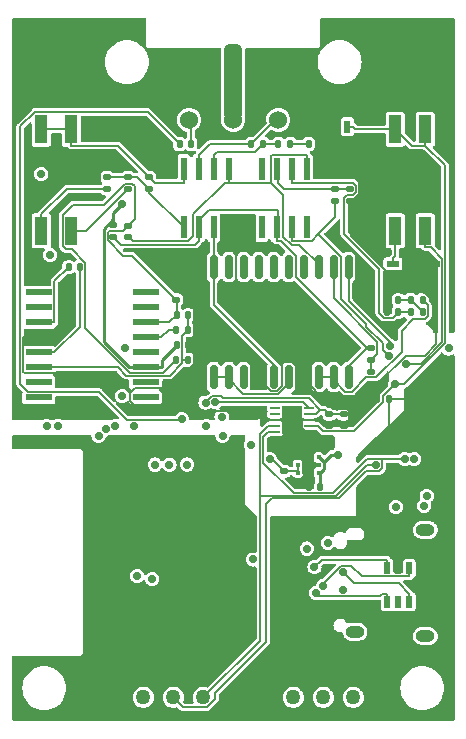
<source format=gbr>
%TF.GenerationSoftware,KiCad,Pcbnew,7.0.5*%
%TF.CreationDate,2023-06-16T17:12:54-04:00*%
%TF.ProjectId,ESP32Sensor-Sensor_board,45535033-3253-4656-9e73-6f722d53656e,rev?*%
%TF.SameCoordinates,Original*%
%TF.FileFunction,Copper,L4,Bot*%
%TF.FilePolarity,Positive*%
%FSLAX46Y46*%
G04 Gerber Fmt 4.6, Leading zero omitted, Abs format (unit mm)*
G04 Created by KiCad (PCBNEW 7.0.5) date 2023-06-16 17:12:54*
%MOMM*%
%LPD*%
G01*
G04 APERTURE LIST*
G04 Aperture macros list*
%AMRoundRect*
0 Rectangle with rounded corners*
0 $1 Rounding radius*
0 $2 $3 $4 $5 $6 $7 $8 $9 X,Y pos of 4 corners*
0 Add a 4 corners polygon primitive as box body*
4,1,4,$2,$3,$4,$5,$6,$7,$8,$9,$2,$3,0*
0 Add four circle primitives for the rounded corners*
1,1,$1+$1,$2,$3*
1,1,$1+$1,$4,$5*
1,1,$1+$1,$6,$7*
1,1,$1+$1,$8,$9*
0 Add four rect primitives between the rounded corners*
20,1,$1+$1,$2,$3,$4,$5,0*
20,1,$1+$1,$4,$5,$6,$7,0*
20,1,$1+$1,$6,$7,$8,$9,0*
20,1,$1+$1,$8,$9,$2,$3,0*%
G04 Aperture macros list end*
%TA.AperFunction,ComponentPad*%
%ADD10O,1.600000X1.000000*%
%TD*%
%TA.AperFunction,ComponentPad*%
%ADD11C,0.700000*%
%TD*%
%TA.AperFunction,SMDPad,CuDef*%
%ADD12R,0.500000X1.600000*%
%TD*%
%TA.AperFunction,ComponentPad*%
%ADD13C,1.270000*%
%TD*%
%TA.AperFunction,ComponentPad*%
%ADD14C,1.524000*%
%TD*%
%TA.AperFunction,ConnectorPad*%
%ADD15RoundRect,0.381000X-0.381000X-2.794000X0.381000X-2.794000X0.381000X2.794000X-0.381000X2.794000X0*%
%TD*%
%TA.AperFunction,SMDPad,CuDef*%
%ADD16RoundRect,0.147500X-0.172500X0.147500X-0.172500X-0.147500X0.172500X-0.147500X0.172500X0.147500X0*%
%TD*%
%TA.AperFunction,SMDPad,CuDef*%
%ADD17R,1.130000X2.440000*%
%TD*%
%TA.AperFunction,SMDPad,CuDef*%
%ADD18RoundRect,0.135000X-0.185000X0.135000X-0.185000X-0.135000X0.185000X-0.135000X0.185000X0.135000X0*%
%TD*%
%TA.AperFunction,SMDPad,CuDef*%
%ADD19RoundRect,0.135000X0.135000X0.185000X-0.135000X0.185000X-0.135000X-0.185000X0.135000X-0.185000X0*%
%TD*%
%TA.AperFunction,SMDPad,CuDef*%
%ADD20RoundRect,0.147500X-0.147500X-0.172500X0.147500X-0.172500X0.147500X0.172500X-0.147500X0.172500X0*%
%TD*%
%TA.AperFunction,SMDPad,CuDef*%
%ADD21RoundRect,0.140000X-0.170000X0.140000X-0.170000X-0.140000X0.170000X-0.140000X0.170000X0.140000X0*%
%TD*%
%TA.AperFunction,SMDPad,CuDef*%
%ADD22R,0.600800X1.111200*%
%TD*%
%TA.AperFunction,SMDPad,CuDef*%
%ADD23R,0.558800X1.981200*%
%TD*%
%TA.AperFunction,SMDPad,CuDef*%
%ADD24R,0.812800X0.254000*%
%TD*%
%TA.AperFunction,SMDPad,CuDef*%
%ADD25R,1.752600X2.489200*%
%TD*%
%TA.AperFunction,SMDPad,CuDef*%
%ADD26RoundRect,0.093750X-0.093750X-0.106250X0.093750X-0.106250X0.093750X0.106250X-0.093750X0.106250X0*%
%TD*%
%TA.AperFunction,SMDPad,CuDef*%
%ADD27R,1.000000X1.600000*%
%TD*%
%TA.AperFunction,SMDPad,CuDef*%
%ADD28RoundRect,0.135000X-0.135000X-0.185000X0.135000X-0.185000X0.135000X0.185000X-0.135000X0.185000X0*%
%TD*%
%TA.AperFunction,SMDPad,CuDef*%
%ADD29R,0.558800X1.066800*%
%TD*%
%TA.AperFunction,SMDPad,CuDef*%
%ADD30R,1.111200X0.600800*%
%TD*%
%TA.AperFunction,SMDPad,CuDef*%
%ADD31RoundRect,0.147500X0.147500X0.172500X-0.147500X0.172500X-0.147500X-0.172500X0.147500X-0.172500X0*%
%TD*%
%TA.AperFunction,SMDPad,CuDef*%
%ADD32RoundRect,0.140000X0.170000X-0.140000X0.170000X0.140000X-0.170000X0.140000X-0.170000X-0.140000X0*%
%TD*%
%TA.AperFunction,SMDPad,CuDef*%
%ADD33RoundRect,0.140000X0.140000X0.170000X-0.140000X0.170000X-0.140000X-0.170000X0.140000X-0.170000X0*%
%TD*%
%TA.AperFunction,SMDPad,CuDef*%
%ADD34RoundRect,0.140000X-0.140000X-0.170000X0.140000X-0.170000X0.140000X0.170000X-0.140000X0.170000X0*%
%TD*%
%TA.AperFunction,SMDPad,CuDef*%
%ADD35RoundRect,0.150000X-0.150000X0.875000X-0.150000X-0.875000X0.150000X-0.875000X0.150000X0.875000X0*%
%TD*%
%TA.AperFunction,SMDPad,CuDef*%
%ADD36RoundRect,0.135000X0.185000X-0.135000X0.185000X0.135000X-0.185000X0.135000X-0.185000X-0.135000X0*%
%TD*%
%TA.AperFunction,SMDPad,CuDef*%
%ADD37R,2.311400X0.558800*%
%TD*%
%TA.AperFunction,ViaPad*%
%ADD38C,0.700000*%
%TD*%
%TA.AperFunction,Conductor*%
%ADD39C,0.127000*%
%TD*%
%TA.AperFunction,Conductor*%
%ADD40C,0.254000*%
%TD*%
G04 APERTURE END LIST*
D10*
%TO.P,J2,SH1*%
%TO.N,N/C*%
X10306000Y-52218000D03*
%TO.P,J2,SH2*%
X16256000Y-52578000D03*
%TO.P,J2,SH3*%
X16256000Y-43598000D03*
%TD*%
D11*
%TO.P,U5,7,PAD*%
%TO.N,GND*%
X4827500Y-45790000D03*
D12*
X4827500Y-46340000D03*
D11*
X4827500Y-46890000D03*
%TD*%
D13*
%TO.P,J5,1,1*%
%TO.N,GND*%
X-10160000Y-57785000D03*
%TO.P,J5,2,2*%
%TO.N,3.3V*%
X-7620000Y-57785000D03*
%TO.P,J5,3,3*%
%TO.N,SCL*%
X-5080000Y-57785000D03*
%TO.P,J5,4,4*%
%TO.N,SDA*%
X-2540000Y-57785000D03*
%TD*%
D14*
%TO.P,PD1,1,An*%
%TO.N,Net-(PD1-An)*%
X3810000Y-8890000D03*
%TO.P,PD1,2,Ca*%
%TO.N,The_better_5V*%
X-3746500Y-8890000D03*
D15*
%TO.P,PD1,3,Ca*%
X0Y-5715000D03*
D14*
X0Y-8890000D03*
%TD*%
D13*
%TO.P,J6,1,1*%
%TO.N,GND*%
X2540000Y-57785000D03*
%TO.P,J6,2,2*%
%TO.N,GPIO1*%
X5080000Y-57785000D03*
%TO.P,J6,3,3*%
%TO.N,GPIO2*%
X7620000Y-57785000D03*
%TO.P,J6,4,4*%
%TO.N,GPIO3*%
X10160000Y-57785000D03*
%TD*%
D16*
%TO.P,FB1,1*%
%TO.N,VBUS*%
X-10160000Y-17803000D03*
%TO.P,FB1,2*%
%TO.N,+Vs_For_Lock_in*%
X-10160000Y-18773000D03*
%TD*%
D17*
%TO.P,S3,1A*%
%TO.N,ESP_ADC*%
X16256000Y-18270000D03*
%TO.P,S3,1B*%
%TO.N,Sensor_Analog*%
X16256000Y-9670000D03*
%TO.P,S3,2A*%
%TO.N,Net-(CR2-Pad1)*%
X13716000Y-18270000D03*
%TO.P,S3,2B*%
%TO.N,Sensor_Analog*%
X13716000Y-9670000D03*
%TD*%
D18*
%TO.P,R10,1*%
%TO.N,Net-(U8-SEL_B)*%
X11684000Y-30226000D03*
%TO.P,R10,2*%
%TO.N,Sensor_GND*%
X11684000Y-31246000D03*
%TD*%
D19*
%TO.P,R8,1*%
%TO.N,The_better_GND*%
X4828000Y-10922000D03*
%TO.P,R8,2*%
%TO.N,Net-(U7-+IN)*%
X3808000Y-10922000D03*
%TD*%
D20*
%TO.P,FB3,1*%
%TO.N,5V*%
X-4549000Y-10922000D03*
%TO.P,FB3,2*%
%TO.N,The_better_5V*%
X-3579000Y-10922000D03*
%TD*%
D21*
%TO.P,C8,1*%
%TO.N,5V*%
X8128000Y-33810000D03*
%TO.P,C8,2*%
%TO.N,Sensor_GND*%
X8128000Y-34770000D03*
%TD*%
D22*
%TO.P,CR1,1*%
%TO.N,Sensor_Analog*%
X9652000Y-9451000D03*
%TO.P,CR1,2*%
%TO.N,Sensor_GND*%
X9652000Y-12901000D03*
%TD*%
D17*
%TO.P,S2,1A*%
%TO.N,Net-(R6-Pad2)*%
X-16256000Y-9670000D03*
%TO.P,S2,1B*%
%TO.N,Net-(R4-Pad2)*%
X-16256000Y-18270000D03*
%TO.P,S2,2A*%
%TO.N,Net-(R6-Pad2)*%
X-13716000Y-9670000D03*
%TO.P,S2,2B*%
%TO.N,Net-(R5-Pad2)*%
X-13716000Y-18270000D03*
%TD*%
D23*
%TO.P,U7,1,RG*%
%TO.N,Net-(R6-Pad2)*%
X-4191000Y-13030200D03*
%TO.P,U7,2,-IN*%
%TO.N,Net-(PD1-An)*%
X-2921000Y-13030200D03*
%TO.P,U7,3,+IN*%
%TO.N,Net-(U7-+IN)*%
X-1651000Y-13030200D03*
%TO.P,U7,4,-VS*%
%TO.N,-Vs_For_Lock_in*%
X-381000Y-13030200D03*
%TO.P,U7,5,REF*%
%TO.N,Sensor_GND*%
X-381000Y-17957800D03*
%TO.P,U7,6,OUTPUT*%
%TO.N,Sensor_First_stage*%
X-1651000Y-17957800D03*
%TO.P,U7,7,+VS*%
%TO.N,+Vs_For_Lock_in*%
X-2921000Y-17957800D03*
%TO.P,U7,8,RG*%
%TO.N,Net-(R4-Pad1)*%
X-4191000Y-17957800D03*
%TD*%
D18*
%TO.P,R11,1*%
%TO.N,Net-(U9--IN)*%
X9906000Y-14730000D03*
%TO.P,R11,2*%
%TO.N,Sensor_GND*%
X9906000Y-15750000D03*
%TD*%
D24*
%TO.P,U10,1,REF+*%
%TO.N,The_better_5V*%
X6445600Y-33279999D03*
%TO.P,U10,2,VCC*%
%TO.N,5V*%
X6445600Y-33780001D03*
%TO.P,U10,3,REF-*%
%TO.N,Sensor_GND*%
X6445600Y-34280000D03*
%TO.P,U10,4,IN+*%
%TO.N,Sensor_Analog*%
X6445600Y-34779999D03*
%TO.P,U10,5,IN-*%
%TO.N,Sensor_GND*%
X6445600Y-35280001D03*
%TO.P,U10,6,SCL*%
%TO.N,SCL*%
X3550000Y-35280001D03*
%TO.P,U10,7,SDA*%
%TO.N,SDA*%
X3550000Y-34779999D03*
%TO.P,U10,8,GND*%
%TO.N,Sensor_GND*%
X3550000Y-34280000D03*
%TO.P,U10,9,CA1*%
%TO.N,unconnected-(U10-CA1-Pad9)*%
X3550000Y-33780001D03*
%TO.P,U10,10,CA0/FO*%
%TO.N,unconnected-(U10-CA0{slash}FO-Pad10)*%
X3550000Y-33279999D03*
D25*
%TO.P,U10,11,EPAD*%
%TO.N,Sensor_GND*%
X4997800Y-34280000D03*
%TD*%
D18*
%TO.P,R12,1*%
%TO.N,Net-(U9--IN)*%
X8636000Y-14730000D03*
%TO.P,R12,2*%
%TO.N,Sensor_Analog*%
X8636000Y-15750000D03*
%TD*%
D19*
%TO.P,R13,1*%
%TO.N,Sensor_Second_stage*%
X16032000Y-24130000D03*
%TO.P,R13,2*%
%TO.N,Net-(C6-Pad1)*%
X15012000Y-24130000D03*
%TD*%
D23*
%TO.P,U9,1,VOSTRIM*%
%TO.N,unconnected-(U9-VOSTRIM-Pad1)*%
X2413000Y-13030200D03*
%TO.P,U9,2,-IN*%
%TO.N,Net-(U9--IN)*%
X3683000Y-13030200D03*
%TO.P,U9,3,+IN*%
%TO.N,Net-(U9-+IN)*%
X4953000Y-13030200D03*
%TO.P,U9,4,V-*%
%TO.N,-Vs_For_Lock_in*%
X6223000Y-13030200D03*
%TO.P,U9,5,NC*%
%TO.N,unconnected-(U9-NC-Pad5)*%
X6223000Y-17957800D03*
%TO.P,U9,6,OUT*%
%TO.N,Sensor_Analog*%
X4953000Y-17957800D03*
%TO.P,U9,7,V+*%
%TO.N,+Vs_For_Lock_in*%
X3683000Y-17957800D03*
%TO.P,U9,8,VOSTRIM*%
%TO.N,unconnected-(U9-VOSTRIM-Pad8)*%
X2413000Y-17957800D03*
%TD*%
D19*
%TO.P,R14,1*%
%TO.N,Net-(C6-Pad1)*%
X16032000Y-25146000D03*
%TO.P,R14,2*%
%TO.N,Net-(U9-+IN)*%
X15012000Y-25146000D03*
%TD*%
D26*
%TO.P,U12,1,OUT*%
%TO.N,5V*%
X5462500Y-38750000D03*
%TO.P,U12,2,SNS*%
X5462500Y-38100000D03*
%TO.P,U12,3,GND*%
%TO.N,Sensor_GND*%
X5462500Y-37450000D03*
%TO.P,U12,4,EN*%
%TO.N,VBUS*%
X7237500Y-37450000D03*
%TO.P,U12,5,GND*%
%TO.N,Sensor_GND*%
X7237500Y-38100000D03*
%TO.P,U12,6,IN*%
%TO.N,VBUS*%
X7237500Y-38750000D03*
D11*
%TO.P,U12,7,PAD*%
%TO.N,Sensor_GND*%
X6350000Y-37550000D03*
D27*
X6350000Y-38100000D03*
D11*
X6350000Y-38650000D03*
%TD*%
D28*
%TO.P,R15,1*%
%TO.N,Net-(U11-VREF)*%
X-4826000Y-26670000D03*
%TO.P,R15,2*%
%TO.N,Net-(U11-FB{slash}SD)*%
X-3806000Y-26670000D03*
%TD*%
D29*
%TO.P,CR3,1,1*%
%TO.N,D-*%
X13030200Y-46837600D03*
%TO.P,CR3,2,2*%
%TO.N,GND*%
X13970000Y-46837600D03*
%TO.P,CR3,3,3*%
%TO.N,D+*%
X14909800Y-46837600D03*
%TO.P,CR3,4,4*%
%TO.N,CC2*%
X14909800Y-49682400D03*
%TO.P,CR3,5,5*%
%TO.N,unconnected-(CR3-Pad5)*%
X13970000Y-49682400D03*
%TO.P,CR3,6,6*%
%TO.N,CC1*%
X13030200Y-49682400D03*
%TD*%
D18*
%TO.P,R5,1*%
%TO.N,Net-(R4-Pad1)*%
X-8890000Y-13710000D03*
%TO.P,R5,2*%
%TO.N,Net-(R5-Pad2)*%
X-8890000Y-14730000D03*
%TD*%
D30*
%TO.P,CR2,1*%
%TO.N,Net-(CR2-Pad1)*%
X13515000Y-21082000D03*
%TO.P,CR2,2*%
%TO.N,Sensor_GND*%
X16965000Y-21082000D03*
%TD*%
D31*
%TO.P,FB4,1*%
%TO.N,Sensor_GND*%
X7343000Y-10922000D03*
%TO.P,FB4,2*%
%TO.N,The_better_GND*%
X6373000Y-10922000D03*
%TD*%
D32*
%TO.P,C14,1*%
%TO.N,5V*%
X4318000Y-38622000D03*
%TO.P,C14,2*%
%TO.N,Sensor_GND*%
X4318000Y-37662000D03*
%TD*%
D33*
%TO.P,C6,1*%
%TO.N,Net-(C6-Pad1)*%
X13970000Y-24130000D03*
%TO.P,C6,2*%
%TO.N,Sensor_GND*%
X13010000Y-24130000D03*
%TD*%
D19*
%TO.P,R17,1*%
%TO.N,GND*%
X13210000Y-32512000D03*
%TO.P,R17,2*%
%TO.N,Sensor_GND*%
X12190000Y-32512000D03*
%TD*%
D18*
%TO.P,R4,1*%
%TO.N,Net-(R4-Pad1)*%
X-10668000Y-13712000D03*
%TO.P,R4,2*%
%TO.N,Net-(R4-Pad2)*%
X-10668000Y-14732000D03*
%TD*%
D16*
%TO.P,FB2,1*%
%TO.N,-VBUS*%
X-8890000Y-17826000D03*
%TO.P,FB2,2*%
%TO.N,-Vs_For_Lock_in*%
X-8890000Y-18796000D03*
%TD*%
D34*
%TO.P,C12,1*%
%TO.N,-VBUS*%
X-4768000Y-25400000D03*
%TO.P,C12,2*%
%TO.N,Net-(U11-FB{slash}SD)*%
X-3808000Y-25400000D03*
%TD*%
D35*
%TO.P,U8,1,R_{in}A*%
%TO.N,Sensor_First_stage*%
X-1651000Y-21336000D03*
%TO.P,U8,2,CHA+*%
%TO.N,unconnected-(U8-CHA+-Pad2)*%
X-381000Y-21336000D03*
%TO.P,U8,3,DIFF_OFF_ADJ1*%
%TO.N,unconnected-(U8-DIFF_OFF_ADJ1-Pad3)*%
X889000Y-21336000D03*
%TO.P,U8,4,DIFF_OFF_ADJ2*%
%TO.N,unconnected-(U8-DIFF_OFF_ADJ2-Pad4)*%
X2159000Y-21336000D03*
%TO.P,U8,5,CM_OFF_ADJ1*%
%TO.N,unconnected-(U8-CM_OFF_ADJ1-Pad5)*%
X3429000Y-21336000D03*
%TO.P,U8,6,CM_OFF_ADJ2*%
%TO.N,unconnected-(U8-CM_OFF_ADJ2-Pad6)*%
X4699000Y-21336000D03*
%TO.P,U8,7,B/~{A}*%
%TO.N,unconnected-(U8-B{slash}~{A}-Pad7)*%
X5969000Y-21336000D03*
%TO.P,U8,8,-V_{S}*%
%TO.N,-Vs_For_Lock_in*%
X7239000Y-21336000D03*
%TO.P,U8,9,SEL_B*%
%TO.N,Net-(U8-SEL_B)*%
X8509000Y-21336000D03*
%TO.P,U8,10,SEL_A*%
%TO.N,LED_REF*%
X9779000Y-21336000D03*
%TO.P,U8,11,+V_{S}*%
%TO.N,+Vs_For_Lock_in*%
X9779000Y-30636000D03*
%TO.P,U8,12,COMP*%
%TO.N,Sensor_Second_stage*%
X8509000Y-30636000D03*
%TO.P,U8,13,V_{OUT}*%
X7239000Y-30636000D03*
%TO.P,U8,14,R_{B}*%
%TO.N,Sensor_GND*%
X5969000Y-30636000D03*
%TO.P,U8,15,R_{F}*%
%TO.N,Net-(U8-CHA-)*%
X4699000Y-30636000D03*
%TO.P,U8,16,R_{A}*%
%TO.N,Sensor_First_stage*%
X3429000Y-30636000D03*
%TO.P,U8,17,R_{in}B*%
%TO.N,Sensor_GND*%
X2159000Y-30636000D03*
%TO.P,U8,18,CHB+*%
%TO.N,unconnected-(U8-CHB+-Pad18)*%
X889000Y-30636000D03*
%TO.P,U8,19,CHB-*%
%TO.N,Net-(U8-CHA-)*%
X-381000Y-30636000D03*
%TO.P,U8,20,CHA-*%
X-1651000Y-30636000D03*
%TD*%
D18*
%TO.P,R9,1*%
%TO.N,+Vs_For_Lock_in*%
X11684000Y-28194000D03*
%TO.P,R9,2*%
%TO.N,Net-(U8-SEL_B)*%
X11684000Y-29214000D03*
%TD*%
D33*
%TO.P,C10,1*%
%TO.N,Sensor_GND*%
X-3836000Y-27940000D03*
%TO.P,C10,2*%
%TO.N,VBUS*%
X-4796000Y-27940000D03*
%TD*%
D34*
%TO.P,C11,1*%
%TO.N,Net-(U11-CAP-)*%
X-13942000Y-21336000D03*
%TO.P,C11,2*%
%TO.N,Net-(U11-CAP+)*%
X-12982000Y-21336000D03*
%TD*%
D33*
%TO.P,C13,1*%
%TO.N,VBUS*%
X7338000Y-39986000D03*
%TO.P,C13,2*%
%TO.N,Sensor_GND*%
X6378000Y-39986000D03*
%TD*%
D28*
%TO.P,R7,1*%
%TO.N,Net-(PD1-An)*%
X1522000Y-10922000D03*
%TO.P,R7,2*%
%TO.N,Net-(U7-+IN)*%
X2542000Y-10922000D03*
%TD*%
D36*
%TO.P,R6,1*%
%TO.N,Net-(R4-Pad1)*%
X-7112000Y-14732000D03*
%TO.P,R6,2*%
%TO.N,Net-(R6-Pad2)*%
X-7112000Y-13712000D03*
%TD*%
D37*
%TO.P,U11,1,NC*%
%TO.N,unconnected-(U11-NC-Pad1)*%
X-16459200Y-32385000D03*
%TO.P,U11,2,NC*%
%TO.N,unconnected-(U11-NC-Pad2)*%
X-16459200Y-31115000D03*
%TO.P,U11,3,FB/SD*%
%TO.N,Net-(U11-FB{slash}SD)*%
X-16459200Y-29845000D03*
%TO.P,U11,4,CAP+*%
%TO.N,Net-(U11-CAP+)*%
X-16459200Y-28575000D03*
%TO.P,U11,5,GND*%
%TO.N,Sensor_GND*%
X-16459200Y-27305000D03*
%TO.P,U11,6,CAP-*%
%TO.N,Net-(U11-CAP-)*%
X-16459200Y-26035000D03*
%TO.P,U11,7,NC*%
%TO.N,unconnected-(U11-NC-Pad7)*%
X-16459200Y-24765000D03*
%TO.P,U11,8,NC*%
%TO.N,unconnected-(U11-NC-Pad8)*%
X-16459200Y-23495000D03*
%TO.P,U11,9,NC*%
%TO.N,unconnected-(U11-NC-Pad9)*%
X-7416800Y-23495000D03*
%TO.P,U11,10,NC*%
%TO.N,unconnected-(U11-NC-Pad10)*%
X-7416800Y-24765000D03*
%TO.P,U11,11,VOUT*%
%TO.N,-VBUS*%
X-7416800Y-26035000D03*
%TO.P,U11,12,VREF*%
%TO.N,Net-(U11-VREF)*%
X-7416800Y-27305000D03*
%TO.P,U11,13,OSC*%
%TO.N,unconnected-(U11-OSC-Pad13)*%
X-7416800Y-28575000D03*
%TO.P,U11,14,VCC*%
%TO.N,VBUS*%
X-7416800Y-29845000D03*
%TO.P,U11,15,NC*%
%TO.N,unconnected-(U11-NC-Pad15)*%
X-7416800Y-31115000D03*
%TO.P,U11,16,NC*%
%TO.N,unconnected-(U11-NC-Pad16)*%
X-7416800Y-32385000D03*
%TD*%
D32*
%TO.P,C15,1*%
%TO.N,-VBUS*%
X-4824000Y-24102000D03*
%TO.P,C15,2*%
%TO.N,Sensor_GND*%
X-4824000Y-23142000D03*
%TD*%
D21*
%TO.P,C9,1*%
%TO.N,5V*%
X9336000Y-33810000D03*
%TO.P,C9,2*%
%TO.N,Sensor_GND*%
X9336000Y-34770000D03*
%TD*%
D28*
%TO.P,R16,1*%
%TO.N,-VBUS*%
X-4826000Y-29210000D03*
%TO.P,R16,2*%
%TO.N,Net-(U11-FB{slash}SD)*%
X-3806000Y-29210000D03*
%TD*%
D33*
%TO.P,C7,1*%
%TO.N,Net-(U9-+IN)*%
X13970000Y-25146000D03*
%TO.P,C7,2*%
%TO.N,Sensor_GND*%
X13010000Y-25146000D03*
%TD*%
D38*
%TO.N,3.3V*%
X13766100Y-41653200D03*
X1704900Y-46100000D03*
%TO.N,GND*%
X13970000Y-55372000D03*
X-9398000Y-32258000D03*
X-16256000Y-13462000D03*
X11430000Y-57912000D03*
X-15494000Y-20320000D03*
X13208000Y-36322000D03*
X17272000Y-38608000D03*
X-8890000Y-52832000D03*
X6350000Y-57912000D03*
X6350000Y-55372000D03*
X1270000Y-42672000D03*
X-9144000Y-28194000D03*
X-11430000Y-57912000D03*
X-13970000Y-55372000D03*
X8890000Y-57912000D03*
X-11430000Y-50292000D03*
X-1270000Y-40132000D03*
X11430000Y-55372000D03*
X-6350000Y-57912000D03*
X11430000Y-42672000D03*
X3810000Y-55372000D03*
X-3810000Y-47752000D03*
X8890000Y-52832000D03*
X1270000Y-50292000D03*
X13970000Y-52832000D03*
X16256000Y-32512000D03*
X-11430000Y-47752000D03*
%TO.N,CC1*%
X8007100Y-44690700D03*
X6997100Y-48928300D03*
%TO.N,D+*%
X-5405100Y-38070000D03*
X7584600Y-48379200D03*
%TO.N,D-*%
X6875300Y-46758800D03*
X-3905100Y-38059500D03*
X9278600Y-48660000D03*
%TO.N,CC2*%
X16168900Y-41549600D03*
X9292000Y-47184100D03*
%TO.N,ESP_RXD*%
X-911500Y-35639200D03*
X-8419400Y-34801800D03*
%TO.N,GPIO9*%
X-6858000Y-47752000D03*
X-986600Y-34017200D03*
X-14848900Y-34800100D03*
%TO.N,ESP_EN*%
X-2286000Y-34798000D03*
X-10812300Y-35077200D03*
%TO.N,INT*%
X1501700Y-36392900D03*
X18227600Y-28237100D03*
X15322900Y-37587500D03*
%TO.N,SCL*%
X14510800Y-37576300D03*
%TO.N,SDA*%
X12078400Y-38106200D03*
%TO.N,LED_REF*%
X13276000Y-28023900D03*
X-10000900Y-34802700D03*
%TO.N,5V*%
X-4369750Y-34222050D03*
X3099100Y-37619500D03*
X-2346300Y-32811400D03*
%TO.N,Sensor_Analog*%
X13673100Y-31282800D03*
X13165200Y-28863000D03*
%TO.N,The_better_5V*%
X-1542700Y-32758700D03*
%TO.N,ESP_ADC*%
X14656300Y-29510800D03*
X-11405100Y-35634600D03*
%TO.N,GPIO3*%
X-6624500Y-38069500D03*
%TO.N,NeopixelLED*%
X-15811800Y-34785000D03*
X-8128000Y-47498000D03*
%TO.N,VBUS*%
X-9398000Y-16002000D03*
X16374900Y-40731700D03*
X6222900Y-45182100D03*
X8860100Y-37229900D03*
%TO.N,Sensor_GND*%
X6350000Y-25654000D03*
X-11430000Y-5588000D03*
X-5588000Y-20828000D03*
X11176000Y-23876000D03*
X-10160000Y-10160000D03*
X13970000Y-14732000D03*
X7874000Y-28448000D03*
X5080000Y-33782000D03*
X-10160000Y-11938000D03*
%TD*%
D39*
%TO.N,GND*%
X13210000Y-32512000D02*
X13210000Y-36320000D01*
X13210000Y-32512000D02*
X16256000Y-32512000D01*
X13210000Y-36320000D02*
X13208000Y-36322000D01*
%TO.N,CC1*%
X12621000Y-48982000D02*
X12424100Y-49178900D01*
X12424100Y-49178900D02*
X7247700Y-49178900D01*
X13030200Y-49682400D02*
X13030200Y-48982000D01*
X13030200Y-48982000D02*
X12621000Y-48982000D01*
X7247700Y-49178900D02*
X6997100Y-48928300D01*
%TO.N,D+*%
X7584700Y-48379200D02*
X7584600Y-48379200D01*
X7584700Y-48154400D02*
X7584700Y-48379200D01*
X9998500Y-46647200D02*
X9091900Y-46647200D01*
X14909800Y-46837600D02*
X14909800Y-47538000D01*
X9091900Y-46647200D02*
X7584700Y-48154400D01*
X14909800Y-47538000D02*
X10889300Y-47538000D01*
X10889300Y-47538000D02*
X9998500Y-46647200D01*
%TO.N,D-*%
X13030200Y-46137200D02*
X7496900Y-46137200D01*
X13030200Y-46837600D02*
X13030200Y-46137200D01*
X7496900Y-46137200D02*
X6875300Y-46758800D01*
%TO.N,CC2*%
X14909800Y-48982000D02*
X14047000Y-48119200D01*
X10227100Y-48119200D02*
X9292000Y-47184100D01*
X14909800Y-49682400D02*
X14909800Y-48982000D01*
X14047000Y-48119200D02*
X10227100Y-48119200D01*
%TO.N,SCL*%
X-1524000Y-57404000D02*
X-1524000Y-57912000D01*
X8931950Y-40935950D02*
X11244400Y-38623500D01*
X11362800Y-37588900D02*
X8478300Y-40473400D01*
X2794000Y-53086000D02*
X-1524000Y-57404000D01*
X2540100Y-37907800D02*
X2540100Y-35716500D01*
X12608400Y-37588900D02*
X14498200Y-37588900D01*
X12349800Y-38623500D02*
X12608400Y-38364900D01*
X14498200Y-37588900D02*
X14510800Y-37576300D01*
X8478300Y-40473400D02*
X5105700Y-40473400D01*
X-2216100Y-58612100D02*
X-1520000Y-57916000D01*
X3550000Y-35280000D02*
X2976600Y-35280000D01*
X5105700Y-40473400D02*
X2540100Y-37907800D01*
X-1524000Y-57912000D02*
X-1520000Y-57916000D01*
X-5080000Y-57785000D02*
X-4252900Y-58612100D01*
X2794000Y-41402000D02*
X2794000Y-53086000D01*
X12608400Y-38364900D02*
X12608400Y-37588900D01*
X8931950Y-40935950D02*
X3260050Y-40935950D01*
X2540100Y-35716500D02*
X2976600Y-35280000D01*
X11244400Y-38623500D02*
X12349800Y-38623500D01*
X12608400Y-37588900D02*
X11362800Y-37588900D01*
X-4252900Y-58612100D02*
X-2216100Y-58612100D01*
X3260050Y-40935950D02*
X2794000Y-41402000D01*
%TO.N,SDA*%
X11303600Y-38106200D02*
X12078400Y-38106200D01*
X8703500Y-40706300D02*
X11303600Y-38106200D01*
X-2540000Y-57785000D02*
X2282300Y-52962700D01*
X2282300Y-52962700D02*
X2282300Y-40706300D01*
X3550000Y-34780000D02*
X2976600Y-34780000D01*
X2282300Y-35474300D02*
X2976600Y-34780000D01*
X2282300Y-40706300D02*
X2282300Y-35474300D01*
X2282300Y-40706300D02*
X8703500Y-40706300D01*
%TO.N,LED_REF*%
X13276000Y-27697900D02*
X9779000Y-24200900D01*
X9779000Y-24200900D02*
X9779000Y-21336000D01*
X13276000Y-28023900D02*
X13276000Y-27697900D01*
%TO.N,5V*%
X-867800Y-32446600D02*
X-1056300Y-32258100D01*
X5462500Y-38622000D02*
X5462500Y-38100000D01*
X6445600Y-33780000D02*
X7019000Y-33780000D01*
X-1056300Y-32258100D02*
X-1312100Y-32258100D01*
X5462500Y-38622000D02*
X4318000Y-38622000D01*
X7372600Y-33424900D02*
X7742900Y-33424900D01*
X7019000Y-33780000D02*
X7019000Y-33778500D01*
X6394200Y-32446600D02*
X-867800Y-32446600D01*
X-1766800Y-32241700D02*
X-2334500Y-32809400D01*
X-4369750Y-34222050D02*
X-4421500Y-34273800D01*
X9336000Y-33810000D02*
X8128000Y-33810000D01*
X-1328500Y-32241700D02*
X-1766800Y-32241700D01*
X7372600Y-33424900D02*
X6394200Y-32446600D01*
X5462500Y-38622000D02*
X5462500Y-38750000D01*
X-4421500Y-34273800D02*
X-9012300Y-34273800D01*
X4318000Y-38622000D02*
X3315500Y-37619500D01*
X7742900Y-33424900D02*
X8128000Y-33810000D01*
X-18043600Y-31249200D02*
X-18043600Y-9435400D01*
X7019000Y-33778500D02*
X7372600Y-33424900D01*
X-18043600Y-9435400D02*
X-16822200Y-8214000D01*
X-9012300Y-34273800D02*
X-11355000Y-31931100D01*
X-2334500Y-32809400D02*
X-2344300Y-32809400D01*
X-1312100Y-32258100D02*
X-1328500Y-32241700D01*
X-11355000Y-31931100D02*
X-17361700Y-31931100D01*
X-7257000Y-8214000D02*
X-4549000Y-10922000D01*
X-2344300Y-32809400D02*
X-2346300Y-32811400D01*
X-17361700Y-31931100D02*
X-18043600Y-31249200D01*
X-16822200Y-8214000D02*
X-7257000Y-8214000D01*
X3315500Y-37619500D02*
X3099100Y-37619500D01*
%TO.N,Net-(C6-Pad1)*%
X15016000Y-24130000D02*
X15012000Y-24130000D01*
X16032000Y-25146000D02*
X15016000Y-24130000D01*
X13970000Y-24130000D02*
X15012000Y-24130000D01*
%TO.N,Sensor_Analog*%
X6445600Y-34780000D02*
X7139300Y-34780000D01*
X10220200Y-35235000D02*
X12700000Y-32755200D01*
X7211800Y-18540800D02*
X9144000Y-20473100D01*
X4953000Y-19115400D02*
X6637200Y-19115400D01*
X13673100Y-31282800D02*
X14437000Y-31282800D01*
X7594300Y-35235000D02*
X10220200Y-35235000D01*
X12673300Y-28371100D02*
X13165200Y-28863000D01*
X12700000Y-32755200D02*
X12700000Y-32255900D01*
X11270000Y-26401300D02*
X12673300Y-27804600D01*
X12673300Y-27804600D02*
X12673300Y-28371100D01*
X14437000Y-31282800D02*
X17920100Y-27799700D01*
X13716000Y-9672700D02*
X15100300Y-11057000D01*
X6637200Y-19115400D02*
X7211800Y-18540800D01*
X8636000Y-17116600D02*
X8636000Y-15750000D01*
X9144000Y-24053700D02*
X11270000Y-26179700D01*
X13716000Y-9671300D02*
X13716000Y-9672700D01*
X12700000Y-32255900D02*
X13673100Y-31282800D01*
X16256000Y-9670000D02*
X16256000Y-11057000D01*
X13716000Y-9670000D02*
X13716000Y-9671300D01*
X4953000Y-17957800D02*
X4953000Y-19115400D01*
X17920100Y-27799700D02*
X17920100Y-12721100D01*
X11270000Y-26179700D02*
X11270000Y-26401300D01*
X9144000Y-20473100D02*
X9144000Y-24053700D01*
X7211800Y-18540800D02*
X8636000Y-17116600D01*
X15100300Y-11057000D02*
X16256000Y-11057000D01*
X9652000Y-9451000D02*
X10119400Y-9451000D01*
X17920100Y-12721100D02*
X16256000Y-11057000D01*
X13716000Y-9671300D02*
X10339700Y-9671300D01*
X10339700Y-9671300D02*
X10119400Y-9451000D01*
X7139300Y-34780000D02*
X7594300Y-35235000D01*
%TO.N,Net-(CR2-Pad1)*%
X13515000Y-21082000D02*
X13515000Y-20614600D01*
X13515000Y-20614600D02*
X13716000Y-20413600D01*
X13716000Y-20413600D02*
X13716000Y-18270000D01*
%TO.N,+Vs_For_Lock_in*%
X11322500Y-28194000D02*
X11684000Y-28194000D01*
X3810000Y-17830800D02*
X3810000Y-16510000D01*
X-2921000Y-17957800D02*
X-2921000Y-19115400D01*
X5334000Y-20431600D02*
X5334000Y-22205500D01*
X9779000Y-29737500D02*
X11322500Y-28194000D01*
X3683000Y-19115400D02*
X4017800Y-19115400D01*
X9779000Y-30636000D02*
X9779000Y-29737500D01*
X-10160000Y-18773000D02*
X-9490500Y-19442500D01*
X-2921000Y-17399000D02*
X-2921000Y-17957800D01*
X3810000Y-16510000D02*
X-2032000Y-16510000D01*
X3683000Y-17957800D02*
X3810000Y-17830800D01*
X-2032000Y-16510000D02*
X-2921000Y-17399000D01*
X-9490500Y-19442500D02*
X-3248100Y-19442500D01*
X3683000Y-17957800D02*
X3683000Y-19115400D01*
X5334000Y-22205500D02*
X11322500Y-28194000D01*
X4017800Y-19115400D02*
X5334000Y-20431600D01*
X-3248100Y-19442500D02*
X-2921000Y-19115400D01*
%TO.N,-Vs_For_Lock_in*%
X-3368600Y-18703100D02*
X-3830600Y-19165100D01*
X-8520900Y-19165100D02*
X-8890000Y-18796000D01*
X7239000Y-21117000D02*
X5605700Y-19483700D01*
X4946200Y-19483700D02*
X4244000Y-18781500D01*
X7239000Y-21336000D02*
X7239000Y-21117000D01*
X4244000Y-15219800D02*
X3212000Y-14187800D01*
X-3830600Y-19165100D02*
X-8520900Y-19165100D01*
X5605700Y-19483700D02*
X4946200Y-19483700D01*
X3212000Y-14187800D02*
X3212000Y-11944900D01*
X3212000Y-11944900D02*
X3284300Y-11872600D01*
X-381000Y-13030200D02*
X-381000Y-14187800D01*
X4244000Y-18781500D02*
X4244000Y-15219800D01*
X-3368600Y-16840600D02*
X-3368600Y-18703100D01*
X6223000Y-13030200D02*
X6223000Y-11872600D01*
X-381000Y-14187800D02*
X-715800Y-14187800D01*
X3212000Y-14187800D02*
X-381000Y-14187800D01*
X-715800Y-14187800D02*
X-3368600Y-16840600D01*
X3284300Y-11872600D02*
X6223000Y-11872600D01*
%TO.N,The_better_5V*%
X-3579000Y-9057500D02*
X-3746500Y-8890000D01*
X5924300Y-32758700D02*
X-1542700Y-32758700D01*
X6445600Y-33280000D02*
X5924300Y-32758700D01*
X0Y-8890000D02*
X0Y-5715000D01*
X-3579000Y-10922000D02*
X-3579000Y-9057500D01*
%TO.N,The_better_GND*%
X4828000Y-10922000D02*
X6373000Y-10922000D01*
%TO.N,Net-(PD1-An)*%
X-1970400Y-10922000D02*
X1522000Y-10922000D01*
X3554000Y-8890000D02*
X3810000Y-8890000D01*
X1522000Y-10922000D02*
X3554000Y-8890000D01*
X-2921000Y-13030200D02*
X-2921000Y-11872600D01*
X-2921000Y-11872600D02*
X-1970400Y-10922000D01*
%TO.N,Net-(R6-Pad2)*%
X-4191000Y-13030200D02*
X-4191000Y-14187800D01*
X-13716000Y-9670000D02*
X-13716000Y-11057000D01*
X-16256000Y-9670000D02*
X-13716000Y-9670000D01*
X-7112000Y-13712000D02*
X-9767000Y-11057000D01*
X-9767000Y-11057000D02*
X-13716000Y-11057000D01*
X-6636200Y-14187800D02*
X-7112000Y-13712000D01*
X-4191000Y-14187800D02*
X-6636200Y-14187800D01*
%TO.N,Sensor_Second_stage*%
X8509000Y-30636000D02*
X7239000Y-30636000D01*
X9495100Y-31883100D02*
X10059300Y-31883100D01*
X12087900Y-30676700D02*
X14251100Y-28513500D01*
X16470900Y-24568900D02*
X16032000Y-24130000D01*
X10059300Y-31883100D02*
X11265700Y-30676700D01*
X11265700Y-30676700D02*
X12087900Y-30676700D01*
X15247100Y-25743200D02*
X16197700Y-25743200D01*
X16197700Y-25743200D02*
X16470900Y-25470000D01*
X16470900Y-25470000D02*
X16470900Y-24568900D01*
X8509000Y-30897000D02*
X9495100Y-31883100D01*
X14251100Y-26739200D02*
X15247100Y-25743200D01*
X8509000Y-30636000D02*
X8509000Y-30897000D01*
X14251100Y-28513500D02*
X14251100Y-26739200D01*
%TO.N,ESP_ADC*%
X16256000Y-18270000D02*
X16256000Y-19657000D01*
X16707200Y-19657000D02*
X17687600Y-20637400D01*
X17687600Y-20637400D02*
X17687600Y-27694100D01*
X16256000Y-19657000D02*
X16707200Y-19657000D01*
X15870900Y-29510800D02*
X14656300Y-29510800D01*
X17687600Y-27694100D02*
X15870900Y-29510800D01*
%TO.N,Sensor_First_stage*%
X-1651000Y-21336000D02*
X-1651000Y-24521400D01*
X-1651000Y-17957800D02*
X-1651000Y-21336000D01*
X3429000Y-29601400D02*
X3429000Y-30636000D01*
X-1651000Y-24521400D02*
X3429000Y-29601400D01*
%TO.N,Net-(U9-+IN)*%
X12353000Y-21504700D02*
X12353000Y-25250700D01*
X4953000Y-14187800D02*
X10117700Y-14187800D01*
X13970000Y-25146000D02*
X15012000Y-25146000D01*
X9385300Y-15503700D02*
X9385300Y-18537000D01*
X10411300Y-14979100D02*
X10150400Y-15240000D01*
X10117700Y-14187800D02*
X10411300Y-14481400D01*
X10411300Y-14481400D02*
X10411300Y-14979100D01*
X9385300Y-18537000D02*
X12353000Y-21504700D01*
X9649000Y-15240000D02*
X9385300Y-15503700D01*
X12732100Y-25629800D02*
X13486200Y-25629800D01*
X10150400Y-15240000D02*
X9649000Y-15240000D01*
X4953000Y-13030200D02*
X4953000Y-14187800D01*
X13486200Y-25629800D02*
X13970000Y-25146000D01*
X12353000Y-25250700D02*
X12732100Y-25629800D01*
%TO.N,Net-(U11-CAP-)*%
X-15136500Y-22530500D02*
X-13942000Y-21336000D01*
X-15136500Y-26035000D02*
X-15136500Y-22530500D01*
X-16459200Y-26035000D02*
X-15136500Y-26035000D01*
%TO.N,Net-(U11-CAP+)*%
X-15136500Y-28575000D02*
X-12982000Y-26420500D01*
X-16459200Y-28575000D02*
X-15136500Y-28575000D01*
X-12982000Y-26420500D02*
X-12982000Y-21336000D01*
%TO.N,Net-(U11-FB{slash}SD)*%
X-15136500Y-29845000D02*
X-9764200Y-29845000D01*
X-4316000Y-27180000D02*
X-3806000Y-26670000D01*
X-3806000Y-25402000D02*
X-3806000Y-26670000D01*
X-4316000Y-29210000D02*
X-3806000Y-29210000D01*
X-3808000Y-25400000D02*
X-3806000Y-25402000D01*
X-9079700Y-30529500D02*
X-5380500Y-30529500D01*
X-4316000Y-29465000D02*
X-4316000Y-29210000D01*
X-16459200Y-29845000D02*
X-15136500Y-29845000D01*
X-9764200Y-29845000D02*
X-9079700Y-30529500D01*
X-4316000Y-29210000D02*
X-4316000Y-27180000D01*
X-5380500Y-30529500D02*
X-4316000Y-29465000D01*
%TO.N,Net-(R4-Pad1)*%
X-8892000Y-13712000D02*
X-8890000Y-13710000D01*
X-10668000Y-13712000D02*
X-8892000Y-13712000D01*
X-4191000Y-17957800D02*
X-7112000Y-15036800D01*
X-8134000Y-13710000D02*
X-8890000Y-13710000D01*
X-7112000Y-14732000D02*
X-8134000Y-13710000D01*
X-7112000Y-15036800D02*
X-7112000Y-14732000D01*
%TO.N,Net-(R4-Pad2)*%
X-14105000Y-14732000D02*
X-16256000Y-16883000D01*
X-16256000Y-18270000D02*
X-16256000Y-16883000D01*
X-10668000Y-14732000D02*
X-14105000Y-14732000D01*
%TO.N,Net-(R5-Pad2)*%
X-12430000Y-18270000D02*
X-13716000Y-18270000D01*
X-8890000Y-14730000D02*
X-12430000Y-18270000D01*
%TO.N,Net-(U7-+IN)*%
X-1651000Y-13030200D02*
X-1651000Y-11872600D01*
X2542000Y-10922000D02*
X3808000Y-10922000D01*
X-1651000Y-11872600D02*
X-1385200Y-11606800D01*
X-1385200Y-11606800D02*
X1857200Y-11606800D01*
X1857200Y-11606800D02*
X2542000Y-10922000D01*
%TO.N,Net-(U8-SEL_B)*%
X12195000Y-28703000D02*
X11684000Y-29214000D01*
X8509000Y-21336000D02*
X8509000Y-23966300D01*
X12195000Y-27652300D02*
X12195000Y-28703000D01*
X11684000Y-29214000D02*
X11684000Y-30226000D01*
X8509000Y-23966300D02*
X12195000Y-27652300D01*
%TO.N,Net-(U9--IN)*%
X4316000Y-14730000D02*
X8636000Y-14730000D01*
X3810000Y-13157200D02*
X3810000Y-14224000D01*
X8636000Y-14730000D02*
X9906000Y-14730000D01*
X3683000Y-13030200D02*
X3810000Y-13157200D01*
X3810000Y-14224000D02*
X4316000Y-14730000D01*
%TO.N,Net-(U11-VREF)*%
X-4826000Y-26670000D02*
X-5459100Y-26670000D01*
X-7416800Y-27305000D02*
X-6094100Y-27305000D01*
X-5459100Y-26670000D02*
X-6094100Y-27305000D01*
%TO.N,Net-(U8-CHA-)*%
X864000Y-32095800D02*
X-381000Y-30850800D01*
X4699000Y-30636000D02*
X4699000Y-31171700D01*
X4699000Y-31171700D02*
X3774900Y-32095800D01*
X-381000Y-30850800D02*
X-381000Y-30636000D01*
X3774900Y-32095800D02*
X864000Y-32095800D01*
X-381000Y-30636000D02*
X-1651000Y-30636000D01*
D40*
%TO.N,VBUS*%
X-6030600Y-29174600D02*
X-4796000Y-27940000D01*
X8312400Y-37229900D02*
X7688400Y-37853900D01*
X-8803000Y-29845000D02*
X-10955500Y-27692500D01*
X7237500Y-37450000D02*
X7284500Y-37450000D01*
X-7416800Y-29845000D02*
X-6030600Y-29845000D01*
X7338000Y-38750000D02*
X7338000Y-39986000D01*
X-6030600Y-29845000D02*
X-6030600Y-29174600D01*
X7688400Y-38399600D02*
X7338000Y-38750000D01*
X7338000Y-38750000D02*
X7237500Y-38750000D01*
X-7416800Y-29845000D02*
X-8803000Y-29845000D01*
X-10160000Y-16764000D02*
X-10160000Y-17283500D01*
X-9398000Y-16002000D02*
X-10160000Y-16764000D01*
X7284500Y-37450000D02*
X7688400Y-37853900D01*
X-10955500Y-27692500D02*
X-10955500Y-18079000D01*
X7688400Y-37853900D02*
X7688400Y-38399600D01*
X-10160000Y-17283500D02*
X-10160000Y-17803000D01*
X8860100Y-37229900D02*
X8312400Y-37229900D01*
X-10955500Y-18079000D02*
X-10160000Y-17283500D01*
D39*
%TO.N,Sensor_GND*%
X6350000Y-38100000D02*
X6350000Y-38650000D01*
X-3361800Y-29532000D02*
X-5405800Y-31576000D01*
X10849600Y-32512000D02*
X9830300Y-33531300D01*
X254000Y-25499300D02*
X4135900Y-29381200D01*
X6350000Y-39958000D02*
X6378000Y-39986000D01*
X6158900Y-35280000D02*
X6158900Y-37450000D01*
X-8297200Y-31576000D02*
X-8750900Y-32029700D01*
X16197100Y-28844700D02*
X14591300Y-28844700D01*
X5826000Y-34280000D02*
X5826000Y-34947100D01*
X4997800Y-34280000D02*
X3550000Y-34280000D01*
X14219400Y-22920600D02*
X9971500Y-18672700D01*
X14591300Y-28844700D02*
X12190000Y-31246000D01*
X10641900Y-13423500D02*
X10119400Y-12901000D01*
X15593800Y-22920600D02*
X14219400Y-22920600D01*
X-3359600Y-24606400D02*
X-3359600Y-27463600D01*
X9906000Y-15750000D02*
X9971500Y-15815500D01*
X3550000Y-34280000D02*
X2976600Y-34280000D01*
X3677500Y-31863300D02*
X3172600Y-31863300D01*
X2159000Y-30849700D02*
X2159000Y-30636000D01*
X12190000Y-32512000D02*
X10849600Y-32512000D01*
X6250000Y-37450000D02*
X6158900Y-37450000D01*
X-7974500Y-33498700D02*
X2195300Y-33498700D01*
X-3359600Y-27463600D02*
X-3836000Y-27940000D01*
X2195300Y-33498700D02*
X2976600Y-34280000D01*
X9184600Y-12763600D02*
X7343000Y-10922000D01*
X16965000Y-21549400D02*
X15593800Y-22920600D01*
X9971500Y-18672700D02*
X9971500Y-15815500D01*
X14219400Y-22920600D02*
X13010000Y-24130000D01*
X6445600Y-34280000D02*
X7638000Y-34280000D01*
X8453700Y-33335700D02*
X5969000Y-30851000D01*
X-4824000Y-23142000D02*
X-3359600Y-24606400D01*
X6350000Y-37550000D02*
X6250000Y-37450000D01*
X9971500Y-15815500D02*
X10641900Y-15145100D01*
X9830300Y-34275700D02*
X9830300Y-33531300D01*
X4949600Y-29381200D02*
X5969000Y-30400600D01*
X9652000Y-12901000D02*
X10119400Y-12901000D01*
X5826000Y-34280000D02*
X6445600Y-34280000D01*
X5969000Y-30851000D02*
X5969000Y-30636000D01*
X4997800Y-34280000D02*
X5826000Y-34280000D01*
X4135900Y-31404900D02*
X3677500Y-31863300D01*
X-381000Y-19115400D02*
X254000Y-19750400D01*
X-381000Y-17957800D02*
X-381000Y-19115400D01*
X7638000Y-34280000D02*
X8128000Y-34770000D01*
X4135900Y-29381200D02*
X4135900Y-31404900D01*
X-8750900Y-32029700D02*
X-10437900Y-30342700D01*
X11684000Y-31246000D02*
X12190000Y-31246000D01*
X17160400Y-27881400D02*
X16197100Y-28844700D01*
X-8750900Y-32029700D02*
X-8750900Y-32722300D01*
X8128000Y-34770000D02*
X9336000Y-34770000D01*
X6350000Y-38650000D02*
X6350000Y-39958000D01*
X9336000Y-34770000D02*
X9830300Y-34275700D01*
X4530000Y-37450000D02*
X4318000Y-37662000D01*
X-3836000Y-27940000D02*
X-3361800Y-28414200D01*
X9652000Y-12901000D02*
X9184600Y-12901000D01*
X-17643200Y-30342700D02*
X-17781900Y-30204000D01*
X5826000Y-34947100D02*
X6158900Y-35280000D01*
X4135900Y-29381200D02*
X4949600Y-29381200D01*
X9184600Y-12901000D02*
X9184600Y-12763600D01*
X-10437900Y-30342700D02*
X-17643200Y-30342700D01*
X6445600Y-35280000D02*
X6158900Y-35280000D01*
X-17781900Y-30204000D02*
X-17781900Y-27305000D01*
X13010000Y-24130000D02*
X13010000Y-25146000D01*
X7237500Y-38100000D02*
X6350000Y-38100000D01*
X10641900Y-15145100D02*
X10641900Y-13423500D01*
X9634700Y-33335700D02*
X8453700Y-33335700D01*
X16965000Y-21082000D02*
X16965000Y-21549400D01*
X-8750900Y-32722300D02*
X-7974500Y-33498700D01*
X254000Y-19750400D02*
X254000Y-25499300D01*
X3172600Y-31863300D02*
X2159000Y-30849700D01*
X15593800Y-22920600D02*
X17160400Y-24487200D01*
X17160400Y-24487200D02*
X17160400Y-27881400D01*
X6158900Y-37450000D02*
X5462500Y-37450000D01*
X5969000Y-30400600D02*
X5969000Y-30636000D01*
X12190000Y-31246000D02*
X12190000Y-32512000D01*
X5462500Y-37450000D02*
X4530000Y-37450000D01*
X-5405800Y-31576000D02*
X-8297200Y-31576000D01*
X9830300Y-33531300D02*
X9634700Y-33335700D01*
X-16459200Y-27305000D02*
X-17781900Y-27305000D01*
X-3361800Y-28414200D02*
X-3361800Y-29532000D01*
%TO.N,-VBUS*%
X-14203200Y-19817600D02*
X-13682200Y-19817600D01*
X-14448000Y-19572800D02*
X-14203200Y-19817600D01*
X-4824000Y-24102000D02*
X-8534900Y-20391100D01*
X-14448000Y-16928900D02*
X-14448000Y-19572800D01*
X-4768000Y-25400000D02*
X-4768000Y-24158000D01*
X-5915000Y-30299000D02*
X-4826000Y-29210000D01*
X-10647600Y-18428000D02*
X-10507600Y-18288000D01*
X-8574000Y-14291700D02*
X-9208400Y-14291700D01*
X-4768000Y-24158000D02*
X-4824000Y-24102000D01*
X-8358700Y-14507000D02*
X-8574000Y-14291700D01*
X-4768000Y-25400000D02*
X-5403000Y-26035000D01*
X-9317500Y-20391100D02*
X-10647600Y-19061000D01*
X-8534900Y-20391100D02*
X-9317500Y-20391100D01*
X-12534500Y-26535200D02*
X-8770700Y-30299000D01*
X-8358700Y-17294700D02*
X-8358700Y-14507000D01*
X-8770700Y-30299000D02*
X-5915000Y-30299000D01*
X-10647600Y-19061000D02*
X-10647600Y-18428000D01*
X-10976600Y-16059900D02*
X-13579000Y-16059900D01*
X-9208400Y-14291700D02*
X-10976600Y-16059900D01*
X-10507600Y-18288000D02*
X-9352000Y-18288000D01*
X-13682200Y-19817600D02*
X-12534500Y-20965300D01*
X-8890000Y-17826000D02*
X-8358700Y-17294700D01*
X-12534500Y-20965300D02*
X-12534500Y-26535200D01*
X-5403000Y-26035000D02*
X-7416800Y-26035000D01*
X-13579000Y-16059900D02*
X-14448000Y-16928900D01*
X-9352000Y-18288000D02*
X-8890000Y-17826000D01*
%TD*%
%TA.AperFunction,Conductor*%
%TO.N,GND*%
G36*
X17699735Y-28566640D02*
G01*
X17754776Y-28607335D01*
X17799315Y-28665379D01*
X17799316Y-28665380D01*
X17799318Y-28665382D01*
X17924759Y-28761636D01*
X18070838Y-28822144D01*
X18149218Y-28832462D01*
X18227599Y-28842782D01*
X18227600Y-28842782D01*
X18227601Y-28842782D01*
X18279854Y-28835902D01*
X18384362Y-28822144D01*
X18530441Y-28761636D01*
X18546011Y-28749688D01*
X18611180Y-28724492D01*
X18679625Y-28738529D01*
X18729616Y-28787342D01*
X18745500Y-28848062D01*
X18745500Y-59621500D01*
X18725815Y-59688539D01*
X18673011Y-59734294D01*
X18621500Y-59745500D01*
X-18621500Y-59745500D01*
X-18688539Y-59725815D01*
X-18734294Y-59673011D01*
X-18745500Y-59621500D01*
X-18745500Y-57000000D01*
X-17859237Y-57000000D01*
X-17840313Y-57264597D01*
X-17783925Y-57523808D01*
X-17691221Y-57772355D01*
X-17691218Y-57772359D01*
X-17691218Y-57772361D01*
X-17645239Y-57856565D01*
X-17564090Y-58005179D01*
X-17405118Y-58217541D01*
X-17217541Y-58405118D01*
X-17005179Y-58564090D01*
X-16772360Y-58691218D01*
X-16772359Y-58691218D01*
X-16772355Y-58691221D01*
X-16523808Y-58783925D01*
X-16523799Y-58783926D01*
X-16523799Y-58783927D01*
X-16346409Y-58822516D01*
X-16264597Y-58840313D01*
X-16040394Y-58856348D01*
X-16000001Y-58859237D01*
X-16000000Y-58859237D01*
X-15999999Y-58859237D01*
X-15959606Y-58856348D01*
X-15735403Y-58840313D01*
X-15735399Y-58840312D01*
X-15735397Y-58840312D01*
X-15476200Y-58783927D01*
X-15476198Y-58783926D01*
X-15476192Y-58783925D01*
X-15227645Y-58691221D01*
X-15227642Y-58691219D01*
X-15227638Y-58691218D01*
X-14994826Y-58564093D01*
X-14994818Y-58564088D01*
X-14782466Y-58405124D01*
X-14782448Y-58405108D01*
X-14594891Y-58217551D01*
X-14594875Y-58217533D01*
X-14435911Y-58005181D01*
X-14435906Y-58005173D01*
X-14315682Y-57785000D01*
X-8510378Y-57785000D01*
X-8490921Y-57970120D01*
X-8433401Y-58147149D01*
X-8340331Y-58308351D01*
X-8215779Y-58446680D01*
X-8065189Y-58556090D01*
X-7983431Y-58592491D01*
X-7895147Y-58631798D01*
X-7895144Y-58631798D01*
X-7895142Y-58631800D01*
X-7713070Y-58670500D01*
X-7713069Y-58670500D01*
X-7526931Y-58670500D01*
X-7526930Y-58670500D01*
X-7344858Y-58631800D01*
X-7344852Y-58631798D01*
X-7174811Y-58556090D01*
X-7174810Y-58556089D01*
X-7024221Y-58446680D01*
X-7024218Y-58446677D01*
X-7024215Y-58446675D01*
X-6914713Y-58325059D01*
X-6899669Y-58308351D01*
X-6806599Y-58147149D01*
X-6806596Y-58147143D01*
X-6749080Y-57970124D01*
X-6749079Y-57970122D01*
X-6729622Y-57785000D01*
X-6749079Y-57599877D01*
X-6749080Y-57599875D01*
X-6806596Y-57422856D01*
X-6806599Y-57422850D01*
X-6899668Y-57261650D01*
X-7024215Y-57123324D01*
X-7024218Y-57123322D01*
X-7174811Y-57013909D01*
X-7344852Y-56938201D01*
X-7344858Y-56938199D01*
X-7495014Y-56906283D01*
X-7526930Y-56899500D01*
X-7713070Y-56899500D01*
X-7751769Y-56907725D01*
X-7895141Y-56938199D01*
X-7895147Y-56938201D01*
X-8065188Y-57013909D01*
X-8065189Y-57013910D01*
X-8215779Y-57123320D01*
X-8215780Y-57123321D01*
X-8215781Y-57123322D01*
X-8215784Y-57123324D01*
X-8291547Y-57207469D01*
X-8340331Y-57261649D01*
X-8433400Y-57422850D01*
X-8433403Y-57422856D01*
X-8457735Y-57497743D01*
X-8490921Y-57599880D01*
X-8510378Y-57785000D01*
X-14315682Y-57785000D01*
X-14308781Y-57772361D01*
X-14216072Y-57523799D01*
X-14159687Y-57264602D01*
X-14140763Y-57000001D01*
X-14140763Y-56999998D01*
X-14159687Y-56735397D01*
X-14216072Y-56476200D01*
X-14308781Y-56227638D01*
X-14435906Y-55994826D01*
X-14435911Y-55994818D01*
X-14594875Y-55782466D01*
X-14594891Y-55782448D01*
X-14782448Y-55594891D01*
X-14782466Y-55594875D01*
X-14994818Y-55435911D01*
X-14994826Y-55435906D01*
X-15227639Y-55308781D01*
X-15227638Y-55308781D01*
X-15476200Y-55216072D01*
X-15735397Y-55159687D01*
X-15999999Y-55140763D01*
X-16000001Y-55140763D01*
X-16264602Y-55159687D01*
X-16523799Y-55216072D01*
X-16523805Y-55216074D01*
X-16523808Y-55216075D01*
X-16672936Y-55271697D01*
X-16772361Y-55308781D01*
X-17005173Y-55435906D01*
X-17005181Y-55435911D01*
X-17217533Y-55594875D01*
X-17217551Y-55594891D01*
X-17405108Y-55782448D01*
X-17405124Y-55782466D01*
X-17564088Y-55994818D01*
X-17564093Y-55994826D01*
X-17691218Y-56227638D01*
X-17691219Y-56227642D01*
X-17691221Y-56227645D01*
X-17783925Y-56476192D01*
X-17840313Y-56735403D01*
X-17859237Y-57000000D01*
X-18745500Y-57000000D01*
X-18745500Y-54378500D01*
X-18725815Y-54311461D01*
X-18673011Y-54265706D01*
X-18621500Y-54254500D01*
X-13037282Y-54254500D01*
X-13013093Y-54256882D01*
X-13000000Y-54259486D01*
X-12999998Y-54259486D01*
X-12900701Y-54239735D01*
X-12900700Y-54239734D01*
X-12900699Y-54239734D01*
X-12858607Y-54211608D01*
X-12816515Y-54183484D01*
X-12782796Y-54133019D01*
X-12760266Y-54099301D01*
X-12760265Y-54099299D01*
X-12760264Y-54099296D01*
X-12744647Y-54020782D01*
X-12744642Y-54020755D01*
X-12740514Y-54000000D01*
X-12743118Y-53986906D01*
X-12745500Y-53962718D01*
X-12745500Y-47498001D01*
X-8733682Y-47498001D01*
X-8727282Y-47546611D01*
X-8713044Y-47654762D01*
X-8652536Y-47800841D01*
X-8556282Y-47926282D01*
X-8430841Y-48022536D01*
X-8284762Y-48083044D01*
X-8180254Y-48096802D01*
X-8128001Y-48103682D01*
X-8128000Y-48103682D01*
X-8127999Y-48103682D01*
X-8049619Y-48093363D01*
X-7971238Y-48083044D01*
X-7825159Y-48022536D01*
X-7699718Y-47926282D01*
X-7699716Y-47926280D01*
X-7699715Y-47926279D01*
X-7659058Y-47873294D01*
X-7602630Y-47832091D01*
X-7532884Y-47827937D01*
X-7471964Y-47862150D01*
X-7446122Y-47901329D01*
X-7443044Y-47908759D01*
X-7443044Y-47908762D01*
X-7382536Y-48054841D01*
X-7286282Y-48180282D01*
X-7160841Y-48276536D01*
X-7014762Y-48337044D01*
X-6910254Y-48350802D01*
X-6858001Y-48357682D01*
X-6858000Y-48357682D01*
X-6857999Y-48357682D01*
X-6748423Y-48343256D01*
X-6701238Y-48337044D01*
X-6555159Y-48276536D01*
X-6429718Y-48180282D01*
X-6333464Y-48054841D01*
X-6272956Y-47908762D01*
X-6272955Y-47908760D01*
X-6252318Y-47752001D01*
X-6252318Y-47751998D01*
X-6272955Y-47595239D01*
X-6272956Y-47595237D01*
X-6333463Y-47449160D01*
X-6429718Y-47323718D01*
X-6555160Y-47227463D01*
X-6701237Y-47166956D01*
X-6701239Y-47166955D01*
X-6857999Y-47146318D01*
X-6858001Y-47146318D01*
X-7014760Y-47166955D01*
X-7014762Y-47166956D01*
X-7152478Y-47224000D01*
X-7160841Y-47227464D01*
X-7286282Y-47323718D01*
X-7299726Y-47341239D01*
X-7326941Y-47376705D01*
X-7383369Y-47417908D01*
X-7453115Y-47422062D01*
X-7514035Y-47387849D01*
X-7539877Y-47348671D01*
X-7603463Y-47195160D01*
X-7699718Y-47069718D01*
X-7825160Y-46973463D01*
X-7971237Y-46912956D01*
X-7971239Y-46912955D01*
X-8127999Y-46892318D01*
X-8128001Y-46892318D01*
X-8284760Y-46912955D01*
X-8284762Y-46912956D01*
X-8430841Y-46973464D01*
X-8556282Y-47069718D01*
X-8652536Y-47195159D01*
X-8713044Y-47341238D01*
X-8716104Y-47364482D01*
X-8733682Y-47497998D01*
X-8733682Y-47498001D01*
X-12745500Y-47498001D01*
X-12745500Y-38069501D01*
X-7230182Y-38069501D01*
X-7230116Y-38070000D01*
X-7209544Y-38226262D01*
X-7149036Y-38372341D01*
X-7052782Y-38497782D01*
X-6927341Y-38594036D01*
X-6781262Y-38654544D01*
X-6676754Y-38668302D01*
X-6624501Y-38675182D01*
X-6624500Y-38675182D01*
X-6624499Y-38675182D01*
X-6546119Y-38664863D01*
X-6467738Y-38654544D01*
X-6321659Y-38594036D01*
X-6196218Y-38497782D01*
X-6113366Y-38389807D01*
X-6056939Y-38348606D01*
X-5987192Y-38344451D01*
X-5926272Y-38378664D01*
X-5916624Y-38389798D01*
X-5833382Y-38498282D01*
X-5707941Y-38594536D01*
X-5561862Y-38655044D01*
X-5457353Y-38668802D01*
X-5405101Y-38675682D01*
X-5405100Y-38675682D01*
X-5405099Y-38675682D01*
X-5325344Y-38665182D01*
X-5248338Y-38655044D01*
X-5102259Y-38594536D01*
X-4976818Y-38498282D01*
X-4880564Y-38372841D01*
X-4871592Y-38351182D01*
X-4820056Y-38226762D01*
X-4820055Y-38226760D01*
X-4799418Y-38070001D01*
X-4799418Y-38069998D01*
X-4800800Y-38059501D01*
X-4510782Y-38059501D01*
X-4509465Y-38069501D01*
X-4490144Y-38216262D01*
X-4429636Y-38362341D01*
X-4333382Y-38487782D01*
X-4207941Y-38584036D01*
X-4061862Y-38644544D01*
X-3982106Y-38655044D01*
X-3905101Y-38665182D01*
X-3905100Y-38665182D01*
X-3905099Y-38665182D01*
X-3824288Y-38654543D01*
X-3748338Y-38644544D01*
X-3602259Y-38584036D01*
X-3476818Y-38487782D01*
X-3380564Y-38362341D01*
X-3320056Y-38216262D01*
X-3320055Y-38216260D01*
X-3299418Y-38059501D01*
X-3299418Y-38059498D01*
X-3320055Y-37902739D01*
X-3320056Y-37902737D01*
X-3380563Y-37756660D01*
X-3476818Y-37631218D01*
X-3602260Y-37534963D01*
X-3748337Y-37474456D01*
X-3748339Y-37474455D01*
X-3905099Y-37453818D01*
X-3905101Y-37453818D01*
X-4061860Y-37474455D01*
X-4061862Y-37474456D01*
X-4202574Y-37532741D01*
X-4207941Y-37534964D01*
X-4333382Y-37631218D01*
X-4429636Y-37756659D01*
X-4490144Y-37902738D01*
X-4491461Y-37912739D01*
X-4510782Y-38059498D01*
X-4510782Y-38059501D01*
X-4800800Y-38059501D01*
X-4820055Y-37913239D01*
X-4820056Y-37913237D01*
X-4880563Y-37767160D01*
X-4976818Y-37641718D01*
X-5102260Y-37545463D01*
X-5248337Y-37484956D01*
X-5248339Y-37484955D01*
X-5405099Y-37464318D01*
X-5405101Y-37464318D01*
X-5561860Y-37484955D01*
X-5561862Y-37484956D01*
X-5706731Y-37544963D01*
X-5707941Y-37545464D01*
X-5833382Y-37641718D01*
X-5916232Y-37749691D01*
X-5972660Y-37790893D01*
X-6042406Y-37795048D01*
X-6103327Y-37760835D01*
X-6112983Y-37749691D01*
X-6196216Y-37641220D01*
X-6196217Y-37641219D01*
X-6196218Y-37641218D01*
X-6321007Y-37545464D01*
X-6321660Y-37544963D01*
X-6467737Y-37484456D01*
X-6467739Y-37484455D01*
X-6624499Y-37463818D01*
X-6624501Y-37463818D01*
X-6781260Y-37484455D01*
X-6781262Y-37484456D01*
X-6903196Y-37534963D01*
X-6927341Y-37544964D01*
X-7052782Y-37641218D01*
X-7149036Y-37766659D01*
X-7209544Y-37912738D01*
X-7209544Y-37912739D01*
X-7230182Y-38069498D01*
X-7230182Y-38069501D01*
X-12745500Y-38069501D01*
X-12745500Y-37037277D01*
X-12743117Y-37013084D01*
X-12741727Y-37006100D01*
X-12740514Y-37000000D01*
X-12740514Y-36999999D01*
X-12740514Y-36999997D01*
X-12760264Y-36900701D01*
X-12760265Y-36900700D01*
X-12816515Y-36816515D01*
X-12900699Y-36760266D01*
X-12900699Y-36760265D01*
X-12974933Y-36745500D01*
X-12999999Y-36740514D01*
X-13000000Y-36740514D01*
X-13013093Y-36743118D01*
X-13037282Y-36745500D01*
X-18621500Y-36745500D01*
X-18688539Y-36725815D01*
X-18734294Y-36673011D01*
X-18745500Y-36621500D01*
X-18745500Y-35684000D01*
X-18725815Y-35616961D01*
X-18673011Y-35571206D01*
X-18621500Y-35560000D01*
X-12129348Y-35560000D01*
X-12062309Y-35579685D01*
X-12016554Y-35632489D01*
X-12006409Y-35667813D01*
X-11990144Y-35791362D01*
X-11929636Y-35937441D01*
X-11833382Y-36062882D01*
X-11707941Y-36159136D01*
X-11561862Y-36219644D01*
X-11457353Y-36233402D01*
X-11405101Y-36240282D01*
X-11405100Y-36240282D01*
X-11405099Y-36240282D01*
X-11283279Y-36224244D01*
X-11248338Y-36219644D01*
X-11102259Y-36159136D01*
X-10976818Y-36062882D01*
X-10880564Y-35937441D01*
X-10820056Y-35791362D01*
X-10818078Y-35776338D01*
X-10789809Y-35712442D01*
X-10731484Y-35673973D01*
X-10711324Y-35669588D01*
X-10655538Y-35662244D01*
X-10509459Y-35601736D01*
X-10509458Y-35601735D01*
X-10509457Y-35601735D01*
X-10488461Y-35585624D01*
X-10423292Y-35560430D01*
X-10412975Y-35560000D01*
X-1636354Y-35560000D01*
X-1569315Y-35579685D01*
X-1523560Y-35632489D01*
X-1513415Y-35667815D01*
X-1511284Y-35684000D01*
X-1496544Y-35795962D01*
X-1436036Y-35942041D01*
X-1339782Y-36067482D01*
X-1214341Y-36163736D01*
X-1068262Y-36224244D01*
X-977910Y-36236139D01*
X-911501Y-36244882D01*
X-911500Y-36244882D01*
X-911499Y-36244882D01*
X-833118Y-36234562D01*
X-754738Y-36224244D01*
X-608659Y-36163736D01*
X-483218Y-36067482D01*
X-386964Y-35942041D01*
X-385058Y-35937441D01*
X-326456Y-35795962D01*
X-326455Y-35795960D01*
X-309585Y-35667815D01*
X-281318Y-35603918D01*
X-222994Y-35565447D01*
X-186646Y-35560000D01*
X892000Y-35560000D01*
X959039Y-35579685D01*
X1004794Y-35632489D01*
X1016000Y-35684000D01*
X1016000Y-35997354D01*
X996315Y-36064393D01*
X990376Y-36072840D01*
X977164Y-36090057D01*
X916656Y-36236137D01*
X916655Y-36236139D01*
X896018Y-36392898D01*
X896018Y-36392901D01*
X916655Y-36549660D01*
X916657Y-36549665D01*
X977161Y-36695736D01*
X977164Y-36695742D01*
X990375Y-36712958D01*
X1015570Y-36778127D01*
X1016000Y-36788445D01*
X1016000Y-41402000D01*
X1931982Y-42317982D01*
X1965466Y-42379303D01*
X1968300Y-42405661D01*
X1968300Y-45387600D01*
X1948615Y-45454639D01*
X1895811Y-45500394D01*
X1828115Y-45510539D01*
X1704901Y-45494318D01*
X1704899Y-45494318D01*
X1548139Y-45514955D01*
X1548137Y-45514956D01*
X1402060Y-45575463D01*
X1276618Y-45671718D01*
X1180363Y-45797160D01*
X1119856Y-45943237D01*
X1119855Y-45943239D01*
X1099218Y-46099998D01*
X1099218Y-46100001D01*
X1119855Y-46256760D01*
X1119856Y-46256762D01*
X1180364Y-46402841D01*
X1276618Y-46528282D01*
X1402059Y-46624536D01*
X1548138Y-46685044D01*
X1626519Y-46695362D01*
X1704899Y-46705682D01*
X1704900Y-46705682D01*
X1828116Y-46689460D01*
X1897150Y-46700225D01*
X1949406Y-46746605D01*
X1968300Y-46812399D01*
X1968300Y-52781275D01*
X1948615Y-52848314D01*
X1931981Y-52868956D01*
X-2116308Y-56917245D01*
X-2177631Y-56950730D01*
X-2247323Y-56945746D01*
X-2254416Y-56942847D01*
X-2264847Y-56938203D01*
X-2264858Y-56938199D01*
X-2415014Y-56906283D01*
X-2446930Y-56899500D01*
X-2633070Y-56899500D01*
X-2671769Y-56907725D01*
X-2815141Y-56938199D01*
X-2815147Y-56938201D01*
X-2985188Y-57013909D01*
X-2985189Y-57013910D01*
X-3135779Y-57123320D01*
X-3135780Y-57123321D01*
X-3135781Y-57123322D01*
X-3135784Y-57123324D01*
X-3211547Y-57207469D01*
X-3260331Y-57261649D01*
X-3353400Y-57422850D01*
X-3353403Y-57422856D01*
X-3377735Y-57497743D01*
X-3410921Y-57599880D01*
X-3430378Y-57785000D01*
X-3410921Y-57970120D01*
X-3384724Y-58050747D01*
X-3357095Y-58135782D01*
X-3355100Y-58205624D01*
X-3391181Y-58265456D01*
X-3453882Y-58296284D01*
X-3475026Y-58298100D01*
X-4071474Y-58298100D01*
X-4138513Y-58278415D01*
X-4159156Y-58261780D01*
X-4214631Y-58206304D01*
X-4248115Y-58144981D01*
X-4244880Y-58080306D01*
X-4209080Y-57970124D01*
X-4209079Y-57970122D01*
X-4189622Y-57785000D01*
X-4209079Y-57599877D01*
X-4209080Y-57599875D01*
X-4266596Y-57422856D01*
X-4266599Y-57422850D01*
X-4359668Y-57261650D01*
X-4484215Y-57123324D01*
X-4484218Y-57123322D01*
X-4634811Y-57013909D01*
X-4804852Y-56938201D01*
X-4804858Y-56938199D01*
X-4955014Y-56906283D01*
X-4986930Y-56899500D01*
X-5173070Y-56899500D01*
X-5211769Y-56907725D01*
X-5355141Y-56938199D01*
X-5355147Y-56938201D01*
X-5525188Y-57013909D01*
X-5525189Y-57013910D01*
X-5675779Y-57123320D01*
X-5675780Y-57123321D01*
X-5675781Y-57123322D01*
X-5675784Y-57123324D01*
X-5751547Y-57207469D01*
X-5800331Y-57261649D01*
X-5893400Y-57422850D01*
X-5893403Y-57422856D01*
X-5917735Y-57497743D01*
X-5950921Y-57599880D01*
X-5970378Y-57785000D01*
X-5950921Y-57970120D01*
X-5893401Y-58147149D01*
X-5800331Y-58308351D01*
X-5675779Y-58446680D01*
X-5525189Y-58556090D01*
X-5443431Y-58592491D01*
X-5355147Y-58631798D01*
X-5355144Y-58631798D01*
X-5355142Y-58631800D01*
X-5173070Y-58670500D01*
X-5173069Y-58670500D01*
X-4986930Y-58670500D01*
X-4804858Y-58631800D01*
X-4794427Y-58627155D01*
X-4725178Y-58617869D01*
X-4661901Y-58647496D01*
X-4656324Y-58652737D01*
X-4486534Y-58822527D01*
X-4482904Y-58826488D01*
X-4457849Y-58856349D01*
X-4424113Y-58875825D01*
X-4424111Y-58875826D01*
X-4419558Y-58878725D01*
X-4387649Y-58901070D01*
X-4387641Y-58901071D01*
X-4381370Y-58903997D01*
X-4368462Y-58909344D01*
X-4361955Y-58911712D01*
X-4361951Y-58911715D01*
X-4323567Y-58918482D01*
X-4318335Y-58919642D01*
X-4280689Y-58929731D01*
X-4241880Y-58926335D01*
X-4236480Y-58926100D01*
X-2232520Y-58926100D01*
X-2227119Y-58926335D01*
X-2188311Y-58929731D01*
X-2150675Y-58919645D01*
X-2145419Y-58918480D01*
X-2107049Y-58911715D01*
X-2107047Y-58911714D01*
X-2100580Y-58909360D01*
X-2087605Y-58903986D01*
X-2081349Y-58901069D01*
X-2049454Y-58878735D01*
X-2049445Y-58878729D01*
X-2044897Y-58875831D01*
X-2011151Y-58856349D01*
X-2011149Y-58856348D01*
X-1986105Y-58826501D01*
X-1982449Y-58822512D01*
X-1258817Y-58098880D01*
X-1251613Y-58083430D01*
X-1240807Y-58064712D01*
X-1231030Y-58050749D01*
X-1231029Y-58050747D01*
X-1226619Y-58034288D01*
X-1219226Y-58013977D01*
X-1212020Y-57998525D01*
X-1210533Y-57981533D01*
X-1206780Y-57960255D01*
X-1202368Y-57943790D01*
X-1202368Y-57943788D01*
X-1203854Y-57926806D01*
X-1203854Y-57905194D01*
X-1202368Y-57888213D01*
X-1202368Y-57888210D01*
X-1205776Y-57875492D01*
X-1210000Y-57843404D01*
X-1210000Y-57785000D01*
X4189622Y-57785000D01*
X4209079Y-57970122D01*
X4209080Y-57970124D01*
X4266596Y-58147143D01*
X4266599Y-58147149D01*
X4359669Y-58308351D01*
X4374713Y-58325059D01*
X4484215Y-58446675D01*
X4484218Y-58446677D01*
X4484221Y-58446680D01*
X4634810Y-58556089D01*
X4634811Y-58556090D01*
X4804852Y-58631798D01*
X4804858Y-58631800D01*
X4986930Y-58670500D01*
X4986931Y-58670500D01*
X5173069Y-58670500D01*
X5173070Y-58670500D01*
X5355142Y-58631800D01*
X5355144Y-58631798D01*
X5355147Y-58631798D01*
X5443431Y-58592491D01*
X5525189Y-58556090D01*
X5675779Y-58446680D01*
X5800331Y-58308351D01*
X5893401Y-58147149D01*
X5950921Y-57970120D01*
X5970378Y-57785000D01*
X6729622Y-57785000D01*
X6749079Y-57970122D01*
X6749080Y-57970124D01*
X6806596Y-58147143D01*
X6806599Y-58147149D01*
X6899669Y-58308351D01*
X6914713Y-58325059D01*
X7024215Y-58446675D01*
X7024218Y-58446677D01*
X7024221Y-58446680D01*
X7174810Y-58556089D01*
X7174811Y-58556090D01*
X7344852Y-58631798D01*
X7344858Y-58631800D01*
X7526930Y-58670500D01*
X7526931Y-58670500D01*
X7713069Y-58670500D01*
X7713070Y-58670500D01*
X7895142Y-58631800D01*
X7895144Y-58631798D01*
X7895147Y-58631798D01*
X7983431Y-58592491D01*
X8065189Y-58556090D01*
X8215779Y-58446680D01*
X8340331Y-58308351D01*
X8433401Y-58147149D01*
X8490921Y-57970120D01*
X8510378Y-57785000D01*
X9269622Y-57785000D01*
X9289079Y-57970122D01*
X9289080Y-57970124D01*
X9346596Y-58147143D01*
X9346599Y-58147149D01*
X9439669Y-58308351D01*
X9454713Y-58325059D01*
X9564215Y-58446675D01*
X9564218Y-58446677D01*
X9564221Y-58446680D01*
X9714810Y-58556089D01*
X9714811Y-58556090D01*
X9884852Y-58631798D01*
X9884858Y-58631800D01*
X10066930Y-58670500D01*
X10066931Y-58670500D01*
X10253069Y-58670500D01*
X10253070Y-58670500D01*
X10435142Y-58631800D01*
X10435144Y-58631798D01*
X10435147Y-58631798D01*
X10523431Y-58592491D01*
X10605189Y-58556090D01*
X10755779Y-58446680D01*
X10880331Y-58308351D01*
X10973401Y-58147149D01*
X11030921Y-57970120D01*
X11050378Y-57785000D01*
X11030921Y-57599880D01*
X10997735Y-57497743D01*
X10973403Y-57422856D01*
X10973400Y-57422850D01*
X10880331Y-57261649D01*
X10831547Y-57207469D01*
X10755784Y-57123324D01*
X10755781Y-57123322D01*
X10755780Y-57123321D01*
X10755779Y-57123320D01*
X10605189Y-57013910D01*
X10605188Y-57013909D01*
X10573950Y-57000001D01*
X14140763Y-57000001D01*
X14159687Y-57264602D01*
X14216072Y-57523799D01*
X14308781Y-57772361D01*
X14435906Y-58005173D01*
X14435911Y-58005181D01*
X14594875Y-58217533D01*
X14594891Y-58217551D01*
X14782448Y-58405108D01*
X14782466Y-58405124D01*
X14994818Y-58564088D01*
X14994826Y-58564093D01*
X15227639Y-58691218D01*
X15227638Y-58691218D01*
X15227642Y-58691219D01*
X15227645Y-58691221D01*
X15476192Y-58783925D01*
X15476198Y-58783926D01*
X15476200Y-58783927D01*
X15735397Y-58840312D01*
X15735399Y-58840312D01*
X15735403Y-58840313D01*
X15959606Y-58856348D01*
X15999999Y-58859237D01*
X16000000Y-58859237D01*
X16000001Y-58859237D01*
X16040394Y-58856348D01*
X16264597Y-58840313D01*
X16346409Y-58822516D01*
X16523799Y-58783927D01*
X16523799Y-58783926D01*
X16523808Y-58783925D01*
X16772355Y-58691221D01*
X16772359Y-58691218D01*
X16772361Y-58691218D01*
X16953166Y-58592491D01*
X17005179Y-58564090D01*
X17217541Y-58405118D01*
X17405118Y-58217541D01*
X17564090Y-58005179D01*
X17645239Y-57856565D01*
X17691218Y-57772361D01*
X17691218Y-57772359D01*
X17691221Y-57772355D01*
X17783925Y-57523808D01*
X17840313Y-57264597D01*
X17859237Y-57000000D01*
X17840313Y-56735403D01*
X17783925Y-56476192D01*
X17691221Y-56227645D01*
X17691219Y-56227642D01*
X17691218Y-56227638D01*
X17564093Y-55994826D01*
X17564088Y-55994818D01*
X17405124Y-55782466D01*
X17405108Y-55782448D01*
X17217551Y-55594891D01*
X17217533Y-55594875D01*
X17005181Y-55435911D01*
X17005173Y-55435906D01*
X16772360Y-55308781D01*
X16772361Y-55308781D01*
X16672936Y-55271697D01*
X16523808Y-55216075D01*
X16523805Y-55216074D01*
X16523799Y-55216072D01*
X16264602Y-55159687D01*
X16000001Y-55140763D01*
X15999999Y-55140763D01*
X15735397Y-55159687D01*
X15476200Y-55216072D01*
X15227638Y-55308781D01*
X14994826Y-55435906D01*
X14994818Y-55435911D01*
X14782466Y-55594875D01*
X14782448Y-55594891D01*
X14594891Y-55782448D01*
X14594875Y-55782466D01*
X14435911Y-55994818D01*
X14435906Y-55994826D01*
X14308781Y-56227638D01*
X14216072Y-56476200D01*
X14159687Y-56735397D01*
X14140763Y-56999998D01*
X14140763Y-57000001D01*
X10573950Y-57000001D01*
X10435147Y-56938201D01*
X10435141Y-56938199D01*
X10291769Y-56907725D01*
X10253070Y-56899500D01*
X10066930Y-56899500D01*
X10035014Y-56906283D01*
X9884858Y-56938199D01*
X9884852Y-56938201D01*
X9714811Y-57013909D01*
X9564218Y-57123322D01*
X9564215Y-57123324D01*
X9439668Y-57261650D01*
X9346599Y-57422850D01*
X9346596Y-57422856D01*
X9289080Y-57599875D01*
X9289079Y-57599877D01*
X9269622Y-57785000D01*
X8510378Y-57785000D01*
X8490921Y-57599880D01*
X8457735Y-57497743D01*
X8433403Y-57422856D01*
X8433400Y-57422850D01*
X8340331Y-57261649D01*
X8291547Y-57207469D01*
X8215784Y-57123324D01*
X8215781Y-57123322D01*
X8215780Y-57123321D01*
X8215779Y-57123320D01*
X8065189Y-57013910D01*
X8065188Y-57013909D01*
X7895147Y-56938201D01*
X7895141Y-56938199D01*
X7751769Y-56907725D01*
X7713070Y-56899500D01*
X7526930Y-56899500D01*
X7495014Y-56906283D01*
X7344858Y-56938199D01*
X7344852Y-56938201D01*
X7174811Y-57013909D01*
X7024218Y-57123322D01*
X7024215Y-57123324D01*
X6899668Y-57261650D01*
X6806599Y-57422850D01*
X6806596Y-57422856D01*
X6749080Y-57599875D01*
X6749079Y-57599877D01*
X6729622Y-57785000D01*
X5970378Y-57785000D01*
X5950921Y-57599880D01*
X5917735Y-57497743D01*
X5893403Y-57422856D01*
X5893400Y-57422850D01*
X5800331Y-57261649D01*
X5751547Y-57207469D01*
X5675784Y-57123324D01*
X5675781Y-57123322D01*
X5675780Y-57123321D01*
X5675779Y-57123320D01*
X5525189Y-57013910D01*
X5525188Y-57013909D01*
X5355147Y-56938201D01*
X5355141Y-56938199D01*
X5211769Y-56907725D01*
X5173070Y-56899500D01*
X4986930Y-56899500D01*
X4955014Y-56906283D01*
X4804858Y-56938199D01*
X4804852Y-56938201D01*
X4634811Y-57013909D01*
X4484218Y-57123322D01*
X4484215Y-57123324D01*
X4359668Y-57261650D01*
X4266599Y-57422850D01*
X4266596Y-57422856D01*
X4209080Y-57599875D01*
X4209079Y-57599877D01*
X4189622Y-57785000D01*
X-1210000Y-57785000D01*
X-1210000Y-57585424D01*
X-1190315Y-57518385D01*
X-1173685Y-57497748D01*
X3004427Y-53319634D01*
X3008388Y-53316004D01*
X3038249Y-53290949D01*
X3057728Y-53257207D01*
X3060625Y-53252658D01*
X3082970Y-53220749D01*
X3082971Y-53220741D01*
X3085897Y-53214470D01*
X3091244Y-53201562D01*
X3093613Y-53195054D01*
X3093612Y-53195054D01*
X3093615Y-53195051D01*
X3100382Y-53156667D01*
X3101542Y-53151435D01*
X3111631Y-53113789D01*
X3108235Y-53074982D01*
X3108000Y-53069579D01*
X3108000Y-51688001D01*
X8471500Y-51688001D01*
X8491415Y-51839278D01*
X8491416Y-51839280D01*
X8549806Y-51980247D01*
X8549807Y-51980249D01*
X8549808Y-51980250D01*
X8642696Y-52101304D01*
X8763750Y-52194192D01*
X8763751Y-52194192D01*
X8763752Y-52194193D01*
X8795686Y-52207420D01*
X8904720Y-52252584D01*
X8961370Y-52260042D01*
X9018019Y-52267500D01*
X9018020Y-52267500D01*
X9093978Y-52267500D01*
X9093980Y-52267500D01*
X9131363Y-52262578D01*
X9200395Y-52273343D01*
X9252652Y-52319722D01*
X9269663Y-52363983D01*
X9282135Y-52434711D01*
X9351623Y-52595804D01*
X9351624Y-52595806D01*
X9351626Y-52595809D01*
X9406278Y-52669218D01*
X9456390Y-52736530D01*
X9590786Y-52849302D01*
X9629921Y-52868956D01*
X9747562Y-52928038D01*
X9747563Y-52928038D01*
X9747567Y-52928040D01*
X9918279Y-52968500D01*
X9918282Y-52968500D01*
X10649701Y-52968500D01*
X10649709Y-52968500D01*
X10780255Y-52953241D01*
X10945117Y-52893237D01*
X11091696Y-52796830D01*
X11212092Y-52669218D01*
X11239392Y-52621933D01*
X15201668Y-52621933D01*
X15217058Y-52709210D01*
X15232135Y-52794711D01*
X15301623Y-52955804D01*
X15301624Y-52955806D01*
X15301626Y-52955809D01*
X15356278Y-53029218D01*
X15406390Y-53096530D01*
X15540786Y-53209302D01*
X15618488Y-53248325D01*
X15697562Y-53288038D01*
X15697563Y-53288038D01*
X15697567Y-53288040D01*
X15868279Y-53328500D01*
X15868282Y-53328500D01*
X16599701Y-53328500D01*
X16599709Y-53328500D01*
X16730255Y-53313241D01*
X16895117Y-53253237D01*
X17041696Y-53156830D01*
X17162092Y-53029218D01*
X17249812Y-52877281D01*
X17300130Y-52709210D01*
X17310331Y-52534065D01*
X17279865Y-52361289D01*
X17210377Y-52200196D01*
X17205907Y-52194192D01*
X17105609Y-52059469D01*
X16971214Y-51946698D01*
X16971212Y-51946697D01*
X16814437Y-51867961D01*
X16814433Y-51867960D01*
X16643721Y-51827500D01*
X15912291Y-51827500D01*
X15811526Y-51839278D01*
X15781743Y-51842759D01*
X15781740Y-51842760D01*
X15616884Y-51902762D01*
X15616880Y-51902764D01*
X15470306Y-51999167D01*
X15470305Y-51999168D01*
X15349910Y-52126778D01*
X15262188Y-52278718D01*
X15211870Y-52446789D01*
X15211869Y-52446794D01*
X15201668Y-52621933D01*
X11239392Y-52621933D01*
X11299812Y-52517281D01*
X11350130Y-52349210D01*
X11360331Y-52174065D01*
X11329865Y-52001289D01*
X11260377Y-51840196D01*
X11259695Y-51839280D01*
X11155609Y-51699469D01*
X11021214Y-51586698D01*
X11021212Y-51586697D01*
X10864437Y-51507961D01*
X10864433Y-51507960D01*
X10693721Y-51467500D01*
X9962291Y-51467500D01*
X9857854Y-51479707D01*
X9831743Y-51482759D01*
X9831737Y-51482761D01*
X9740368Y-51516016D01*
X9670639Y-51520447D01*
X9609584Y-51486476D01*
X9583399Y-51446948D01*
X9562192Y-51395750D01*
X9469304Y-51274696D01*
X9348250Y-51181808D01*
X9348249Y-51181807D01*
X9348247Y-51181806D01*
X9207280Y-51123416D01*
X9207278Y-51123415D01*
X9093981Y-51108500D01*
X9093980Y-51108500D01*
X9018020Y-51108500D01*
X9018019Y-51108500D01*
X8904721Y-51123415D01*
X8904719Y-51123416D01*
X8763752Y-51181806D01*
X8642696Y-51274696D01*
X8549806Y-51395752D01*
X8491416Y-51536719D01*
X8491415Y-51536721D01*
X8471500Y-51687998D01*
X8471500Y-51688001D01*
X3108000Y-51688001D01*
X3108000Y-46758801D01*
X6269618Y-46758801D01*
X6290255Y-46915560D01*
X6290256Y-46915562D01*
X6350764Y-47061641D01*
X6447018Y-47187082D01*
X6572459Y-47283336D01*
X6718538Y-47343844D01*
X6755203Y-47348671D01*
X6875299Y-47364482D01*
X6875300Y-47364482D01*
X6875301Y-47364482D01*
X6927553Y-47357602D01*
X7032062Y-47343844D01*
X7178141Y-47283336D01*
X7303582Y-47187082D01*
X7399836Y-47061641D01*
X7460344Y-46915562D01*
X7480982Y-46758800D01*
X7479376Y-46746605D01*
X7470161Y-46676611D01*
X7480926Y-46607576D01*
X7505419Y-46572743D01*
X7546297Y-46531866D01*
X7590644Y-46487518D01*
X7651969Y-46454034D01*
X7678326Y-46451200D01*
X8544475Y-46451200D01*
X8611514Y-46470885D01*
X8657269Y-46523689D01*
X8667213Y-46592847D01*
X8638188Y-46656403D01*
X8632156Y-46662881D01*
X7541718Y-47753317D01*
X7480395Y-47786802D01*
X7470225Y-47788575D01*
X7427838Y-47794156D01*
X7281760Y-47854663D01*
X7156318Y-47950918D01*
X7060063Y-48076360D01*
X6999556Y-48222438D01*
X6998597Y-48229723D01*
X6970329Y-48293619D01*
X6912004Y-48332089D01*
X6891846Y-48336474D01*
X6840338Y-48343256D01*
X6694260Y-48403763D01*
X6568818Y-48500018D01*
X6472563Y-48625460D01*
X6412056Y-48771537D01*
X6412055Y-48771539D01*
X6391418Y-48928298D01*
X6391418Y-48928301D01*
X6412055Y-49085060D01*
X6412056Y-49085062D01*
X6472564Y-49231141D01*
X6568818Y-49356582D01*
X6694259Y-49452836D01*
X6840338Y-49513344D01*
X6918718Y-49523662D01*
X6997099Y-49533982D01*
X6997100Y-49533982D01*
X6997101Y-49533982D01*
X7049353Y-49527102D01*
X7153862Y-49513344D01*
X7170856Y-49506304D01*
X7209354Y-49500378D01*
X7209101Y-49497477D01*
X7236091Y-49495115D01*
X7258718Y-49493135D01*
X7264120Y-49492900D01*
X12376300Y-49492900D01*
X12443339Y-49512585D01*
X12489094Y-49565389D01*
X12500300Y-49616900D01*
X12500300Y-50240478D01*
X12514832Y-50313535D01*
X12514833Y-50313539D01*
X12514834Y-50313540D01*
X12570199Y-50396401D01*
X12653059Y-50451765D01*
X12653060Y-50451766D01*
X12653064Y-50451767D01*
X12726121Y-50466299D01*
X12726124Y-50466300D01*
X12726126Y-50466300D01*
X13334276Y-50466300D01*
X13334277Y-50466299D01*
X13407340Y-50451766D01*
X13431210Y-50435816D01*
X13497886Y-50414939D01*
X13565266Y-50433423D01*
X13568970Y-50435803D01*
X13592860Y-50451766D01*
X13592862Y-50451766D01*
X13592864Y-50451767D01*
X13665921Y-50466299D01*
X13665924Y-50466300D01*
X13665926Y-50466300D01*
X14274076Y-50466300D01*
X14274077Y-50466299D01*
X14347140Y-50451766D01*
X14371010Y-50435816D01*
X14437686Y-50414939D01*
X14505066Y-50433423D01*
X14508770Y-50435803D01*
X14532660Y-50451766D01*
X14532662Y-50451766D01*
X14532664Y-50451767D01*
X14605721Y-50466299D01*
X14605724Y-50466300D01*
X14605726Y-50466300D01*
X15213876Y-50466300D01*
X15213877Y-50466299D01*
X15286940Y-50451766D01*
X15369801Y-50396401D01*
X15425166Y-50313540D01*
X15439700Y-50240474D01*
X15439700Y-49124326D01*
X15439700Y-49124323D01*
X15439699Y-49124321D01*
X15425167Y-49051264D01*
X15425166Y-49051260D01*
X15369800Y-48968398D01*
X15286942Y-48913034D01*
X15286936Y-48913032D01*
X15285190Y-48912685D01*
X15281742Y-48910881D01*
X15275662Y-48908363D01*
X15275887Y-48907818D01*
X15223282Y-48880296D01*
X15205694Y-48855647D01*
X15204993Y-48856138D01*
X15181494Y-48822579D01*
X15176429Y-48815345D01*
X15173531Y-48810797D01*
X15154049Y-48777051D01*
X15154048Y-48777049D01*
X15124201Y-48752005D01*
X15120212Y-48748349D01*
X14435544Y-48063681D01*
X14402059Y-48002358D01*
X14407043Y-47932666D01*
X14448915Y-47876733D01*
X14514379Y-47852316D01*
X14523225Y-47852000D01*
X14965166Y-47852000D01*
X14965167Y-47852000D01*
X14981189Y-47846167D01*
X15002067Y-47840573D01*
X15018851Y-47837615D01*
X15033617Y-47829089D01*
X15053191Y-47819961D01*
X15069222Y-47814127D01*
X15082281Y-47803168D01*
X15099982Y-47790773D01*
X15114749Y-47782249D01*
X15125710Y-47769184D01*
X15140984Y-47753910D01*
X15154049Y-47742949D01*
X15162573Y-47728182D01*
X15174968Y-47710481D01*
X15185927Y-47697422D01*
X15189662Y-47687158D01*
X15231087Y-47630894D01*
X15281996Y-47607949D01*
X15286940Y-47606966D01*
X15369801Y-47551601D01*
X15425166Y-47468740D01*
X15439700Y-47395674D01*
X15439700Y-46279526D01*
X15439700Y-46279523D01*
X15439699Y-46279521D01*
X15425167Y-46206464D01*
X15425166Y-46206460D01*
X15403314Y-46173756D01*
X15369801Y-46123599D01*
X15314434Y-46086605D01*
X15286939Y-46068233D01*
X15286935Y-46068232D01*
X15213877Y-46053700D01*
X15213874Y-46053700D01*
X14605726Y-46053700D01*
X14605723Y-46053700D01*
X14532664Y-46068232D01*
X14532660Y-46068233D01*
X14449799Y-46123599D01*
X14394433Y-46206460D01*
X14394432Y-46206464D01*
X14379900Y-46279521D01*
X14379900Y-47100000D01*
X14360215Y-47167039D01*
X14307411Y-47212794D01*
X14255900Y-47224000D01*
X13684100Y-47224000D01*
X13617061Y-47204315D01*
X13571306Y-47151511D01*
X13560100Y-47100000D01*
X13560100Y-46279523D01*
X13560099Y-46279521D01*
X13545567Y-46206464D01*
X13545566Y-46206460D01*
X13523714Y-46173756D01*
X13490201Y-46123599D01*
X13490200Y-46123598D01*
X13407342Y-46068235D01*
X13407341Y-46068234D01*
X13407340Y-46068234D01*
X13402389Y-46067249D01*
X13340481Y-46034863D01*
X13310062Y-45988039D01*
X13306328Y-45977779D01*
X13303827Y-45974799D01*
X13295368Y-45964718D01*
X13282971Y-45947012D01*
X13274449Y-45932251D01*
X13261387Y-45921291D01*
X13246108Y-45906012D01*
X13235149Y-45892951D01*
X13235146Y-45892949D01*
X13220381Y-45884424D01*
X13202678Y-45872028D01*
X13189624Y-45861075D01*
X13189625Y-45861075D01*
X13189622Y-45861073D01*
X13189619Y-45861071D01*
X13189616Y-45861070D01*
X13173598Y-45855240D01*
X13154010Y-45846106D01*
X13152676Y-45845336D01*
X13139251Y-45837585D01*
X13139250Y-45837584D01*
X13139249Y-45837584D01*
X13122460Y-45834623D01*
X13101588Y-45829031D01*
X13085567Y-45823200D01*
X13057671Y-45823200D01*
X7513321Y-45823200D01*
X7507918Y-45822964D01*
X7499842Y-45822257D01*
X7469109Y-45819568D01*
X7431484Y-45829650D01*
X7426204Y-45830821D01*
X7387852Y-45837584D01*
X7381421Y-45839924D01*
X7368355Y-45845336D01*
X7362149Y-45848230D01*
X7330248Y-45870567D01*
X7325686Y-45873473D01*
X7291953Y-45892949D01*
X7291950Y-45892951D01*
X7266911Y-45922791D01*
X7263256Y-45926780D01*
X7061355Y-46128680D01*
X7000032Y-46162165D01*
X6957489Y-46163938D01*
X6875301Y-46153118D01*
X6875299Y-46153118D01*
X6718539Y-46173755D01*
X6718537Y-46173756D01*
X6572460Y-46234263D01*
X6447018Y-46330518D01*
X6350763Y-46455960D01*
X6290256Y-46602037D01*
X6290255Y-46602039D01*
X6269618Y-46758798D01*
X6269618Y-46758801D01*
X3108000Y-46758801D01*
X3108000Y-45182101D01*
X5617218Y-45182101D01*
X5637855Y-45338860D01*
X5637856Y-45338862D01*
X5698364Y-45484941D01*
X5794618Y-45610382D01*
X5920059Y-45706636D01*
X6066138Y-45767144D01*
X6144519Y-45777462D01*
X6222899Y-45787782D01*
X6222900Y-45787782D01*
X6222901Y-45787782D01*
X6275154Y-45780902D01*
X6379662Y-45767144D01*
X6525741Y-45706636D01*
X6651182Y-45610382D01*
X6747436Y-45484941D01*
X6807944Y-45338862D01*
X6828582Y-45182100D01*
X6820272Y-45118982D01*
X6807944Y-45025339D01*
X6807944Y-45025338D01*
X6747436Y-44879259D01*
X6651182Y-44753818D01*
X6568926Y-44690701D01*
X7401418Y-44690701D01*
X7422055Y-44847460D01*
X7422056Y-44847462D01*
X7482564Y-44993541D01*
X7578818Y-45118982D01*
X7704259Y-45215236D01*
X7850338Y-45275744D01*
X7928718Y-45286063D01*
X8007099Y-45296382D01*
X8007100Y-45296382D01*
X8007101Y-45296382D01*
X8059353Y-45289502D01*
X8163862Y-45275744D01*
X8309941Y-45215236D01*
X8435382Y-45118982D01*
X8470197Y-45073610D01*
X8526620Y-45032409D01*
X8596366Y-45028254D01*
X8645883Y-45052151D01*
X8669853Y-45071266D01*
X8745736Y-45131782D01*
X8745739Y-45131783D01*
X8745741Y-45131785D01*
X8863392Y-45188442D01*
X8863390Y-45188442D01*
X8990699Y-45217499D01*
X8990704Y-45217499D01*
X8990706Y-45217500D01*
X8990708Y-45217500D01*
X9121292Y-45217500D01*
X9121294Y-45217500D01*
X9121296Y-45217499D01*
X9121300Y-45217499D01*
X9248608Y-45188442D01*
X9366258Y-45131785D01*
X9366258Y-45131784D01*
X9366264Y-45131782D01*
X9468361Y-45050361D01*
X9549782Y-44948264D01*
X9583013Y-44879260D01*
X9606442Y-44830608D01*
X9635499Y-44703300D01*
X9635500Y-44703292D01*
X9635500Y-44536366D01*
X9655185Y-44469327D01*
X9707989Y-44423572D01*
X9777147Y-44413628D01*
X9811012Y-44423572D01*
X9862401Y-44447041D01*
X9862404Y-44447042D01*
X9969917Y-44462500D01*
X9969920Y-44462500D01*
X10642080Y-44462500D01*
X10642083Y-44462500D01*
X10749596Y-44447042D01*
X10749597Y-44447041D01*
X10749599Y-44447041D01*
X10822762Y-44413628D01*
X10881558Y-44386777D01*
X10991196Y-44291775D01*
X11069629Y-44169732D01*
X11110500Y-44030536D01*
X11110500Y-43885464D01*
X11089726Y-43814712D01*
X11069630Y-43746270D01*
X11069630Y-43746269D01*
X11041602Y-43702659D01*
X11002576Y-43641933D01*
X15201668Y-43641933D01*
X15222223Y-43758500D01*
X15232135Y-43814711D01*
X15301623Y-43975804D01*
X15301624Y-43975806D01*
X15301626Y-43975809D01*
X15342370Y-44030537D01*
X15406390Y-44116530D01*
X15540786Y-44229302D01*
X15606726Y-44262418D01*
X15697562Y-44308038D01*
X15697563Y-44308038D01*
X15697567Y-44308040D01*
X15868279Y-44348500D01*
X15868282Y-44348500D01*
X16599701Y-44348500D01*
X16599709Y-44348500D01*
X16730255Y-44333241D01*
X16895117Y-44273237D01*
X17041696Y-44176830D01*
X17162092Y-44049218D01*
X17249812Y-43897281D01*
X17300130Y-43729210D01*
X17310331Y-43554065D01*
X17279865Y-43381289D01*
X17210377Y-43220196D01*
X17105610Y-43079470D01*
X17033747Y-43019170D01*
X16971214Y-42966698D01*
X16971212Y-42966697D01*
X16814437Y-42887961D01*
X16814433Y-42887960D01*
X16643721Y-42847500D01*
X15912291Y-42847500D01*
X15807854Y-42859707D01*
X15781743Y-42862759D01*
X15781740Y-42862760D01*
X15616884Y-42922762D01*
X15616880Y-42922764D01*
X15470306Y-43019167D01*
X15470305Y-43019168D01*
X15349910Y-43146778D01*
X15262188Y-43298718D01*
X15211870Y-43466789D01*
X15211869Y-43466794D01*
X15201668Y-43641933D01*
X11002576Y-43641933D01*
X10991196Y-43624225D01*
X10881558Y-43529223D01*
X10881556Y-43529222D01*
X10749599Y-43468958D01*
X10749595Y-43468957D01*
X10669110Y-43457386D01*
X10642083Y-43453500D01*
X9969917Y-43453500D01*
X9956403Y-43455443D01*
X9862404Y-43468957D01*
X9862400Y-43468958D01*
X9730443Y-43529222D01*
X9730442Y-43529223D01*
X9620803Y-43624226D01*
X9542369Y-43746269D01*
X9542369Y-43746270D01*
X9536512Y-43766217D01*
X9498736Y-43824994D01*
X9435180Y-43854017D01*
X9366021Y-43844072D01*
X9363735Y-43842999D01*
X9248607Y-43787557D01*
X9248609Y-43787557D01*
X9121300Y-43758500D01*
X9121294Y-43758500D01*
X9100875Y-43758500D01*
X9056000Y-43758500D01*
X8990706Y-43758500D01*
X8990699Y-43758500D01*
X8863391Y-43787557D01*
X8745741Y-43844214D01*
X8745739Y-43844216D01*
X8643638Y-43925638D01*
X8562216Y-44027738D01*
X8511658Y-44132724D01*
X8464836Y-44184583D01*
X8397409Y-44202896D01*
X8330785Y-44181848D01*
X8324453Y-44177299D01*
X8309941Y-44166164D01*
X8163862Y-44105656D01*
X8163860Y-44105655D01*
X8007101Y-44085018D01*
X8007099Y-44085018D01*
X7850339Y-44105655D01*
X7850337Y-44105656D01*
X7704260Y-44166163D01*
X7578818Y-44262418D01*
X7482563Y-44387860D01*
X7422056Y-44533937D01*
X7422055Y-44533939D01*
X7401418Y-44690698D01*
X7401418Y-44690701D01*
X6568926Y-44690701D01*
X6525741Y-44657564D01*
X6478509Y-44638000D01*
X6379662Y-44597056D01*
X6379660Y-44597055D01*
X6222901Y-44576418D01*
X6222899Y-44576418D01*
X6066139Y-44597055D01*
X6066137Y-44597056D01*
X5920060Y-44657563D01*
X5794618Y-44753818D01*
X5698363Y-44879260D01*
X5637856Y-45025337D01*
X5637855Y-45025339D01*
X5617218Y-45182098D01*
X5617218Y-45182101D01*
X3108000Y-45182101D01*
X3108000Y-42542000D01*
X3127685Y-42474961D01*
X3180489Y-42429206D01*
X3232000Y-42418000D01*
X10414000Y-42418000D01*
X10414000Y-41653201D01*
X13160418Y-41653201D01*
X13181055Y-41809960D01*
X13181056Y-41809962D01*
X13241564Y-41956041D01*
X13337818Y-42081482D01*
X13463259Y-42177736D01*
X13609338Y-42238244D01*
X13687718Y-42248562D01*
X13766099Y-42258882D01*
X13766100Y-42258882D01*
X13766101Y-42258882D01*
X13818353Y-42252002D01*
X13922862Y-42238244D01*
X14068941Y-42177736D01*
X14194382Y-42081482D01*
X14290636Y-41956041D01*
X14351144Y-41809962D01*
X14371782Y-41653200D01*
X14358143Y-41549601D01*
X15563218Y-41549601D01*
X15583855Y-41706360D01*
X15583856Y-41706362D01*
X15626768Y-41809962D01*
X15644364Y-41852441D01*
X15740618Y-41977882D01*
X15866059Y-42074136D01*
X16012138Y-42134644D01*
X16090519Y-42144962D01*
X16168899Y-42155282D01*
X16168900Y-42155282D01*
X16168901Y-42155282D01*
X16221154Y-42148402D01*
X16325662Y-42134644D01*
X16471741Y-42074136D01*
X16597182Y-41977882D01*
X16693436Y-41852441D01*
X16753944Y-41706362D01*
X16774582Y-41549600D01*
X16753944Y-41392838D01*
X16729041Y-41332716D01*
X16721572Y-41263247D01*
X16752847Y-41200768D01*
X16768110Y-41186892D01*
X16803182Y-41159982D01*
X16899436Y-41034541D01*
X16959944Y-40888462D01*
X16980582Y-40731700D01*
X16973621Y-40678829D01*
X16959944Y-40574939D01*
X16959944Y-40574938D01*
X16899436Y-40428859D01*
X16803182Y-40303418D01*
X16677741Y-40207164D01*
X16531662Y-40146656D01*
X16531660Y-40146655D01*
X16374901Y-40126018D01*
X16374899Y-40126018D01*
X16218139Y-40146655D01*
X16218137Y-40146656D01*
X16072060Y-40207163D01*
X15946618Y-40303418D01*
X15850363Y-40428860D01*
X15789856Y-40574937D01*
X15789855Y-40574939D01*
X15769218Y-40731698D01*
X15769218Y-40731701D01*
X15789855Y-40888460D01*
X15789857Y-40888465D01*
X15814758Y-40948582D01*
X15822227Y-41018051D01*
X15790951Y-41080530D01*
X15775686Y-41094408D01*
X15740619Y-41121316D01*
X15644363Y-41246760D01*
X15583856Y-41392837D01*
X15583855Y-41392839D01*
X15563218Y-41549598D01*
X15563218Y-41549601D01*
X14358143Y-41549601D01*
X14351144Y-41496438D01*
X14290636Y-41350359D01*
X14194382Y-41224918D01*
X14068941Y-41128664D01*
X14051206Y-41121318D01*
X13922862Y-41068156D01*
X13922860Y-41068155D01*
X13766101Y-41047518D01*
X13766099Y-41047518D01*
X13609339Y-41068155D01*
X13609337Y-41068156D01*
X13463260Y-41128663D01*
X13337818Y-41224918D01*
X13241563Y-41350360D01*
X13181056Y-41496437D01*
X13181055Y-41496439D01*
X13160418Y-41653198D01*
X13160418Y-41653201D01*
X10414000Y-41653201D01*
X10414000Y-39949324D01*
X10433685Y-39882285D01*
X10450316Y-39861645D01*
X11338143Y-38973819D01*
X11399467Y-38940334D01*
X11425825Y-38937500D01*
X12333380Y-38937500D01*
X12338780Y-38937735D01*
X12377589Y-38941131D01*
X12415235Y-38931042D01*
X12420467Y-38929882D01*
X12458851Y-38923115D01*
X12458855Y-38923112D01*
X12465362Y-38920744D01*
X12478270Y-38915397D01*
X12484541Y-38912471D01*
X12484549Y-38912470D01*
X12516458Y-38890125D01*
X12521011Y-38887226D01*
X12554749Y-38867749D01*
X12579804Y-38837888D01*
X12583434Y-38833927D01*
X12818827Y-38598534D01*
X12822789Y-38594903D01*
X12852649Y-38569849D01*
X12872125Y-38536114D01*
X12875034Y-38531548D01*
X12897371Y-38499649D01*
X12897372Y-38499643D01*
X12900293Y-38493381D01*
X12905652Y-38480442D01*
X12908014Y-38473952D01*
X12908015Y-38473951D01*
X12914777Y-38435592D01*
X12915945Y-38430322D01*
X12926031Y-38392689D01*
X12922635Y-38353877D01*
X12922400Y-38348476D01*
X12922400Y-38026900D01*
X12942085Y-37959861D01*
X12994889Y-37914106D01*
X13046400Y-37902900D01*
X13943345Y-37902900D01*
X14010384Y-37922585D01*
X14041721Y-37951414D01*
X14048202Y-37959861D01*
X14082518Y-38004582D01*
X14207959Y-38100836D01*
X14354038Y-38161344D01*
X14432418Y-38171662D01*
X14510799Y-38181982D01*
X14510800Y-38181982D01*
X14510801Y-38181982D01*
X14582489Y-38172544D01*
X14667562Y-38161344D01*
X14813641Y-38100836D01*
X14834065Y-38085163D01*
X14899230Y-38059969D01*
X14967676Y-38074006D01*
X14985037Y-38085163D01*
X15020057Y-38112035D01*
X15020058Y-38112035D01*
X15020059Y-38112036D01*
X15166138Y-38172544D01*
X15237827Y-38181982D01*
X15322899Y-38193182D01*
X15322900Y-38193182D01*
X15322901Y-38193182D01*
X15375153Y-38186302D01*
X15479662Y-38172544D01*
X15625741Y-38112036D01*
X15751182Y-38015782D01*
X15847436Y-37890341D01*
X15907944Y-37744262D01*
X15928582Y-37587500D01*
X15924489Y-37556413D01*
X15912157Y-37462738D01*
X15907944Y-37430738D01*
X15847436Y-37284659D01*
X15751182Y-37159218D01*
X15625741Y-37062964D01*
X15598699Y-37051763D01*
X15479662Y-37002456D01*
X15479660Y-37002455D01*
X15322901Y-36981818D01*
X15322899Y-36981818D01*
X15166139Y-37002455D01*
X15166137Y-37002456D01*
X15020057Y-37062964D01*
X14999634Y-37078636D01*
X14934464Y-37103830D01*
X14866019Y-37089791D01*
X14848662Y-37078636D01*
X14813642Y-37051764D01*
X14667562Y-36991256D01*
X14667560Y-36991255D01*
X14510801Y-36970618D01*
X14510799Y-36970618D01*
X14354039Y-36991255D01*
X14354037Y-36991256D01*
X14207960Y-37051763D01*
X14082516Y-37148019D01*
X14044479Y-37197591D01*
X14022383Y-37226387D01*
X13965957Y-37267589D01*
X13924009Y-37274900D01*
X11379221Y-37274900D01*
X11373818Y-37274664D01*
X11365742Y-37273957D01*
X11335009Y-37271268D01*
X11297384Y-37281350D01*
X11292104Y-37282521D01*
X11253752Y-37289284D01*
X11247321Y-37291624D01*
X11234255Y-37297036D01*
X11228049Y-37299930D01*
X11196148Y-37322267D01*
X11191586Y-37325173D01*
X11157853Y-37344649D01*
X11157850Y-37344651D01*
X11132811Y-37374491D01*
X11129156Y-37378480D01*
X10625681Y-37881955D01*
X10564358Y-37915440D01*
X10494667Y-37910456D01*
X10438733Y-37868585D01*
X10414316Y-37803120D01*
X10414000Y-37794274D01*
X10414000Y-37389362D01*
X10433685Y-37322323D01*
X10450319Y-37301681D01*
X10525614Y-37226386D01*
X10921239Y-36830760D01*
X10922813Y-36829244D01*
X14478000Y-33528000D01*
X14478000Y-31693296D01*
X14497685Y-31626257D01*
X14539976Y-31585923D01*
X14544039Y-31583576D01*
X14565468Y-31574698D01*
X14571741Y-31571771D01*
X14571749Y-31571770D01*
X14603658Y-31549425D01*
X14608211Y-31546526D01*
X14615152Y-31542519D01*
X14641949Y-31527049D01*
X14667004Y-31497188D01*
X14670634Y-31493227D01*
X17568722Y-28595139D01*
X17630043Y-28561656D01*
X17699735Y-28566640D01*
G37*
%TD.AperFunction*%
%TD*%
%TA.AperFunction,Conductor*%
%TO.N,Sensor_GND*%
G36*
X5731739Y-33092385D02*
G01*
X5777494Y-33145189D01*
X5788700Y-33196700D01*
X5788700Y-33431677D01*
X5803446Y-33505809D01*
X5803446Y-33554191D01*
X5788700Y-33628322D01*
X5788700Y-33931679D01*
X5803232Y-34004736D01*
X5803233Y-34004740D01*
X5803234Y-34004741D01*
X5858599Y-34087602D01*
X5941247Y-34142825D01*
X5941460Y-34142967D01*
X5941463Y-34142968D01*
X6018957Y-34158383D01*
X6080868Y-34190768D01*
X6115442Y-34251484D01*
X6111702Y-34321253D01*
X6070835Y-34377925D01*
X6018957Y-34401617D01*
X5941463Y-34417031D01*
X5941460Y-34417032D01*
X5858599Y-34472398D01*
X5803233Y-34555259D01*
X5803232Y-34555263D01*
X5788700Y-34628320D01*
X5788700Y-34931677D01*
X5803232Y-35004734D01*
X5803233Y-35004738D01*
X5819974Y-35029792D01*
X5858599Y-35087600D01*
X5930189Y-35135434D01*
X5941460Y-35142965D01*
X5941464Y-35142966D01*
X6014521Y-35157498D01*
X6014524Y-35157499D01*
X6014526Y-35157499D01*
X6876676Y-35157499D01*
X6876677Y-35157498D01*
X6901248Y-35152610D01*
X6949737Y-35142966D01*
X6949738Y-35142965D01*
X6949740Y-35142965D01*
X6949740Y-35142964D01*
X6949883Y-35142906D01*
X6950226Y-35142869D01*
X6961719Y-35140583D01*
X6961923Y-35141610D01*
X7019352Y-35135434D01*
X7081832Y-35166707D01*
X7085021Y-35169784D01*
X7360649Y-35445412D01*
X7364305Y-35449401D01*
X7389349Y-35479248D01*
X7389351Y-35479249D01*
X7423097Y-35498731D01*
X7427645Y-35501629D01*
X7432090Y-35504741D01*
X7459549Y-35523969D01*
X7465805Y-35526886D01*
X7478780Y-35532260D01*
X7485247Y-35534614D01*
X7485249Y-35534615D01*
X7523619Y-35541380D01*
X7528875Y-35542545D01*
X7566511Y-35552631D01*
X7605319Y-35549235D01*
X7610720Y-35549000D01*
X8319637Y-35549000D01*
X8386676Y-35568685D01*
X8407318Y-35585319D01*
X8599681Y-35777681D01*
X8633166Y-35839004D01*
X8636000Y-35865362D01*
X8636000Y-36589893D01*
X8616315Y-36656932D01*
X8563511Y-36702687D01*
X8559462Y-36704450D01*
X8557267Y-36705359D01*
X8557258Y-36705364D01*
X8431816Y-36801619D01*
X8426071Y-36807365D01*
X8424557Y-36805851D01*
X8377241Y-36840390D01*
X8330189Y-36847588D01*
X8328218Y-36847506D01*
X8292784Y-36851923D01*
X8285108Y-36852400D01*
X8281119Y-36852400D01*
X8259227Y-36856052D01*
X8256704Y-36856420D01*
X8203191Y-36863091D01*
X8195634Y-36865341D01*
X8188127Y-36867918D01*
X8140715Y-36893575D01*
X8138439Y-36894747D01*
X8090010Y-36918423D01*
X8083572Y-36923019D01*
X8077330Y-36927878D01*
X8040812Y-36967546D01*
X8039039Y-36969394D01*
X7821553Y-37186879D01*
X7760230Y-37220364D01*
X7690538Y-37215380D01*
X7634605Y-37173508D01*
X7621490Y-37151604D01*
X7617595Y-37143252D01*
X7617593Y-37143249D01*
X7531750Y-37057406D01*
X7531744Y-37057402D01*
X7421729Y-37006102D01*
X7421724Y-37006100D01*
X7421723Y-37006100D01*
X7421720Y-37006099D01*
X7421718Y-37006099D01*
X7371601Y-36999501D01*
X7371596Y-36999500D01*
X7371591Y-36999500D01*
X7371584Y-36999500D01*
X7103407Y-36999500D01*
X7053280Y-37006099D01*
X7053269Y-37006102D01*
X6943255Y-37057402D01*
X6943249Y-37057406D01*
X6857406Y-37143249D01*
X6857402Y-37143255D01*
X6806102Y-37253270D01*
X6806099Y-37253281D01*
X6799501Y-37303398D01*
X6799500Y-37303415D01*
X6799500Y-37596592D01*
X6806099Y-37646719D01*
X6806102Y-37646730D01*
X6857402Y-37756744D01*
X6857406Y-37756750D01*
X6943250Y-37842594D01*
X6943251Y-37842594D01*
X6943255Y-37842597D01*
X7053270Y-37893897D01*
X7053271Y-37893897D01*
X7053277Y-37893900D01*
X7103409Y-37900500D01*
X7149771Y-37900499D01*
X7216809Y-37920182D01*
X7237453Y-37936818D01*
X7274581Y-37973946D01*
X7308066Y-38035269D01*
X7310900Y-38061627D01*
X7310900Y-38175500D01*
X7291215Y-38242539D01*
X7238411Y-38288294D01*
X7186901Y-38299500D01*
X7103408Y-38299500D01*
X7053280Y-38306099D01*
X7053269Y-38306102D01*
X6943255Y-38357402D01*
X6943249Y-38357406D01*
X6857406Y-38443249D01*
X6857402Y-38443255D01*
X6806102Y-38553270D01*
X6806099Y-38553281D01*
X6799501Y-38603398D01*
X6799500Y-38603415D01*
X6799500Y-38896592D01*
X6806099Y-38946719D01*
X6806102Y-38946730D01*
X6857402Y-39056744D01*
X6857406Y-39056750D01*
X6924181Y-39123525D01*
X6957666Y-39184848D01*
X6960500Y-39211206D01*
X6960500Y-39449886D01*
X6940815Y-39516925D01*
X6924183Y-39537566D01*
X6878141Y-39583609D01*
X6821981Y-39693827D01*
X6821981Y-39693828D01*
X6807500Y-39785264D01*
X6807501Y-40035400D01*
X6787817Y-40102439D01*
X6735013Y-40148194D01*
X6683501Y-40159400D01*
X5287125Y-40159400D01*
X5220086Y-40139715D01*
X5199444Y-40123081D01*
X4440206Y-39363843D01*
X4406721Y-39302520D01*
X4411705Y-39232828D01*
X4453577Y-39176895D01*
X4514053Y-39154094D01*
X4513922Y-39153262D01*
X4517958Y-39152622D01*
X4518170Y-39152543D01*
X4518724Y-39152499D01*
X4518734Y-39152499D01*
X4518744Y-39152497D01*
X4518749Y-39152497D01*
X4610170Y-39138018D01*
X4610171Y-39138018D01*
X4610172Y-39138017D01*
X4610175Y-39138017D01*
X4720391Y-39081859D01*
X4807859Y-38994391D01*
X4807862Y-38994383D01*
X4813141Y-38987119D01*
X4868469Y-38944451D01*
X4913463Y-38936000D01*
X4947103Y-38936000D01*
X5014142Y-38955685D01*
X5059486Y-39007597D01*
X5082404Y-39056747D01*
X5082406Y-39056750D01*
X5168250Y-39142594D01*
X5168251Y-39142594D01*
X5168255Y-39142597D01*
X5278270Y-39193897D01*
X5278271Y-39193897D01*
X5278277Y-39193900D01*
X5328409Y-39200500D01*
X5596590Y-39200499D01*
X5596592Y-39200499D01*
X5613300Y-39198299D01*
X5646723Y-39193900D01*
X5646728Y-39193897D01*
X5646730Y-39193897D01*
X5756744Y-39142597D01*
X5756745Y-39142596D01*
X5756750Y-39142594D01*
X5842594Y-39056750D01*
X5893900Y-38946723D01*
X5900500Y-38896591D01*
X5900499Y-38603410D01*
X5900497Y-38603398D01*
X5895797Y-38567689D01*
X5893900Y-38553277D01*
X5876529Y-38516024D01*
X5858521Y-38477404D01*
X5848029Y-38408327D01*
X5858521Y-38372596D01*
X5888641Y-38308000D01*
X5893900Y-38296723D01*
X5900500Y-38246591D01*
X5900499Y-37953410D01*
X5900497Y-37953398D01*
X5896125Y-37920182D01*
X5893900Y-37903277D01*
X5893897Y-37903270D01*
X5893897Y-37903269D01*
X5842597Y-37793255D01*
X5842593Y-37793249D01*
X5756750Y-37707406D01*
X5756744Y-37707402D01*
X5646729Y-37656102D01*
X5646724Y-37656100D01*
X5646723Y-37656100D01*
X5646720Y-37656099D01*
X5646718Y-37656099D01*
X5596601Y-37649501D01*
X5596596Y-37649500D01*
X5596591Y-37649500D01*
X5596584Y-37649500D01*
X5328407Y-37649500D01*
X5278280Y-37656099D01*
X5278269Y-37656102D01*
X5168255Y-37707402D01*
X5168249Y-37707406D01*
X5082406Y-37793249D01*
X5082402Y-37793255D01*
X5031102Y-37903270D01*
X5031099Y-37903281D01*
X5024501Y-37953398D01*
X5024500Y-37953415D01*
X5024500Y-38166887D01*
X5004815Y-38233926D01*
X4952011Y-38279681D01*
X4882853Y-38289625D01*
X4819297Y-38260600D01*
X4812819Y-38254568D01*
X4720396Y-38162145D01*
X4720393Y-38162143D01*
X4720391Y-38162141D01*
X4610175Y-38105983D01*
X4610174Y-38105982D01*
X4610171Y-38105981D01*
X4518735Y-38091500D01*
X4282925Y-38091500D01*
X4215886Y-38071815D01*
X4195244Y-38055181D01*
X3726240Y-37586177D01*
X3692755Y-37524854D01*
X3690982Y-37514681D01*
X3684144Y-37462738D01*
X3623636Y-37316659D01*
X3527382Y-37191218D01*
X3401941Y-37094964D01*
X3349248Y-37073138D01*
X3255862Y-37034456D01*
X3255860Y-37034455D01*
X3099101Y-37013818D01*
X3099099Y-37013818D01*
X2994285Y-37027617D01*
X2925250Y-37016851D01*
X2872994Y-36970471D01*
X2854100Y-36904678D01*
X2854100Y-35897924D01*
X2873785Y-35830885D01*
X2890410Y-35810252D01*
X3008867Y-35691794D01*
X3070186Y-35658312D01*
X3112757Y-35657936D01*
X3112859Y-35656904D01*
X3118922Y-35657501D01*
X3118926Y-35657501D01*
X3981076Y-35657501D01*
X3981077Y-35657500D01*
X4054140Y-35642967D01*
X4137001Y-35587602D01*
X4192366Y-35504741D01*
X4206900Y-35431675D01*
X4206900Y-35128327D01*
X4202367Y-35105541D01*
X4198799Y-35087600D01*
X4192366Y-35055261D01*
X4192365Y-35055259D01*
X4192153Y-35054193D01*
X4192153Y-35005807D01*
X4192365Y-35004740D01*
X4192366Y-35004739D01*
X4206900Y-34931673D01*
X4206900Y-34628325D01*
X4206900Y-34628322D01*
X4206899Y-34628320D01*
X4192367Y-34555263D01*
X4192366Y-34555259D01*
X4179331Y-34535751D01*
X4137001Y-34472398D01*
X4054140Y-34417033D01*
X4054139Y-34417032D01*
X4054135Y-34417031D01*
X3976643Y-34401617D01*
X3914732Y-34369232D01*
X3880158Y-34308516D01*
X3883897Y-34238747D01*
X3924764Y-34182075D01*
X3976643Y-34158383D01*
X4054135Y-34142968D01*
X4054135Y-34142967D01*
X4054140Y-34142967D01*
X4137001Y-34087602D01*
X4192366Y-34004741D01*
X4206900Y-33931675D01*
X4206900Y-33628327D01*
X4206900Y-33628326D01*
X4206900Y-33628324D01*
X4206899Y-33628322D01*
X4192154Y-33554190D01*
X4192154Y-33505807D01*
X4206900Y-33431675D01*
X4206900Y-33196700D01*
X4226585Y-33129661D01*
X4279389Y-33083906D01*
X4330900Y-33072700D01*
X5664700Y-33072700D01*
X5731739Y-33092385D01*
G37*
%TD.AperFunction*%
%TA.AperFunction,Conductor*%
G36*
X4135445Y-22313094D02*
G01*
X4174482Y-22358145D01*
X4220950Y-22449342D01*
X4220951Y-22449343D01*
X4220954Y-22449347D01*
X4310652Y-22539045D01*
X4310654Y-22539046D01*
X4310658Y-22539050D01*
X4423694Y-22596645D01*
X4423698Y-22596647D01*
X4517475Y-22611499D01*
X4517481Y-22611500D01*
X4880518Y-22611499D01*
X4974304Y-22596646D01*
X5087342Y-22539050D01*
X5087342Y-22539049D01*
X5096038Y-22534619D01*
X5097700Y-22537881D01*
X5146298Y-22520531D01*
X5214355Y-22536342D01*
X5241082Y-22556645D01*
X10790756Y-28106320D01*
X10824240Y-28167641D01*
X10819256Y-28237333D01*
X10790755Y-28281680D01*
X9748254Y-29324181D01*
X9686931Y-29357666D01*
X9660575Y-29360500D01*
X9597483Y-29360500D01*
X9518550Y-29373001D01*
X9503696Y-29375354D01*
X9390658Y-29432950D01*
X9390657Y-29432951D01*
X9390652Y-29432954D01*
X9300954Y-29522652D01*
X9300949Y-29522659D01*
X9254483Y-29613852D01*
X9206508Y-29664648D01*
X9138687Y-29681442D01*
X9072552Y-29658904D01*
X9033515Y-29613851D01*
X8987050Y-29522658D01*
X8987047Y-29522655D01*
X8987045Y-29522652D01*
X8897347Y-29432954D01*
X8897344Y-29432952D01*
X8897342Y-29432950D01*
X8810218Y-29388558D01*
X8784301Y-29375352D01*
X8690524Y-29360500D01*
X8327482Y-29360500D01*
X8246519Y-29373323D01*
X8233696Y-29375354D01*
X8120658Y-29432950D01*
X8120656Y-29432951D01*
X8120657Y-29432951D01*
X8120652Y-29432954D01*
X8030954Y-29522652D01*
X8030949Y-29522659D01*
X7984483Y-29613852D01*
X7936508Y-29664648D01*
X7868687Y-29681442D01*
X7802552Y-29658904D01*
X7763515Y-29613851D01*
X7717050Y-29522658D01*
X7717047Y-29522655D01*
X7717045Y-29522652D01*
X7627347Y-29432954D01*
X7627344Y-29432952D01*
X7627342Y-29432950D01*
X7540218Y-29388558D01*
X7514301Y-29375352D01*
X7420524Y-29360500D01*
X7057482Y-29360500D01*
X6976519Y-29373323D01*
X6963696Y-29375354D01*
X6850658Y-29432950D01*
X6850656Y-29432951D01*
X6850657Y-29432951D01*
X6850652Y-29432954D01*
X6760954Y-29522652D01*
X6760951Y-29522657D01*
X6760950Y-29522658D01*
X6756861Y-29530684D01*
X6703352Y-29635698D01*
X6688500Y-29729475D01*
X6688500Y-31542517D01*
X6688832Y-31544611D01*
X6703354Y-31636304D01*
X6760950Y-31749342D01*
X6760952Y-31749344D01*
X6760954Y-31749347D01*
X6850652Y-31839045D01*
X6850654Y-31839046D01*
X6850658Y-31839050D01*
X6962915Y-31896248D01*
X6963698Y-31896647D01*
X7057475Y-31911499D01*
X7057481Y-31911500D01*
X7420518Y-31911499D01*
X7514304Y-31896646D01*
X7627342Y-31839050D01*
X7717050Y-31749342D01*
X7763516Y-31658145D01*
X7811490Y-31607352D01*
X7879311Y-31590557D01*
X7945445Y-31613094D01*
X7984482Y-31658145D01*
X8022860Y-31733464D01*
X8030951Y-31749343D01*
X8030954Y-31749347D01*
X8120652Y-31839045D01*
X8120654Y-31839046D01*
X8120658Y-31839050D01*
X8232915Y-31896248D01*
X8233698Y-31896647D01*
X8327475Y-31911499D01*
X8327481Y-31911500D01*
X8690518Y-31911499D01*
X8784304Y-31896646D01*
X8889708Y-31842939D01*
X8958374Y-31830044D01*
X9023114Y-31856320D01*
X9033681Y-31865744D01*
X9261449Y-32093512D01*
X9265104Y-32097500D01*
X9284950Y-32121151D01*
X9290151Y-32127349D01*
X9302882Y-32134699D01*
X9323883Y-32146824D01*
X9328448Y-32149732D01*
X9333473Y-32153250D01*
X9360351Y-32172071D01*
X9360353Y-32172071D01*
X9360354Y-32172072D01*
X9366607Y-32174988D01*
X9379563Y-32180354D01*
X9386046Y-32182714D01*
X9386047Y-32182714D01*
X9386049Y-32182715D01*
X9424415Y-32189479D01*
X9429671Y-32190644D01*
X9467311Y-32200731D01*
X9506119Y-32197335D01*
X9511520Y-32197100D01*
X10042880Y-32197100D01*
X10048280Y-32197335D01*
X10087089Y-32200731D01*
X10124735Y-32190642D01*
X10129967Y-32189482D01*
X10168351Y-32182715D01*
X10168355Y-32182712D01*
X10174862Y-32180344D01*
X10187770Y-32174997D01*
X10194041Y-32172071D01*
X10194049Y-32172070D01*
X10225958Y-32149725D01*
X10230511Y-32146826D01*
X10264249Y-32127349D01*
X10289304Y-32097488D01*
X10292933Y-32093528D01*
X11359443Y-31027019D01*
X11420767Y-30993534D01*
X11447125Y-30990700D01*
X12071480Y-30990700D01*
X12076880Y-30990935D01*
X12115689Y-30994331D01*
X12153335Y-30984242D01*
X12158567Y-30983082D01*
X12196951Y-30976315D01*
X12196955Y-30976312D01*
X12203462Y-30973944D01*
X12216370Y-30968597D01*
X12222641Y-30965671D01*
X12222649Y-30965670D01*
X12254558Y-30943325D01*
X12259111Y-30940426D01*
X12292849Y-30920949D01*
X12317904Y-30891088D01*
X12321534Y-30887127D01*
X12996321Y-30212340D01*
X13057642Y-30178857D01*
X13127334Y-30183841D01*
X13183267Y-30225713D01*
X13207684Y-30291177D01*
X13208000Y-30300023D01*
X13208000Y-30860407D01*
X13188315Y-30927446D01*
X13182377Y-30935892D01*
X13148564Y-30979958D01*
X13088056Y-31126037D01*
X13088055Y-31126039D01*
X13067418Y-31282798D01*
X13067418Y-31282801D01*
X13078238Y-31364989D01*
X13067472Y-31434024D01*
X13042980Y-31468855D01*
X12489580Y-32022256D01*
X12485591Y-32025911D01*
X12455751Y-32050950D01*
X12455749Y-32050953D01*
X12436273Y-32084686D01*
X12433367Y-32089248D01*
X12411030Y-32121149D01*
X12408136Y-32127355D01*
X12402724Y-32140421D01*
X12400384Y-32146852D01*
X12393621Y-32185204D01*
X12392450Y-32190484D01*
X12382368Y-32228109D01*
X12385764Y-32266912D01*
X12386000Y-32272319D01*
X12386000Y-32573774D01*
X12366315Y-32640813D01*
X12349681Y-32661455D01*
X10126456Y-34884681D01*
X10065133Y-34918166D01*
X10038775Y-34921000D01*
X7775725Y-34921000D01*
X7708686Y-34901315D01*
X7688044Y-34884681D01*
X7372944Y-34569581D01*
X7369288Y-34565591D01*
X7347212Y-34539282D01*
X7344249Y-34535751D01*
X7344248Y-34535750D01*
X7344246Y-34535749D01*
X7310512Y-34516273D01*
X7305949Y-34513366D01*
X7274049Y-34491029D01*
X7267835Y-34488131D01*
X7254794Y-34482730D01*
X7248353Y-34480385D01*
X7209998Y-34473622D01*
X7204715Y-34472451D01*
X7167086Y-34462368D01*
X7133969Y-34465266D01*
X7128281Y-34465764D01*
X7122879Y-34466000D01*
X7060641Y-34466000D01*
X6993602Y-34446315D01*
X6991752Y-34445103D01*
X6949740Y-34417032D01*
X6872242Y-34401617D01*
X6810331Y-34369232D01*
X6775757Y-34308516D01*
X6779497Y-34238747D01*
X6820364Y-34182075D01*
X6872243Y-34158383D01*
X6949738Y-34142968D01*
X6949740Y-34142967D01*
X6989347Y-34116502D01*
X7036569Y-34099895D01*
X7036313Y-34098938D01*
X7038978Y-34098224D01*
X7042727Y-34097730D01*
X7047435Y-34096075D01*
X7057599Y-34095186D01*
X7057649Y-34095766D01*
X7071068Y-34094000D01*
X7074366Y-34094000D01*
X7074367Y-34094000D01*
X7090389Y-34088167D01*
X7111267Y-34082573D01*
X7128051Y-34079615D01*
X7130906Y-34077966D01*
X7144118Y-34072494D01*
X7143914Y-34072056D01*
X7153746Y-34067470D01*
X7153749Y-34067470D01*
X7153750Y-34067468D01*
X7163582Y-34062884D01*
X7163810Y-34063374D01*
X7176122Y-34056963D01*
X7178422Y-34056127D01*
X7191481Y-34045168D01*
X7209182Y-34032773D01*
X7223949Y-34024249D01*
X7234905Y-34011190D01*
X7250190Y-33995905D01*
X7263249Y-33984949D01*
X7264149Y-33983388D01*
X7283852Y-33957710D01*
X7355822Y-33885741D01*
X7417142Y-33852258D01*
X7486834Y-33857242D01*
X7542767Y-33899114D01*
X7567184Y-33964578D01*
X7567500Y-33973414D01*
X7567500Y-33980734D01*
X7567501Y-33980739D01*
X7581981Y-34072170D01*
X7581981Y-34072171D01*
X7581982Y-34072174D01*
X7581983Y-34072175D01*
X7636575Y-34179318D01*
X7638142Y-34182392D01*
X7638145Y-34182396D01*
X7725603Y-34269854D01*
X7725605Y-34269855D01*
X7725609Y-34269859D01*
X7835825Y-34326017D01*
X7835826Y-34326017D01*
X7835828Y-34326018D01*
X7870947Y-34331579D01*
X7927265Y-34340500D01*
X8328734Y-34340499D01*
X8328739Y-34340499D01*
X8328739Y-34340498D01*
X8374454Y-34333258D01*
X8420170Y-34326018D01*
X8420171Y-34326018D01*
X8420172Y-34326017D01*
X8420175Y-34326017D01*
X8530391Y-34269859D01*
X8617859Y-34182391D01*
X8617862Y-34182383D01*
X8623141Y-34175119D01*
X8678469Y-34132451D01*
X8723463Y-34124000D01*
X8740537Y-34124000D01*
X8807576Y-34143685D01*
X8840859Y-34175119D01*
X8846139Y-34182388D01*
X8846141Y-34182391D01*
X8846142Y-34182392D01*
X8846146Y-34182397D01*
X8933603Y-34269854D01*
X8933605Y-34269855D01*
X8933609Y-34269859D01*
X9043825Y-34326017D01*
X9043826Y-34326017D01*
X9043828Y-34326018D01*
X9078947Y-34331579D01*
X9135265Y-34340500D01*
X9536734Y-34340499D01*
X9536739Y-34340499D01*
X9536739Y-34340498D01*
X9582454Y-34333258D01*
X9628170Y-34326018D01*
X9628171Y-34326018D01*
X9628172Y-34326017D01*
X9628175Y-34326017D01*
X9738391Y-34269859D01*
X9825859Y-34182391D01*
X9882017Y-34072175D01*
X9882017Y-34072173D01*
X9882018Y-34072172D01*
X9882018Y-34072171D01*
X9890724Y-34017200D01*
X9896500Y-33980735D01*
X9896499Y-33639266D01*
X9896499Y-33639260D01*
X9882018Y-33547829D01*
X9882018Y-33547828D01*
X9882017Y-33547826D01*
X9882017Y-33547825D01*
X9825859Y-33437609D01*
X9825857Y-33437607D01*
X9825854Y-33437603D01*
X9738396Y-33350145D01*
X9738393Y-33350143D01*
X9738391Y-33350141D01*
X9628175Y-33293983D01*
X9628174Y-33293982D01*
X9628171Y-33293981D01*
X9536735Y-33279500D01*
X9135260Y-33279500D01*
X9135260Y-33279501D01*
X9043829Y-33293981D01*
X9043828Y-33293981D01*
X8933607Y-33350142D01*
X8933603Y-33350145D01*
X8846146Y-33437602D01*
X8840859Y-33444881D01*
X8785531Y-33487549D01*
X8740537Y-33496000D01*
X8723463Y-33496000D01*
X8656424Y-33476315D01*
X8623141Y-33444881D01*
X8617861Y-33437613D01*
X8617859Y-33437609D01*
X8617855Y-33437605D01*
X8617853Y-33437602D01*
X8530396Y-33350145D01*
X8530393Y-33350143D01*
X8530391Y-33350141D01*
X8420175Y-33293983D01*
X8420174Y-33293982D01*
X8420171Y-33293981D01*
X8328735Y-33279500D01*
X8092925Y-33279500D01*
X8025886Y-33259815D01*
X8005244Y-33243181D01*
X7976544Y-33214481D01*
X7972888Y-33210491D01*
X7947848Y-33180650D01*
X7947846Y-33180649D01*
X7914112Y-33161173D01*
X7909549Y-33158266D01*
X7877649Y-33135929D01*
X7871435Y-33133031D01*
X7858394Y-33127630D01*
X7851953Y-33125285D01*
X7813598Y-33118522D01*
X7808315Y-33117351D01*
X7770686Y-33107268D01*
X7737569Y-33110166D01*
X7731881Y-33110664D01*
X7726479Y-33110900D01*
X7554013Y-33110900D01*
X7486974Y-33091215D01*
X7466336Y-33074586D01*
X7430337Y-33038591D01*
X7168744Y-32777024D01*
X6627835Y-32236170D01*
X6624177Y-32232178D01*
X6618147Y-32224993D01*
X6599149Y-32202351D01*
X6596343Y-32200731D01*
X6565402Y-32182867D01*
X6560840Y-32179961D01*
X6528935Y-32157623D01*
X6522664Y-32154700D01*
X6509728Y-32149342D01*
X6503254Y-32146985D01*
X6464884Y-32140219D01*
X6459605Y-32139049D01*
X6440747Y-32133997D01*
X6421973Y-32128968D01*
X6421972Y-32128968D01*
X6383180Y-32132364D01*
X6377770Y-32132600D01*
X5027714Y-32132600D01*
X4960675Y-32112915D01*
X4914920Y-32060111D01*
X4904976Y-31990953D01*
X4934001Y-31927397D01*
X4971419Y-31898115D01*
X4974301Y-31896646D01*
X4974304Y-31896646D01*
X5087342Y-31839050D01*
X5177050Y-31749342D01*
X5234646Y-31636304D01*
X5234646Y-31636302D01*
X5234647Y-31636301D01*
X5245282Y-31569147D01*
X5249500Y-31542519D01*
X5249499Y-29729482D01*
X5234646Y-29635696D01*
X5177050Y-29522658D01*
X5177046Y-29522654D01*
X5177045Y-29522652D01*
X5087347Y-29432954D01*
X5087344Y-29432952D01*
X5087342Y-29432950D01*
X5000218Y-29388558D01*
X4974301Y-29375352D01*
X4880524Y-29360500D01*
X4517482Y-29360500D01*
X4436519Y-29373323D01*
X4423696Y-29375354D01*
X4310658Y-29432950D01*
X4310656Y-29432951D01*
X4310657Y-29432951D01*
X4310652Y-29432954D01*
X4220954Y-29522652D01*
X4220949Y-29522659D01*
X4174483Y-29613852D01*
X4126508Y-29664648D01*
X4058687Y-29681442D01*
X3992552Y-29658904D01*
X3953515Y-29613851D01*
X3907050Y-29522658D01*
X3907047Y-29522655D01*
X3907045Y-29522652D01*
X3817347Y-29432954D01*
X3817344Y-29432952D01*
X3817342Y-29432950D01*
X3704304Y-29375354D01*
X3704303Y-29375353D01*
X3704300Y-29375352D01*
X3676030Y-29370875D01*
X3612895Y-29340945D01*
X3607747Y-29336083D01*
X-1300681Y-24427655D01*
X-1334166Y-24366332D01*
X-1337000Y-24339974D01*
X-1337000Y-22652916D01*
X-1317315Y-22585877D01*
X-1269296Y-22542432D01*
X-1262658Y-22539050D01*
X-1262656Y-22539048D01*
X-1262652Y-22539045D01*
X-1172954Y-22449347D01*
X-1172949Y-22449341D01*
X-1158738Y-22421449D01*
X-1126483Y-22358147D01*
X-1078509Y-22307352D01*
X-1010687Y-22290557D01*
X-944553Y-22313095D01*
X-905517Y-22358145D01*
X-859050Y-22449342D01*
X-769342Y-22539050D01*
X-656304Y-22596646D01*
X-656302Y-22596646D01*
X-656301Y-22596647D01*
X-591487Y-22606912D01*
X-562519Y-22611500D01*
X-199482Y-22611499D01*
X-105696Y-22596646D01*
X7342Y-22539050D01*
X97050Y-22449342D01*
X143516Y-22358145D01*
X191490Y-22307352D01*
X259311Y-22290557D01*
X325445Y-22313094D01*
X364482Y-22358145D01*
X410950Y-22449342D01*
X410951Y-22449343D01*
X410954Y-22449347D01*
X500652Y-22539045D01*
X500654Y-22539046D01*
X500658Y-22539050D01*
X613694Y-22596645D01*
X613698Y-22596647D01*
X707475Y-22611499D01*
X707481Y-22611500D01*
X1070518Y-22611499D01*
X1164304Y-22596646D01*
X1277342Y-22539050D01*
X1367050Y-22449342D01*
X1413516Y-22358145D01*
X1461490Y-22307352D01*
X1529311Y-22290557D01*
X1595445Y-22313094D01*
X1634482Y-22358145D01*
X1680950Y-22449342D01*
X1680951Y-22449343D01*
X1680954Y-22449347D01*
X1770652Y-22539045D01*
X1770654Y-22539046D01*
X1770658Y-22539050D01*
X1883694Y-22596645D01*
X1883698Y-22596647D01*
X1977475Y-22611499D01*
X1977481Y-22611500D01*
X2340518Y-22611499D01*
X2434304Y-22596646D01*
X2547342Y-22539050D01*
X2637050Y-22449342D01*
X2683516Y-22358145D01*
X2731490Y-22307352D01*
X2799311Y-22290557D01*
X2865445Y-22313094D01*
X2904482Y-22358145D01*
X2950950Y-22449342D01*
X2950951Y-22449343D01*
X2950954Y-22449347D01*
X3040652Y-22539045D01*
X3040654Y-22539046D01*
X3040658Y-22539050D01*
X3153694Y-22596645D01*
X3153698Y-22596647D01*
X3247475Y-22611499D01*
X3247481Y-22611500D01*
X3610518Y-22611499D01*
X3704304Y-22596646D01*
X3817342Y-22539050D01*
X3907050Y-22449342D01*
X3953516Y-22358145D01*
X4001490Y-22307352D01*
X4069311Y-22290557D01*
X4135445Y-22313094D01*
G37*
%TD.AperFunction*%
%TA.AperFunction,Conductor*%
G36*
X2836139Y-33092385D02*
G01*
X2881894Y-33145189D01*
X2893100Y-33196700D01*
X2893100Y-33431677D01*
X2907846Y-33505809D01*
X2907846Y-33554191D01*
X2893100Y-33628322D01*
X2893100Y-33931679D01*
X2907632Y-34004736D01*
X2907633Y-34004740D01*
X2907634Y-34004741D01*
X2962999Y-34087602D01*
X3045647Y-34142825D01*
X3045860Y-34142967D01*
X3045863Y-34142968D01*
X3123357Y-34158383D01*
X3185268Y-34190768D01*
X3219842Y-34251484D01*
X3216102Y-34321253D01*
X3175235Y-34377925D01*
X3123357Y-34401617D01*
X3045864Y-34417031D01*
X3045858Y-34417033D01*
X3008829Y-34441775D01*
X2959196Y-34459229D01*
X2959286Y-34459563D01*
X2954935Y-34460728D01*
X2950757Y-34462198D01*
X2948816Y-34462367D01*
X2911187Y-34472449D01*
X2905907Y-34473620D01*
X2867550Y-34480384D01*
X2861128Y-34482721D01*
X2848055Y-34488136D01*
X2841849Y-34491030D01*
X2809948Y-34513367D01*
X2805386Y-34516273D01*
X2771653Y-34535749D01*
X2771650Y-34535751D01*
X2746611Y-34565591D01*
X2742956Y-34569580D01*
X2497681Y-34814855D01*
X2436358Y-34848340D01*
X2366667Y-34843356D01*
X2310733Y-34801485D01*
X2286316Y-34736020D01*
X2286000Y-34727174D01*
X2286000Y-34036000D01*
X2285999Y-34035999D01*
X2068319Y-34253681D01*
X2006996Y-34287166D01*
X1980638Y-34290000D01*
X-275438Y-34290000D01*
X-342477Y-34270315D01*
X-388232Y-34217511D01*
X-398377Y-34149815D01*
X-380918Y-34017201D01*
X-380918Y-34017198D01*
X-401555Y-33860439D01*
X-401556Y-33860437D01*
X-462063Y-33714360D01*
X-558318Y-33588918D01*
X-683760Y-33492663D01*
X-829837Y-33432156D01*
X-829839Y-33432155D01*
X-986599Y-33411518D01*
X-986601Y-33411518D01*
X-1035300Y-33417929D01*
X-1104336Y-33407163D01*
X-1156591Y-33360783D01*
X-1175476Y-33293514D01*
X-1154995Y-33226713D01*
X-1126971Y-33196614D01*
X-1114418Y-33186982D01*
X-1063952Y-33121213D01*
X-1007525Y-33080011D01*
X-965577Y-33072700D01*
X2769100Y-33072700D01*
X2836139Y-33092385D01*
G37*
%TD.AperFunction*%
%TA.AperFunction,Conductor*%
G36*
X-7423461Y-274185D02*
G01*
X-7377706Y-326989D01*
X-7366500Y-378500D01*
X-7366500Y-2502718D01*
X-7368882Y-2526906D01*
X-7371486Y-2540000D01*
X-7367689Y-2559086D01*
X-7367689Y-2559092D01*
X-7360568Y-2594891D01*
X-7351734Y-2639301D01*
X-7295484Y-2723484D01*
X-7211301Y-2779734D01*
X-7211298Y-2779734D01*
X-7211298Y-2779735D01*
X-7112002Y-2799486D01*
X-7112000Y-2799486D01*
X-7098907Y-2796882D01*
X-7074718Y-2794500D01*
X-1136500Y-2794500D01*
X-1069461Y-2814185D01*
X-1023706Y-2866989D01*
X-1012500Y-2918499D01*
X-1012500Y-8572770D01*
X-1009682Y-8608574D01*
X-1001314Y-8637373D01*
X-999249Y-8685255D01*
X-997253Y-8685452D01*
X-997850Y-8691515D01*
X-1017399Y-8890000D01*
X-997850Y-9088485D01*
X-939954Y-9279342D01*
X-939951Y-9279347D01*
X-939951Y-9279348D01*
X-914828Y-9326349D01*
X-845936Y-9455237D01*
X-719410Y-9609410D01*
X-565237Y-9735936D01*
X-389342Y-9829954D01*
X-198485Y-9887850D01*
X0Y-9907399D01*
X198485Y-9887850D01*
X389342Y-9829954D01*
X565237Y-9735936D01*
X719410Y-9609410D01*
X845936Y-9455237D01*
X914828Y-9326349D01*
X939951Y-9279348D01*
X939951Y-9279347D01*
X939954Y-9279342D01*
X997850Y-9088485D01*
X1017399Y-8890000D01*
X997850Y-8691515D01*
X997253Y-8685452D01*
X999249Y-8685255D01*
X1001314Y-8637373D01*
X1009682Y-8608574D01*
X1012500Y-8572770D01*
X1012500Y-4000001D01*
X7140763Y-4000001D01*
X7159687Y-4264602D01*
X7216072Y-4523799D01*
X7308781Y-4772361D01*
X7435906Y-5005173D01*
X7435911Y-5005181D01*
X7594875Y-5217533D01*
X7594891Y-5217551D01*
X7782448Y-5405108D01*
X7782466Y-5405124D01*
X7994818Y-5564088D01*
X7994826Y-5564093D01*
X8227639Y-5691218D01*
X8227638Y-5691218D01*
X8227642Y-5691219D01*
X8227645Y-5691221D01*
X8476192Y-5783925D01*
X8476198Y-5783926D01*
X8476200Y-5783927D01*
X8735397Y-5840312D01*
X8735399Y-5840312D01*
X8735403Y-5840313D01*
X8970540Y-5857130D01*
X8999999Y-5859237D01*
X9000000Y-5859237D01*
X9000001Y-5859237D01*
X9026508Y-5857341D01*
X9264597Y-5840313D01*
X9523808Y-5783925D01*
X9772355Y-5691221D01*
X9772359Y-5691218D01*
X9772361Y-5691218D01*
X9888766Y-5627655D01*
X10005179Y-5564090D01*
X10217541Y-5405118D01*
X10405118Y-5217541D01*
X10564090Y-5005179D01*
X10691221Y-4772355D01*
X10783925Y-4523808D01*
X10840313Y-4264597D01*
X10859237Y-4000000D01*
X10840313Y-3735403D01*
X10783925Y-3476192D01*
X10691221Y-3227645D01*
X10691219Y-3227642D01*
X10691218Y-3227638D01*
X10564093Y-2994826D01*
X10564088Y-2994818D01*
X10405124Y-2782466D01*
X10405108Y-2782448D01*
X10217551Y-2594891D01*
X10217533Y-2594875D01*
X10005181Y-2435911D01*
X10005173Y-2435906D01*
X9772360Y-2308781D01*
X9772361Y-2308781D01*
X9672936Y-2271697D01*
X9523808Y-2216075D01*
X9523805Y-2216074D01*
X9523799Y-2216072D01*
X9264602Y-2159687D01*
X9000001Y-2140763D01*
X8999999Y-2140763D01*
X8735397Y-2159687D01*
X8476200Y-2216072D01*
X8227638Y-2308781D01*
X7994826Y-2435906D01*
X7994818Y-2435911D01*
X7782466Y-2594875D01*
X7782448Y-2594891D01*
X7594891Y-2782448D01*
X7594875Y-2782466D01*
X7435911Y-2994818D01*
X7435906Y-2994826D01*
X7308781Y-3227638D01*
X7216072Y-3476200D01*
X7159687Y-3735397D01*
X7140763Y-3999998D01*
X7140763Y-4000001D01*
X1012500Y-4000001D01*
X1012500Y-2918500D01*
X1032185Y-2851461D01*
X1084989Y-2805706D01*
X1136500Y-2794500D01*
X7074718Y-2794500D01*
X7098907Y-2796882D01*
X7112000Y-2799486D01*
X7112002Y-2799486D01*
X7211298Y-2779735D01*
X7211298Y-2779734D01*
X7211301Y-2779734D01*
X7295484Y-2723484D01*
X7351734Y-2639301D01*
X7360568Y-2594891D01*
X7367689Y-2559092D01*
X7367689Y-2559086D01*
X7371486Y-2540000D01*
X7368882Y-2526906D01*
X7366500Y-2502718D01*
X7366500Y-378500D01*
X7386185Y-311461D01*
X7438989Y-265706D01*
X7490500Y-254500D01*
X18621500Y-254500D01*
X18688539Y-274185D01*
X18734294Y-326989D01*
X18745500Y-378500D01*
X18745500Y-26800000D01*
X18725815Y-26867039D01*
X18673011Y-26912794D01*
X18621500Y-26924000D01*
X18358100Y-26924000D01*
X18291061Y-26904315D01*
X18245306Y-26851511D01*
X18234100Y-26800000D01*
X18234100Y-19777749D01*
X18234100Y-12737495D01*
X18234333Y-12732143D01*
X18237731Y-12693311D01*
X18227644Y-12655671D01*
X18226477Y-12650405D01*
X18219714Y-12612046D01*
X18217358Y-12605573D01*
X18211990Y-12592611D01*
X18209071Y-12586353D01*
X18209071Y-12586351D01*
X18186729Y-12554443D01*
X18183822Y-12549879D01*
X18174007Y-12532880D01*
X18164349Y-12516151D01*
X18164346Y-12516149D01*
X18164346Y-12516148D01*
X18134500Y-12491104D01*
X18130512Y-12487449D01*
X16935834Y-11292771D01*
X16902349Y-11231448D01*
X16907333Y-11161756D01*
X16949205Y-11105823D01*
X16954571Y-11102024D01*
X17001601Y-11070601D01*
X17056966Y-10987740D01*
X17071500Y-10914674D01*
X17071500Y-8425326D01*
X17071500Y-8425323D01*
X17071499Y-8425321D01*
X17056967Y-8352264D01*
X17056966Y-8352260D01*
X17056966Y-8352259D01*
X17001601Y-8269399D01*
X16918740Y-8214034D01*
X16918739Y-8214033D01*
X16918735Y-8214032D01*
X16845677Y-8199500D01*
X16845674Y-8199500D01*
X15666326Y-8199500D01*
X15666323Y-8199500D01*
X15593264Y-8214032D01*
X15593260Y-8214033D01*
X15510399Y-8269399D01*
X15455033Y-8352260D01*
X15455032Y-8352264D01*
X15440500Y-8425321D01*
X15440500Y-10619000D01*
X15420815Y-10686039D01*
X15368011Y-10731794D01*
X15316500Y-10743000D01*
X15281725Y-10743000D01*
X15214686Y-10723315D01*
X15194044Y-10706681D01*
X14567819Y-10080455D01*
X14534334Y-10019132D01*
X14531500Y-9992774D01*
X14531500Y-8425323D01*
X14531499Y-8425321D01*
X14516967Y-8352264D01*
X14516966Y-8352260D01*
X14516966Y-8352259D01*
X14461601Y-8269399D01*
X14378740Y-8214034D01*
X14378739Y-8214033D01*
X14378735Y-8214032D01*
X14305677Y-8199500D01*
X14305674Y-8199500D01*
X13126326Y-8199500D01*
X13126323Y-8199500D01*
X13053264Y-8214032D01*
X13053260Y-8214033D01*
X12970399Y-8269399D01*
X12915033Y-8352260D01*
X12915032Y-8352264D01*
X12900500Y-8425321D01*
X12900500Y-9233300D01*
X12880815Y-9300339D01*
X12828011Y-9346094D01*
X12776500Y-9357300D01*
X10521125Y-9357300D01*
X10454086Y-9337615D01*
X10433444Y-9320981D01*
X10353044Y-9240581D01*
X10349388Y-9236591D01*
X10324348Y-9206750D01*
X10324346Y-9206749D01*
X10290612Y-9187273D01*
X10286049Y-9184366D01*
X10255777Y-9163169D01*
X10212152Y-9108592D01*
X10202900Y-9061594D01*
X10202900Y-8870723D01*
X10202899Y-8870721D01*
X10188367Y-8797664D01*
X10188366Y-8797660D01*
X10188365Y-8797659D01*
X10133001Y-8714799D01*
X10050140Y-8659434D01*
X10050139Y-8659433D01*
X10050135Y-8659432D01*
X9977077Y-8644900D01*
X9977074Y-8644900D01*
X9326926Y-8644900D01*
X9326923Y-8644900D01*
X9253864Y-8659432D01*
X9253860Y-8659433D01*
X9170999Y-8714799D01*
X9115633Y-8797660D01*
X9115632Y-8797664D01*
X9101100Y-8870721D01*
X9101100Y-10031278D01*
X9115632Y-10104335D01*
X9115633Y-10104339D01*
X9115634Y-10104340D01*
X9170999Y-10187201D01*
X9253859Y-10242565D01*
X9253860Y-10242566D01*
X9253864Y-10242567D01*
X9326921Y-10257099D01*
X9326924Y-10257100D01*
X9326926Y-10257100D01*
X9977076Y-10257100D01*
X9977077Y-10257099D01*
X10050140Y-10242566D01*
X10133001Y-10187201D01*
X10188366Y-10104340D01*
X10191393Y-10089118D01*
X10223776Y-10027208D01*
X10284491Y-9992632D01*
X10302204Y-9989780D01*
X10311910Y-9988930D01*
X10311911Y-9988931D01*
X10350712Y-9985535D01*
X10356117Y-9985300D01*
X12776500Y-9985300D01*
X12843539Y-10004985D01*
X12889294Y-10057789D01*
X12900500Y-10109300D01*
X12900500Y-10914678D01*
X12915032Y-10987735D01*
X12915033Y-10987739D01*
X12915034Y-10987740D01*
X12970399Y-11070601D01*
X13053043Y-11125821D01*
X13053260Y-11125966D01*
X13053264Y-11125967D01*
X13126321Y-11140499D01*
X13126324Y-11140500D01*
X13126326Y-11140500D01*
X14305676Y-11140500D01*
X14305677Y-11140499D01*
X14378740Y-11125966D01*
X14461601Y-11070601D01*
X14461603Y-11070597D01*
X14470237Y-11061965D01*
X14471202Y-11062930D01*
X14514667Y-11026600D01*
X14583992Y-11017887D01*
X14647022Y-11048036D01*
X14651848Y-11052611D01*
X14866649Y-11267412D01*
X14870304Y-11271400D01*
X14895348Y-11301246D01*
X14895351Y-11301249D01*
X14912080Y-11310907D01*
X14929079Y-11320722D01*
X14933643Y-11323629D01*
X14965551Y-11345971D01*
X14965553Y-11345971D01*
X14971811Y-11348890D01*
X14984773Y-11354258D01*
X14991246Y-11356614D01*
X14991247Y-11356614D01*
X14991249Y-11356615D01*
X15029615Y-11363379D01*
X15034871Y-11364544D01*
X15072511Y-11374631D01*
X15111319Y-11371235D01*
X15116720Y-11371000D01*
X16074575Y-11371000D01*
X16141614Y-11390685D01*
X16162256Y-11407319D01*
X17569782Y-12814845D01*
X17603266Y-12876166D01*
X17606100Y-12902524D01*
X17606100Y-19812475D01*
X17586415Y-19879514D01*
X17533611Y-19925269D01*
X17464453Y-19935213D01*
X17400897Y-19906188D01*
X17394419Y-19900156D01*
X17107361Y-19613098D01*
X17073876Y-19551775D01*
X17072075Y-19520767D01*
X17071500Y-19520767D01*
X17071500Y-17025323D01*
X17071499Y-17025321D01*
X17056967Y-16952264D01*
X17056966Y-16952260D01*
X17048715Y-16939912D01*
X17001601Y-16869399D01*
X16946235Y-16832405D01*
X16918739Y-16814033D01*
X16918735Y-16814032D01*
X16845677Y-16799500D01*
X16845674Y-16799500D01*
X15666326Y-16799500D01*
X15666323Y-16799500D01*
X15593264Y-16814032D01*
X15593260Y-16814033D01*
X15510399Y-16869399D01*
X15455033Y-16952260D01*
X15455032Y-16952264D01*
X15440500Y-17025321D01*
X15440500Y-19514678D01*
X15455032Y-19587735D01*
X15455033Y-19587739D01*
X15455034Y-19587740D01*
X15510399Y-19670601D01*
X15593259Y-19725965D01*
X15593260Y-19725966D01*
X15593264Y-19725967D01*
X15666321Y-19740499D01*
X15666324Y-19740500D01*
X15666326Y-19740500D01*
X15865414Y-19740500D01*
X15932453Y-19760185D01*
X15973509Y-19807566D01*
X15974448Y-19807025D01*
X15977259Y-19811894D01*
X15978208Y-19812989D01*
X15978980Y-19814875D01*
X15979871Y-19816418D01*
X15979873Y-19816422D01*
X15979875Y-19816424D01*
X15990828Y-19829478D01*
X16003224Y-19847181D01*
X16011749Y-19861946D01*
X16011751Y-19861949D01*
X16024812Y-19872908D01*
X16040091Y-19888187D01*
X16051051Y-19901249D01*
X16065812Y-19909771D01*
X16083518Y-19922168D01*
X16096578Y-19933127D01*
X16112600Y-19938958D01*
X16132188Y-19948093D01*
X16146945Y-19956613D01*
X16146946Y-19956613D01*
X16146949Y-19956615D01*
X16146953Y-19956615D01*
X16146954Y-19956616D01*
X16163734Y-19959575D01*
X16184616Y-19965170D01*
X16200633Y-19971000D01*
X16228529Y-19971000D01*
X16525775Y-19971000D01*
X16592814Y-19990685D01*
X16613456Y-20007319D01*
X17337282Y-20731145D01*
X17370766Y-20792466D01*
X17373600Y-20818824D01*
X17373600Y-26800000D01*
X17353915Y-26867039D01*
X17301111Y-26912794D01*
X17249600Y-26924000D01*
X17032129Y-26924000D01*
X16965090Y-26904315D01*
X16919335Y-26851511D01*
X16914198Y-26838317D01*
X16901748Y-26800000D01*
X16896211Y-26782957D01*
X16789204Y-26584106D01*
X16714673Y-26490647D01*
X16648413Y-26407560D01*
X16617020Y-26380133D01*
X16478357Y-26258986D01*
X16478355Y-26258984D01*
X16391248Y-26206940D01*
X16343794Y-26155657D01*
X16331600Y-26086860D01*
X16358536Y-26022391D01*
X16392850Y-25993105D01*
X16402649Y-25987449D01*
X16427704Y-25957588D01*
X16431334Y-25953627D01*
X16681327Y-25703634D01*
X16685288Y-25700004D01*
X16715149Y-25674949D01*
X16734628Y-25641207D01*
X16737525Y-25636658D01*
X16759870Y-25604749D01*
X16759871Y-25604741D01*
X16762797Y-25598470D01*
X16768144Y-25585562D01*
X16770513Y-25579054D01*
X16770512Y-25579054D01*
X16770515Y-25579051D01*
X16777282Y-25540667D01*
X16778442Y-25535435D01*
X16788531Y-25497789D01*
X16785135Y-25458982D01*
X16784900Y-25453579D01*
X16784900Y-24585315D01*
X16785136Y-24579907D01*
X16786716Y-24561859D01*
X16788531Y-24541110D01*
X16778443Y-24503464D01*
X16777277Y-24498201D01*
X16773079Y-24474391D01*
X16770515Y-24459849D01*
X16770512Y-24459843D01*
X16768157Y-24453373D01*
X16762786Y-24440405D01*
X16759869Y-24434149D01*
X16737534Y-24402253D01*
X16734631Y-24397697D01*
X16715276Y-24364171D01*
X16715148Y-24363949D01*
X16715147Y-24363948D01*
X16685302Y-24338905D01*
X16681323Y-24335260D01*
X16588815Y-24242752D01*
X16555333Y-24181434D01*
X16552500Y-24155084D01*
X16552500Y-23908418D01*
X16541582Y-23833482D01*
X16524761Y-23799074D01*
X16485078Y-23717900D01*
X16485076Y-23717897D01*
X16394102Y-23626923D01*
X16394099Y-23626921D01*
X16278521Y-23570419D01*
X16278519Y-23570418D01*
X16278518Y-23570418D01*
X16203582Y-23559500D01*
X15860418Y-23559500D01*
X15785482Y-23570418D01*
X15785480Y-23570418D01*
X15785478Y-23570419D01*
X15669900Y-23626921D01*
X15669897Y-23626923D01*
X15609681Y-23687140D01*
X15548358Y-23720625D01*
X15478666Y-23715641D01*
X15434319Y-23687140D01*
X15374102Y-23626923D01*
X15374099Y-23626921D01*
X15258521Y-23570419D01*
X15258519Y-23570418D01*
X15258518Y-23570418D01*
X15183582Y-23559500D01*
X14840418Y-23559500D01*
X14765482Y-23570418D01*
X14765480Y-23570418D01*
X14765478Y-23570419D01*
X14649900Y-23626921D01*
X14649897Y-23626923D01*
X14577217Y-23699604D01*
X14515894Y-23733089D01*
X14446202Y-23728105D01*
X14401855Y-23699604D01*
X14342396Y-23640145D01*
X14342393Y-23640143D01*
X14342391Y-23640141D01*
X14232175Y-23583983D01*
X14232174Y-23583982D01*
X14232171Y-23583981D01*
X14140735Y-23569500D01*
X13799260Y-23569500D01*
X13799260Y-23569501D01*
X13707829Y-23583981D01*
X13707828Y-23583981D01*
X13597607Y-23640142D01*
X13597603Y-23640145D01*
X13510145Y-23727603D01*
X13510142Y-23727608D01*
X13510141Y-23727609D01*
X13509125Y-23729603D01*
X13453981Y-23837827D01*
X13453981Y-23837828D01*
X13439500Y-23929264D01*
X13439500Y-24330739D01*
X13453981Y-24422170D01*
X13453981Y-24422171D01*
X13453982Y-24422174D01*
X13453983Y-24422175D01*
X13498928Y-24510385D01*
X13510142Y-24532392D01*
X13510146Y-24532397D01*
X13528069Y-24550321D01*
X13561553Y-24611644D01*
X13556567Y-24681336D01*
X13528069Y-24725679D01*
X13510146Y-24743602D01*
X13510142Y-24743608D01*
X13510141Y-24743609D01*
X13504314Y-24755045D01*
X13453981Y-24853827D01*
X13453981Y-24853828D01*
X13439500Y-24945264D01*
X13439500Y-25181073D01*
X13419815Y-25248112D01*
X13403185Y-25268750D01*
X13392459Y-25279477D01*
X13331138Y-25312965D01*
X13304774Y-25315800D01*
X12913525Y-25315800D01*
X12846486Y-25296115D01*
X12825844Y-25279481D01*
X12703318Y-25156955D01*
X12669833Y-25095632D01*
X12666999Y-25069274D01*
X12666999Y-23359463D01*
X12666999Y-21720282D01*
X12686684Y-21653247D01*
X12739488Y-21607492D01*
X12808646Y-21597548D01*
X12859886Y-21617181D01*
X12861658Y-21618365D01*
X12861659Y-21618365D01*
X12861660Y-21618366D01*
X12861662Y-21618366D01*
X12861664Y-21618367D01*
X12934721Y-21632899D01*
X12934724Y-21632900D01*
X12934726Y-21632900D01*
X14095276Y-21632900D01*
X14095277Y-21632899D01*
X14168340Y-21618366D01*
X14251201Y-21563001D01*
X14306566Y-21480140D01*
X14321100Y-21407074D01*
X14321100Y-20756926D01*
X14321100Y-20756925D01*
X14321100Y-20756923D01*
X14321099Y-20756921D01*
X14306567Y-20683864D01*
X14306566Y-20683860D01*
X14276473Y-20638822D01*
X14251201Y-20600999D01*
X14168340Y-20545634D01*
X14168339Y-20545633D01*
X14168336Y-20545632D01*
X14131756Y-20538356D01*
X14069845Y-20505971D01*
X14035271Y-20445255D01*
X14032420Y-20427546D01*
X14030236Y-20402585D01*
X14030000Y-20397179D01*
X14030000Y-19864500D01*
X14049685Y-19797461D01*
X14102489Y-19751706D01*
X14154000Y-19740500D01*
X14305676Y-19740500D01*
X14305677Y-19740499D01*
X14378740Y-19725966D01*
X14461601Y-19670601D01*
X14516966Y-19587740D01*
X14531500Y-19514674D01*
X14531500Y-17025326D01*
X14531500Y-17025325D01*
X14531500Y-17025323D01*
X14531499Y-17025321D01*
X14516967Y-16952264D01*
X14516966Y-16952260D01*
X14508715Y-16939912D01*
X14461601Y-16869399D01*
X14406235Y-16832405D01*
X14378739Y-16814033D01*
X14378735Y-16814032D01*
X14305677Y-16799500D01*
X14305674Y-16799500D01*
X13126326Y-16799500D01*
X13126323Y-16799500D01*
X13053264Y-16814032D01*
X13053260Y-16814033D01*
X12970399Y-16869399D01*
X12915033Y-16952260D01*
X12915032Y-16952264D01*
X12900500Y-17025321D01*
X12900500Y-19514678D01*
X12915032Y-19587735D01*
X12915033Y-19587739D01*
X12915034Y-19587740D01*
X12970399Y-19670601D01*
X13053259Y-19725965D01*
X13053260Y-19725966D01*
X13053264Y-19725967D01*
X13126321Y-19740499D01*
X13126324Y-19740500D01*
X13126326Y-19740500D01*
X13278000Y-19740500D01*
X13345039Y-19760185D01*
X13390794Y-19812989D01*
X13402000Y-19864500D01*
X13401999Y-20232174D01*
X13382314Y-20299214D01*
X13365680Y-20319855D01*
X13304584Y-20380952D01*
X13300596Y-20384606D01*
X13270752Y-20409649D01*
X13270749Y-20409653D01*
X13251273Y-20443386D01*
X13248368Y-20447947D01*
X13232947Y-20469971D01*
X13228195Y-20476760D01*
X13227173Y-20478219D01*
X13172598Y-20521846D01*
X13125595Y-20531100D01*
X12934723Y-20531100D01*
X12861664Y-20545632D01*
X12861660Y-20545633D01*
X12778799Y-20600999D01*
X12723433Y-20683860D01*
X12723432Y-20683864D01*
X12708900Y-20756921D01*
X12708900Y-21117175D01*
X12689215Y-21184214D01*
X12636411Y-21229969D01*
X12567253Y-21239913D01*
X12503697Y-21210888D01*
X12497219Y-21204856D01*
X9735619Y-18443256D01*
X9702134Y-18381933D01*
X9699300Y-18355575D01*
X9699300Y-15685125D01*
X9718985Y-15618086D01*
X9735619Y-15597444D01*
X9742744Y-15590319D01*
X9804067Y-15556834D01*
X9830425Y-15554000D01*
X10133980Y-15554000D01*
X10139380Y-15554235D01*
X10178189Y-15557631D01*
X10215835Y-15547542D01*
X10221067Y-15546382D01*
X10259451Y-15539615D01*
X10259455Y-15539612D01*
X10265962Y-15537244D01*
X10278870Y-15531897D01*
X10285141Y-15528971D01*
X10285149Y-15528970D01*
X10317058Y-15506625D01*
X10321611Y-15503726D01*
X10322041Y-15503478D01*
X10355349Y-15484249D01*
X10380404Y-15454388D01*
X10384034Y-15450427D01*
X10621727Y-15212734D01*
X10625688Y-15209104D01*
X10655549Y-15184049D01*
X10675028Y-15150307D01*
X10677925Y-15145758D01*
X10700270Y-15113849D01*
X10700271Y-15113841D01*
X10703197Y-15107570D01*
X10708547Y-15094655D01*
X10710913Y-15088155D01*
X10710913Y-15088154D01*
X10710915Y-15088151D01*
X10717682Y-15049767D01*
X10718846Y-15044523D01*
X10728931Y-15006890D01*
X10725535Y-14968086D01*
X10725300Y-14962683D01*
X10725300Y-14497819D01*
X10725536Y-14492412D01*
X10728931Y-14453611D01*
X10718845Y-14415975D01*
X10717680Y-14410719D01*
X10710915Y-14372349D01*
X10710914Y-14372347D01*
X10708560Y-14365880D01*
X10703186Y-14352905D01*
X10700269Y-14346649D01*
X10690128Y-14332167D01*
X10677929Y-14314745D01*
X10675031Y-14310197D01*
X10655549Y-14276451D01*
X10655548Y-14276449D01*
X10625701Y-14251405D01*
X10621712Y-14247749D01*
X10351344Y-13977381D01*
X10347688Y-13973391D01*
X10322648Y-13943550D01*
X10322646Y-13943549D01*
X10288912Y-13924073D01*
X10284349Y-13921166D01*
X10252449Y-13898829D01*
X10246235Y-13895931D01*
X10233194Y-13890530D01*
X10226753Y-13888185D01*
X10188398Y-13881422D01*
X10183115Y-13880251D01*
X10145486Y-13870168D01*
X10112369Y-13873066D01*
X10106681Y-13873564D01*
X10101279Y-13873800D01*
X6876900Y-13873800D01*
X6809861Y-13854115D01*
X6764106Y-13801311D01*
X6752900Y-13749800D01*
X6752900Y-12014923D01*
X6752899Y-12014921D01*
X6738367Y-11941864D01*
X6738366Y-11941860D01*
X6730518Y-11930115D01*
X6683001Y-11858999D01*
X6602840Y-11805438D01*
X6600142Y-11803635D01*
X6600141Y-11803634D01*
X6600140Y-11803634D01*
X6595189Y-11802649D01*
X6533281Y-11770263D01*
X6502862Y-11723439D01*
X6499128Y-11713179D01*
X6493064Y-11705953D01*
X6488168Y-11700118D01*
X6475775Y-11682419D01*
X6471891Y-11675692D01*
X6455420Y-11607795D01*
X6478273Y-11541768D01*
X6533195Y-11498578D01*
X6559882Y-11491222D01*
X6645022Y-11477739D01*
X6757355Y-11420502D01*
X6846502Y-11331355D01*
X6903739Y-11219022D01*
X6903739Y-11219020D01*
X6903740Y-11219019D01*
X6916175Y-11140500D01*
X6918500Y-11125823D01*
X6918499Y-10718178D01*
X6903739Y-10624978D01*
X6846502Y-10512645D01*
X6846498Y-10512641D01*
X6846497Y-10512639D01*
X6757360Y-10423502D01*
X6757357Y-10423500D01*
X6757355Y-10423498D01*
X6645022Y-10366261D01*
X6645021Y-10366260D01*
X6645018Y-10366259D01*
X6645019Y-10366259D01*
X6551828Y-10351500D01*
X6194178Y-10351500D01*
X6100991Y-10366259D01*
X6100978Y-10366261D01*
X5988645Y-10423498D01*
X5988644Y-10423498D01*
X5988644Y-10423499D01*
X5988639Y-10423502D01*
X5899502Y-10512639D01*
X5899497Y-10512646D01*
X5885409Y-10540296D01*
X5837435Y-10591091D01*
X5774925Y-10608000D01*
X5406440Y-10608000D01*
X5339401Y-10588315D01*
X5295040Y-10538462D01*
X5281076Y-10509898D01*
X5281073Y-10509895D01*
X5281073Y-10509894D01*
X5190102Y-10418923D01*
X5190099Y-10418921D01*
X5074521Y-10362419D01*
X5074519Y-10362418D01*
X5074518Y-10362418D01*
X4999582Y-10351500D01*
X4656418Y-10351500D01*
X4581482Y-10362418D01*
X4581480Y-10362418D01*
X4581478Y-10362419D01*
X4465900Y-10418921D01*
X4465897Y-10418923D01*
X4405681Y-10479140D01*
X4344358Y-10512625D01*
X4274666Y-10507641D01*
X4230319Y-10479140D01*
X4170102Y-10418923D01*
X4170099Y-10418921D01*
X4054521Y-10362419D01*
X4054519Y-10362418D01*
X4054518Y-10362418D01*
X3979582Y-10351500D01*
X3636418Y-10351500D01*
X3561482Y-10362418D01*
X3561480Y-10362418D01*
X3561478Y-10362419D01*
X3445900Y-10418921D01*
X3445897Y-10418923D01*
X3354926Y-10509894D01*
X3354924Y-10509897D01*
X3354924Y-10509898D01*
X3342550Y-10535210D01*
X3340960Y-10538462D01*
X3293831Y-10590044D01*
X3229560Y-10608000D01*
X3120440Y-10608000D01*
X3053401Y-10588315D01*
X3009040Y-10538462D01*
X2995076Y-10509898D01*
X2995073Y-10509895D01*
X2995073Y-10509894D01*
X2904102Y-10418923D01*
X2904099Y-10418921D01*
X2788520Y-10362418D01*
X2784205Y-10361085D01*
X2725965Y-10322487D01*
X2697838Y-10258529D01*
X2708754Y-10189517D01*
X2733129Y-10154933D01*
X3119365Y-9768696D01*
X3180688Y-9735212D01*
X3250380Y-9740196D01*
X3265499Y-9747020D01*
X3420652Y-9829951D01*
X3420658Y-9829954D01*
X3611515Y-9887850D01*
X3810000Y-9907399D01*
X4008485Y-9887850D01*
X4199342Y-9829954D01*
X4375237Y-9735936D01*
X4529410Y-9609410D01*
X4655936Y-9455237D01*
X4724828Y-9326349D01*
X4749951Y-9279348D01*
X4749951Y-9279347D01*
X4749954Y-9279342D01*
X4807850Y-9088485D01*
X4827399Y-8890000D01*
X4807850Y-8691515D01*
X4749954Y-8500658D01*
X4749951Y-8500654D01*
X4749951Y-8500651D01*
X4655939Y-8324768D01*
X4655937Y-8324766D01*
X4655936Y-8324763D01*
X4610500Y-8269399D01*
X4529410Y-8170589D01*
X4375238Y-8044065D01*
X4375231Y-8044060D01*
X4199348Y-7950048D01*
X4199342Y-7950046D01*
X4008485Y-7892150D01*
X4008483Y-7892149D01*
X4008481Y-7892149D01*
X3810000Y-7872601D01*
X3611518Y-7892149D01*
X3420651Y-7950048D01*
X3244768Y-8044060D01*
X3244761Y-8044065D01*
X3090589Y-8170589D01*
X2964065Y-8324761D01*
X2964060Y-8324768D01*
X2870048Y-8500651D01*
X2812149Y-8691518D01*
X2792601Y-8890000D01*
X2812149Y-9088485D01*
X2812150Y-9088488D01*
X2813687Y-9093554D01*
X2814309Y-9163421D01*
X2782707Y-9217228D01*
X1684756Y-10315181D01*
X1623433Y-10348666D01*
X1597075Y-10351500D01*
X1350418Y-10351500D01*
X1275482Y-10362418D01*
X1275480Y-10362418D01*
X1275478Y-10362419D01*
X1159900Y-10418921D01*
X1159897Y-10418923D01*
X1068926Y-10509894D01*
X1068924Y-10509897D01*
X1068924Y-10509898D01*
X1056550Y-10535210D01*
X1054960Y-10538462D01*
X1007831Y-10590044D01*
X943560Y-10608000D01*
X-1953983Y-10608000D01*
X-1959386Y-10607764D01*
X-1964507Y-10607316D01*
X-1998190Y-10604368D01*
X-2035816Y-10614450D01*
X-2041097Y-10615621D01*
X-2060256Y-10619000D01*
X-2079451Y-10622385D01*
X-2079455Y-10622386D01*
X-2085887Y-10624727D01*
X-2098935Y-10630131D01*
X-2105149Y-10633029D01*
X-2137049Y-10655366D01*
X-2141612Y-10658273D01*
X-2175346Y-10677749D01*
X-2175348Y-10677750D01*
X-2200388Y-10707591D01*
X-2204044Y-10711581D01*
X-2845135Y-11352672D01*
X-2906458Y-11386157D01*
X-2976150Y-11381173D01*
X-3032083Y-11339301D01*
X-3056500Y-11273837D01*
X-3050746Y-11226670D01*
X-3048259Y-11219019D01*
X-3033500Y-11125828D01*
X-3033500Y-10718178D01*
X-3048261Y-10624978D01*
X-3058762Y-10604368D01*
X-3105498Y-10512645D01*
X-3105499Y-10512644D01*
X-3105502Y-10512639D01*
X-3194639Y-10423502D01*
X-3194647Y-10423496D01*
X-3197298Y-10422146D01*
X-3199935Y-10419655D01*
X-3202537Y-10417765D01*
X-3202292Y-10417428D01*
X-3248093Y-10374170D01*
X-3265000Y-10311663D01*
X-3265000Y-9855016D01*
X-3245315Y-9787977D01*
X-3199450Y-9745657D01*
X-3181263Y-9735936D01*
X-3130383Y-9694180D01*
X-3027089Y-9609410D01*
X-2900565Y-9455238D01*
X-2900560Y-9455231D01*
X-2806548Y-9279348D01*
X-2803334Y-9268753D01*
X-2748650Y-9088485D01*
X-2748649Y-9088483D01*
X-2748649Y-9088481D01*
X-2729101Y-8890000D01*
X-2748649Y-8691518D01*
X-2806548Y-8500651D01*
X-2900560Y-8324768D01*
X-2900565Y-8324761D01*
X-3027089Y-8170589D01*
X-3181261Y-8044065D01*
X-3181268Y-8044060D01*
X-3357151Y-7950048D01*
X-3548018Y-7892149D01*
X-3746500Y-7872601D01*
X-3944981Y-7892149D01*
X-3944983Y-7892149D01*
X-3944985Y-7892150D01*
X-4135842Y-7950046D01*
X-4135848Y-7950048D01*
X-4311731Y-8044060D01*
X-4311738Y-8044065D01*
X-4465910Y-8170589D01*
X-4547000Y-8269399D01*
X-4592436Y-8324763D01*
X-4592437Y-8324766D01*
X-4592439Y-8324768D01*
X-4686451Y-8500651D01*
X-4686451Y-8500654D01*
X-4686454Y-8500658D01*
X-4744350Y-8691515D01*
X-4763899Y-8890000D01*
X-4744350Y-9088485D01*
X-4686454Y-9279342D01*
X-4686451Y-9279347D01*
X-4686451Y-9279348D01*
X-4661328Y-9326349D01*
X-4592436Y-9455237D01*
X-4465910Y-9609410D01*
X-4311737Y-9735936D01*
X-4135842Y-9829954D01*
X-3981003Y-9876923D01*
X-3922566Y-9915221D01*
X-3894110Y-9979033D01*
X-3893000Y-9995584D01*
X-3893000Y-10311663D01*
X-3912685Y-10378702D01*
X-3955620Y-10417548D01*
X-3955463Y-10417765D01*
X-3957477Y-10419228D01*
X-3960702Y-10422146D01*
X-3963352Y-10423496D01*
X-3963360Y-10423502D01*
X-3976319Y-10436461D01*
X-4037642Y-10469946D01*
X-4107334Y-10464962D01*
X-4151681Y-10436461D01*
X-4164639Y-10423502D01*
X-4164644Y-10423499D01*
X-4164643Y-10423499D01*
X-4164645Y-10423498D01*
X-4252561Y-10378702D01*
X-4276981Y-10366259D01*
X-4276980Y-10366259D01*
X-4370172Y-10351500D01*
X-4370177Y-10351500D01*
X-4624074Y-10351500D01*
X-4691113Y-10331815D01*
X-4711755Y-10315181D01*
X-7023356Y-8003580D01*
X-7027011Y-7999591D01*
X-7052050Y-7969751D01*
X-7052053Y-7969749D01*
X-7085786Y-7950273D01*
X-7090348Y-7947367D01*
X-7122249Y-7925030D01*
X-7128455Y-7922136D01*
X-7141521Y-7916724D01*
X-7147952Y-7914384D01*
X-7186304Y-7907621D01*
X-7191584Y-7906450D01*
X-7229209Y-7896368D01*
X-7259942Y-7899057D01*
X-7268018Y-7899764D01*
X-7273421Y-7900000D01*
X-16805783Y-7900000D01*
X-16811186Y-7899764D01*
X-16816307Y-7899316D01*
X-16849990Y-7896368D01*
X-16887616Y-7906450D01*
X-16892897Y-7907621D01*
X-16916793Y-7911835D01*
X-16931251Y-7914385D01*
X-16931255Y-7914386D01*
X-16937687Y-7916727D01*
X-16950735Y-7922131D01*
X-16956949Y-7925029D01*
X-16988849Y-7947366D01*
X-16993412Y-7950273D01*
X-17027146Y-7969749D01*
X-17027148Y-7969750D01*
X-17052188Y-7999591D01*
X-17055844Y-8003581D01*
X-18254012Y-9201749D01*
X-18258001Y-9205405D01*
X-18287848Y-9230449D01*
X-18287849Y-9230451D01*
X-18307331Y-9264197D01*
X-18310234Y-9268753D01*
X-18332569Y-9300649D01*
X-18335486Y-9306905D01*
X-18340860Y-9319880D01*
X-18343214Y-9326347D01*
X-18343215Y-9326349D01*
X-18349980Y-9364719D01*
X-18351145Y-9369975D01*
X-18361231Y-9407611D01*
X-18357836Y-9446412D01*
X-18357600Y-9451819D01*
X-18357600Y-31232779D01*
X-18357835Y-31238182D01*
X-18361231Y-31276989D01*
X-18351142Y-31314635D01*
X-18349982Y-31319867D01*
X-18343215Y-31358251D01*
X-18343212Y-31358254D01*
X-18343213Y-31358254D01*
X-18340844Y-31364762D01*
X-18335497Y-31377670D01*
X-18332571Y-31383941D01*
X-18332570Y-31383949D01*
X-18310225Y-31415858D01*
X-18307328Y-31420407D01*
X-18287849Y-31454149D01*
X-18257988Y-31479204D01*
X-18254027Y-31482834D01*
X-17873757Y-31863104D01*
X-17840274Y-31924425D01*
X-17845258Y-31994117D01*
X-17846880Y-31998239D01*
X-17850864Y-32007857D01*
X-17850866Y-32007860D01*
X-17850866Y-32007863D01*
X-17850867Y-32007864D01*
X-17865400Y-32080923D01*
X-17865400Y-32080925D01*
X-17865400Y-32080926D01*
X-17865400Y-32689074D01*
X-17850866Y-32762140D01*
X-17795501Y-32845001D01*
X-17712640Y-32900366D01*
X-17639577Y-32914899D01*
X-17639576Y-32914900D01*
X-17639574Y-32914900D01*
X-15278824Y-32914900D01*
X-15278821Y-32914899D01*
X-15205764Y-32900367D01*
X-15205760Y-32900366D01*
X-15205760Y-32900365D01*
X-15122899Y-32845001D01*
X-15067534Y-32762140D01*
X-15067533Y-32762139D01*
X-15067532Y-32762135D01*
X-15053000Y-32689078D01*
X-15053000Y-32369100D01*
X-15033315Y-32302061D01*
X-14980511Y-32256306D01*
X-14929000Y-32245100D01*
X-11536425Y-32245100D01*
X-11469386Y-32264785D01*
X-11448743Y-32281419D01*
X-9718348Y-34011813D01*
X-9684865Y-34073134D01*
X-9689849Y-34142825D01*
X-9731721Y-34198759D01*
X-9797185Y-34223176D01*
X-9838118Y-34219269D01*
X-9844139Y-34217655D01*
X-10000899Y-34197018D01*
X-10000901Y-34197018D01*
X-10157660Y-34217655D01*
X-10157662Y-34217656D01*
X-10309528Y-34280561D01*
X-10356981Y-34290000D01*
X-14487829Y-34290000D01*
X-14537704Y-34276634D01*
X-14538549Y-34278674D01*
X-14692134Y-34215057D01*
X-14692139Y-34215055D01*
X-14848899Y-34194418D01*
X-14848901Y-34194418D01*
X-15005660Y-34215055D01*
X-15005665Y-34215057D01*
X-15159251Y-34278674D01*
X-15160095Y-34276634D01*
X-15209971Y-34290000D01*
X-15428375Y-34290000D01*
X-15495414Y-34270315D01*
X-15503851Y-34264382D01*
X-15508959Y-34260464D01*
X-15508959Y-34260463D01*
X-15508962Y-34260462D01*
X-15508963Y-34260461D01*
X-15655034Y-34199957D01*
X-15655039Y-34199955D01*
X-15811799Y-34179318D01*
X-15811801Y-34179318D01*
X-15968560Y-34199955D01*
X-15968565Y-34199957D01*
X-16114636Y-34260461D01*
X-16114637Y-34260462D01*
X-16114641Y-34260464D01*
X-16119738Y-34264375D01*
X-16184906Y-34289570D01*
X-16195225Y-34290000D01*
X-18621500Y-34290000D01*
X-18688539Y-34270315D01*
X-18734294Y-34217511D01*
X-18745500Y-34166000D01*
X-18745500Y-4000000D01*
X-10859237Y-4000000D01*
X-10840313Y-4264597D01*
X-10783925Y-4523808D01*
X-10691221Y-4772355D01*
X-10564090Y-5005179D01*
X-10405118Y-5217541D01*
X-10217541Y-5405118D01*
X-10005179Y-5564090D01*
X-9772360Y-5691218D01*
X-9772359Y-5691218D01*
X-9772355Y-5691221D01*
X-9523808Y-5783925D01*
X-9264597Y-5840313D01*
X-9026508Y-5857341D01*
X-9000001Y-5859237D01*
X-9000000Y-5859237D01*
X-8999999Y-5859237D01*
X-8970540Y-5857130D01*
X-8735403Y-5840313D01*
X-8735399Y-5840312D01*
X-8735397Y-5840312D01*
X-8476200Y-5783927D01*
X-8476198Y-5783926D01*
X-8476192Y-5783925D01*
X-8227645Y-5691221D01*
X-8227642Y-5691219D01*
X-8227638Y-5691218D01*
X-7994826Y-5564093D01*
X-7994818Y-5564088D01*
X-7782466Y-5405124D01*
X-7782448Y-5405108D01*
X-7594891Y-5217551D01*
X-7594875Y-5217533D01*
X-7435911Y-5005181D01*
X-7435906Y-5005173D01*
X-7308781Y-4772361D01*
X-7216072Y-4523799D01*
X-7159687Y-4264602D01*
X-7140763Y-4000001D01*
X-7140763Y-3999998D01*
X-7159687Y-3735397D01*
X-7216072Y-3476200D01*
X-7308781Y-3227638D01*
X-7435906Y-2994826D01*
X-7435911Y-2994818D01*
X-7594875Y-2782466D01*
X-7594891Y-2782448D01*
X-7782448Y-2594891D01*
X-7782466Y-2594875D01*
X-7994818Y-2435911D01*
X-7994826Y-2435906D01*
X-8227639Y-2308781D01*
X-8227638Y-2308781D01*
X-8476200Y-2216072D01*
X-8735397Y-2159687D01*
X-8999999Y-2140763D01*
X-9000001Y-2140763D01*
X-9264602Y-2159687D01*
X-9523799Y-2216072D01*
X-9523805Y-2216074D01*
X-9523808Y-2216075D01*
X-9672936Y-2271697D01*
X-9772361Y-2308781D01*
X-10005173Y-2435906D01*
X-10005181Y-2435911D01*
X-10217533Y-2594875D01*
X-10217551Y-2594891D01*
X-10405108Y-2782448D01*
X-10405124Y-2782466D01*
X-10564088Y-2994818D01*
X-10564093Y-2994826D01*
X-10691218Y-3227638D01*
X-10691219Y-3227642D01*
X-10691221Y-3227645D01*
X-10783925Y-3476192D01*
X-10840313Y-3735403D01*
X-10859237Y-4000000D01*
X-18745500Y-4000000D01*
X-18745500Y-378500D01*
X-18725815Y-311461D01*
X-18673011Y-265706D01*
X-18621500Y-254500D01*
X-7490500Y-254500D01*
X-7423461Y-274185D01*
G37*
%TD.AperFunction*%
%TA.AperFunction,Conductor*%
G36*
X-2244691Y-18963387D02*
G01*
X-2188038Y-19004280D01*
X-2173607Y-19035919D01*
X-2171040Y-19034856D01*
X-2166366Y-19046138D01*
X-2166366Y-19046140D01*
X-2111001Y-19129001D01*
X-2028140Y-19184366D01*
X-2028138Y-19184366D01*
X-2020110Y-19189731D01*
X-1975304Y-19243343D01*
X-1965000Y-19292834D01*
X-1965000Y-20019083D01*
X-1984685Y-20086122D01*
X-2032703Y-20129567D01*
X-2039343Y-20132950D01*
X-2129045Y-20222652D01*
X-2129046Y-20222654D01*
X-2129050Y-20222658D01*
X-2178647Y-20319998D01*
X-2186647Y-20335698D01*
X-2194118Y-20382873D01*
X-2201500Y-20429481D01*
X-2201499Y-22242518D01*
X-2186646Y-22336304D01*
X-2129050Y-22449342D01*
X-2039342Y-22539050D01*
X-2032703Y-22542432D01*
X-1981909Y-22590405D01*
X-1965000Y-22652916D01*
X-1965000Y-24504979D01*
X-1965235Y-24510382D01*
X-1968631Y-24549189D01*
X-1958542Y-24586835D01*
X-1957382Y-24592067D01*
X-1950615Y-24630451D01*
X-1950612Y-24630454D01*
X-1950613Y-24630454D01*
X-1948244Y-24636962D01*
X-1942897Y-24649870D01*
X-1939971Y-24656141D01*
X-1939970Y-24656149D01*
X-1917625Y-24688058D01*
X-1914728Y-24692607D01*
X-1895249Y-24726349D01*
X-1865388Y-24751404D01*
X-1861427Y-24755034D01*
X1704909Y-28321372D01*
X2872139Y-29488602D01*
X2905624Y-29549925D01*
X2900640Y-29619617D01*
X2894945Y-29632574D01*
X2893352Y-29635699D01*
X2878500Y-29729475D01*
X2878500Y-31542517D01*
X2878832Y-31544611D01*
X2893354Y-31636304D01*
X2893354Y-31636305D01*
X2893687Y-31638403D01*
X2884731Y-31707696D01*
X2839734Y-31761148D01*
X2772983Y-31781787D01*
X2771213Y-31781800D01*
X1546787Y-31781800D01*
X1479748Y-31762115D01*
X1433993Y-31709311D01*
X1424049Y-31640153D01*
X1424314Y-31638402D01*
X1434356Y-31575000D01*
X1439500Y-31542519D01*
X1439499Y-29729482D01*
X1424646Y-29635696D01*
X1367050Y-29522658D01*
X1367046Y-29522654D01*
X1367045Y-29522652D01*
X1277347Y-29432954D01*
X1277344Y-29432952D01*
X1277342Y-29432950D01*
X1190218Y-29388558D01*
X1164301Y-29375352D01*
X1070524Y-29360500D01*
X707482Y-29360500D01*
X626519Y-29373323D01*
X613696Y-29375354D01*
X500658Y-29432950D01*
X500656Y-29432951D01*
X500657Y-29432951D01*
X500652Y-29432954D01*
X410954Y-29522652D01*
X410949Y-29522659D01*
X364483Y-29613852D01*
X316508Y-29664648D01*
X248687Y-29681442D01*
X182552Y-29658904D01*
X143515Y-29613851D01*
X97050Y-29522658D01*
X97047Y-29522655D01*
X97045Y-29522652D01*
X7347Y-29432954D01*
X7344Y-29432952D01*
X7342Y-29432950D01*
X-49721Y-29403874D01*
X-105698Y-29375352D01*
X-199475Y-29360500D01*
X-562517Y-29360500D01*
X-630657Y-29371292D01*
X-656304Y-29375354D01*
X-769342Y-29432950D01*
X-769344Y-29432952D01*
X-769347Y-29432954D01*
X-859045Y-29522652D01*
X-859046Y-29522654D01*
X-859050Y-29522658D01*
X-905515Y-29613851D01*
X-953490Y-29664647D01*
X-1021311Y-29681442D01*
X-1087446Y-29658904D01*
X-1126485Y-29613851D01*
X-1172950Y-29522658D01*
X-1172951Y-29522657D01*
X-1172954Y-29522652D01*
X-1262652Y-29432954D01*
X-1262657Y-29432951D01*
X-1262656Y-29432951D01*
X-1262658Y-29432950D01*
X-1311181Y-29408226D01*
X-1375698Y-29375352D01*
X-1469475Y-29360500D01*
X-1832517Y-29360500D01*
X-1900657Y-29371292D01*
X-1926304Y-29375354D01*
X-2039342Y-29432950D01*
X-2039344Y-29432952D01*
X-2039347Y-29432954D01*
X-2129045Y-29522652D01*
X-2129046Y-29522654D01*
X-2129050Y-29522658D01*
X-2175515Y-29613850D01*
X-2186647Y-29635698D01*
X-2195824Y-29693642D01*
X-2201500Y-29729481D01*
X-2201499Y-31542518D01*
X-2186646Y-31636304D01*
X-2129050Y-31749342D01*
X-2039342Y-31839050D01*
X-2038303Y-31839579D01*
X-2037271Y-31840553D01*
X-2031450Y-31844783D01*
X-2031996Y-31845534D01*
X-1987507Y-31887544D01*
X-1970704Y-31955364D01*
X-1993235Y-32021501D01*
X-2006910Y-32037747D01*
X-2151583Y-32182420D01*
X-2212906Y-32215905D01*
X-2255448Y-32217678D01*
X-2346298Y-32205718D01*
X-2346301Y-32205718D01*
X-2503060Y-32226355D01*
X-2503062Y-32226356D01*
X-2614026Y-32272319D01*
X-2649141Y-32286864D01*
X-2774582Y-32383118D01*
X-2870836Y-32508559D01*
X-2931344Y-32654638D01*
X-2931344Y-32654639D01*
X-2951982Y-32811398D01*
X-2951982Y-32811401D01*
X-2947558Y-32845001D01*
X-2931344Y-32968162D01*
X-2870836Y-33114241D01*
X-2774582Y-33239682D01*
X-2649141Y-33335936D01*
X-2503062Y-33396444D01*
X-2398554Y-33410202D01*
X-2346301Y-33417082D01*
X-2346300Y-33417082D01*
X-2346299Y-33417082D01*
X-2267918Y-33406762D01*
X-2189538Y-33396444D01*
X-2043459Y-33335936D01*
X-1985019Y-33291094D01*
X-1919852Y-33265901D01*
X-1851408Y-33279939D01*
X-1847523Y-33282091D01*
X-1845546Y-33283231D01*
X-1845541Y-33283236D01*
X-1699462Y-33343744D01*
X-1594953Y-33357502D01*
X-1542701Y-33364382D01*
X-1542700Y-33364382D01*
X-1493998Y-33357970D01*
X-1424965Y-33368735D01*
X-1372709Y-33415115D01*
X-1353823Y-33482383D01*
X-1374303Y-33549184D01*
X-1402327Y-33579284D01*
X-1414879Y-33588915D01*
X-1414880Y-33588916D01*
X-1414882Y-33588918D01*
X-1511136Y-33714359D01*
X-1571644Y-33860438D01*
X-1571644Y-33860439D01*
X-1592282Y-34017198D01*
X-1592282Y-34017201D01*
X-1574823Y-34149815D01*
X-1585589Y-34218850D01*
X-1631969Y-34271106D01*
X-1697762Y-34290000D01*
X-1921292Y-34290000D01*
X-1975223Y-34275547D01*
X-1975649Y-34276574D01*
X-2129234Y-34212957D01*
X-2129239Y-34212955D01*
X-2285999Y-34192318D01*
X-2286001Y-34192318D01*
X-2442760Y-34212955D01*
X-2442765Y-34212957D01*
X-2596351Y-34276574D01*
X-2596776Y-34275547D01*
X-2650708Y-34290000D01*
X-3646377Y-34290000D01*
X-3713416Y-34270315D01*
X-3759171Y-34217511D01*
X-3769316Y-34182186D01*
X-3784706Y-34065288D01*
X-3784706Y-34065287D01*
X-3845213Y-33919210D01*
X-3941468Y-33793768D01*
X-4066910Y-33697513D01*
X-4212987Y-33637006D01*
X-4212989Y-33637005D01*
X-4369749Y-33616368D01*
X-4369751Y-33616368D01*
X-4526510Y-33637005D01*
X-4526512Y-33637006D01*
X-4672591Y-33697514D01*
X-4798032Y-33793768D01*
X-4888207Y-33911287D01*
X-4944635Y-33952489D01*
X-4986583Y-33959800D01*
X-8830875Y-33959800D01*
X-8897914Y-33940115D01*
X-8918556Y-33923481D01*
X-9904560Y-32937476D01*
X-9938045Y-32876153D01*
X-9933061Y-32806461D01*
X-9891189Y-32750528D01*
X-9825725Y-32726111D01*
X-9757452Y-32740963D01*
X-9741393Y-32751418D01*
X-9700841Y-32782536D01*
X-9554762Y-32843044D01*
X-9450254Y-32856802D01*
X-9398001Y-32863682D01*
X-9398000Y-32863682D01*
X-9397999Y-32863682D01*
X-9319619Y-32853363D01*
X-9241238Y-32843044D01*
X-9095159Y-32782536D01*
X-9095158Y-32782535D01*
X-9095157Y-32782535D01*
X-8999405Y-32709062D01*
X-8934236Y-32683868D01*
X-8865791Y-32697906D01*
X-8815802Y-32746720D01*
X-8809356Y-32759991D01*
X-8808467Y-32762135D01*
X-8808466Y-32762140D01*
X-8753101Y-32845001D01*
X-8670240Y-32900366D01*
X-8597177Y-32914899D01*
X-8597176Y-32914900D01*
X-8597174Y-32914900D01*
X-6236424Y-32914900D01*
X-6236421Y-32914899D01*
X-6163364Y-32900367D01*
X-6163360Y-32900366D01*
X-6163360Y-32900365D01*
X-6080499Y-32845001D01*
X-6025134Y-32762140D01*
X-6025133Y-32762139D01*
X-6025132Y-32762135D01*
X-6010600Y-32689078D01*
X-6010600Y-32080921D01*
X-6025132Y-32007864D01*
X-6025133Y-32007860D01*
X-6080499Y-31924999D01*
X-6163360Y-31869633D01*
X-6174644Y-31864960D01*
X-6173125Y-31861293D01*
X-6215305Y-31839225D01*
X-6249874Y-31778506D01*
X-6246128Y-31708737D01*
X-6205257Y-31652068D01*
X-6173582Y-31637603D01*
X-6174644Y-31635040D01*
X-6163360Y-31630366D01*
X-6143506Y-31617100D01*
X-6080499Y-31575001D01*
X-6025134Y-31492140D01*
X-6025133Y-31492139D01*
X-6025132Y-31492135D01*
X-6010600Y-31419078D01*
X-6010600Y-30967500D01*
X-5990915Y-30900461D01*
X-5938111Y-30854706D01*
X-5886600Y-30843500D01*
X-5396920Y-30843500D01*
X-5391519Y-30843735D01*
X-5352711Y-30847131D01*
X-5315075Y-30837045D01*
X-5309819Y-30835880D01*
X-5271449Y-30829115D01*
X-5271447Y-30829114D01*
X-5264980Y-30826760D01*
X-5252005Y-30821386D01*
X-5245749Y-30818469D01*
X-5213854Y-30796135D01*
X-5213845Y-30796129D01*
X-5209297Y-30793231D01*
X-5175551Y-30773749D01*
X-5175549Y-30773748D01*
X-5150505Y-30743901D01*
X-5146849Y-30739912D01*
X-4198406Y-29791469D01*
X-4137083Y-29757984D01*
X-4067391Y-29762968D01*
X-4056275Y-29767745D01*
X-4052518Y-29769582D01*
X-3977582Y-29780500D01*
X-3977577Y-29780500D01*
X-3634423Y-29780500D01*
X-3634418Y-29780500D01*
X-3559482Y-29769582D01*
X-3554656Y-29767222D01*
X-3443900Y-29713078D01*
X-3443897Y-29713076D01*
X-3352923Y-29622102D01*
X-3352921Y-29622099D01*
X-3296419Y-29506521D01*
X-3296418Y-29506519D01*
X-3296418Y-29506518D01*
X-3285500Y-29431582D01*
X-3285500Y-28988418D01*
X-3296418Y-28913482D01*
X-3296418Y-28913480D01*
X-3296419Y-28913478D01*
X-3352921Y-28797900D01*
X-3352923Y-28797897D01*
X-3443897Y-28706923D01*
X-3443900Y-28706921D01*
X-3559478Y-28650419D01*
X-3559480Y-28650418D01*
X-3559482Y-28650418D01*
X-3634418Y-28639500D01*
X-3878000Y-28639500D01*
X-3945039Y-28619815D01*
X-3990794Y-28567011D01*
X-4002000Y-28515500D01*
X-4002000Y-27364500D01*
X-3982315Y-27297461D01*
X-3929511Y-27251706D01*
X-3878000Y-27240500D01*
X-3634423Y-27240500D01*
X-3634418Y-27240500D01*
X-3559482Y-27229582D01*
X-3554656Y-27227222D01*
X-3443900Y-27173078D01*
X-3443897Y-27173076D01*
X-3352923Y-27082102D01*
X-3352921Y-27082099D01*
X-3296419Y-26966521D01*
X-3296418Y-26966519D01*
X-3296418Y-26966518D01*
X-3285500Y-26891582D01*
X-3285500Y-26448418D01*
X-3296418Y-26373482D01*
X-3296418Y-26373480D01*
X-3296419Y-26373478D01*
X-3352921Y-26257900D01*
X-3352923Y-26257897D01*
X-3451163Y-26159658D01*
X-3449337Y-26157832D01*
X-3483177Y-26114689D01*
X-3492000Y-26068751D01*
X-3492000Y-25994010D01*
X-3472315Y-25926971D01*
X-3440884Y-25893691D01*
X-3435610Y-25889860D01*
X-3348142Y-25802392D01*
X-3348141Y-25802391D01*
X-3291983Y-25692175D01*
X-3291981Y-25692172D01*
X-3291981Y-25692171D01*
X-3277500Y-25600735D01*
X-3277500Y-25199260D01*
X-3291981Y-25107829D01*
X-3291981Y-25107828D01*
X-3348142Y-24997607D01*
X-3348145Y-24997603D01*
X-3435603Y-24910145D01*
X-3435608Y-24910142D01*
X-3435609Y-24910141D01*
X-3511299Y-24871575D01*
X-3545828Y-24853981D01*
X-3637264Y-24839500D01*
X-3978739Y-24839500D01*
X-3978739Y-24839501D01*
X-4070170Y-24853981D01*
X-4070171Y-24853981D01*
X-4070174Y-24853982D01*
X-4070175Y-24853983D01*
X-4180391Y-24910141D01*
X-4180392Y-24910142D01*
X-4180396Y-24910145D01*
X-4200319Y-24930068D01*
X-4261642Y-24963553D01*
X-4331334Y-24958569D01*
X-4375681Y-24930068D01*
X-4395607Y-24910141D01*
X-4402885Y-24904854D01*
X-4445551Y-24849525D01*
X-4454000Y-24804536D01*
X-4454000Y-24645613D01*
X-4434315Y-24578574D01*
X-4417681Y-24557932D01*
X-4334145Y-24474396D01*
X-4334143Y-24474393D01*
X-4334141Y-24474391D01*
X-4277983Y-24364175D01*
X-4277981Y-24364172D01*
X-4277981Y-24364171D01*
X-4263500Y-24272735D01*
X-4263500Y-23931260D01*
X-4277981Y-23839829D01*
X-4277981Y-23839828D01*
X-4334142Y-23729607D01*
X-4334145Y-23729603D01*
X-4421603Y-23642145D01*
X-4421608Y-23642142D01*
X-4421609Y-23642141D01*
X-4477809Y-23613505D01*
X-4531828Y-23585981D01*
X-4623265Y-23571500D01*
X-4859074Y-23571500D01*
X-4926113Y-23551815D01*
X-4946755Y-23535181D01*
X-8301256Y-20180680D01*
X-8304911Y-20176691D01*
X-8329950Y-20146851D01*
X-8329953Y-20146849D01*
X-8363686Y-20127373D01*
X-8368248Y-20124467D01*
X-8400149Y-20102130D01*
X-8406355Y-20099236D01*
X-8419421Y-20093824D01*
X-8425852Y-20091484D01*
X-8464204Y-20084721D01*
X-8469484Y-20083550D01*
X-8507109Y-20073468D01*
X-8537842Y-20076157D01*
X-8545918Y-20076864D01*
X-8551321Y-20077100D01*
X-9136075Y-20077100D01*
X-9203114Y-20057415D01*
X-9223756Y-20040781D01*
X-9296356Y-19968181D01*
X-9329841Y-19906858D01*
X-9324857Y-19837166D01*
X-9282985Y-19781233D01*
X-9217521Y-19756816D01*
X-9208675Y-19756500D01*
X-3264520Y-19756500D01*
X-3259119Y-19756735D01*
X-3220311Y-19760131D01*
X-3182675Y-19750045D01*
X-3177419Y-19748880D01*
X-3139049Y-19742115D01*
X-3139047Y-19742114D01*
X-3132580Y-19739760D01*
X-3119605Y-19734386D01*
X-3113349Y-19731469D01*
X-3088856Y-19714318D01*
X-3081445Y-19709129D01*
X-3076897Y-19706231D01*
X-3043151Y-19686749D01*
X-3043149Y-19686748D01*
X-3018105Y-19656901D01*
X-3014449Y-19652912D01*
X-2710581Y-19349044D01*
X-2706591Y-19345388D01*
X-2676750Y-19320348D01*
X-2676749Y-19320346D01*
X-2657273Y-19286612D01*
X-2654366Y-19282049D01*
X-2625808Y-19241264D01*
X-2623849Y-19242635D01*
X-2587616Y-19201484D01*
X-2545595Y-19184711D01*
X-2543860Y-19184366D01*
X-2460999Y-19129001D01*
X-2405634Y-19046140D01*
X-2405633Y-19046139D01*
X-2400960Y-19034856D01*
X-2397297Y-19036373D01*
X-2375191Y-18994160D01*
X-2314459Y-18959614D01*
X-2244691Y-18963387D01*
G37*
%TD.AperFunction*%
%TA.AperFunction,Conductor*%
G36*
X-9878586Y-30178685D02*
G01*
X-9857943Y-30195319D01*
X-9313333Y-30739928D01*
X-9309704Y-30743888D01*
X-9284649Y-30773749D01*
X-9250913Y-30793225D01*
X-9250911Y-30793226D01*
X-9246358Y-30796125D01*
X-9214449Y-30818470D01*
X-9214441Y-30818471D01*
X-9208170Y-30821397D01*
X-9195262Y-30826744D01*
X-9188755Y-30829112D01*
X-9188751Y-30829115D01*
X-9150367Y-30835882D01*
X-9145135Y-30837042D01*
X-9107489Y-30847131D01*
X-9068680Y-30843735D01*
X-9063280Y-30843500D01*
X-8947000Y-30843500D01*
X-8879961Y-30863185D01*
X-8834206Y-30915989D01*
X-8823000Y-30967499D01*
X-8823000Y-31419074D01*
X-8808466Y-31492140D01*
X-8753101Y-31575001D01*
X-8670240Y-31630366D01*
X-8670238Y-31630366D01*
X-8658956Y-31635040D01*
X-8660475Y-31638707D01*
X-8618303Y-31660767D01*
X-8583728Y-31721482D01*
X-8587467Y-31791252D01*
X-8628333Y-31847924D01*
X-8660018Y-31862394D01*
X-8658956Y-31864960D01*
X-8670239Y-31869633D01*
X-8697045Y-31887544D01*
X-8746994Y-31920919D01*
X-8751402Y-31923864D01*
X-8818080Y-31944741D01*
X-8885460Y-31926256D01*
X-8918667Y-31896248D01*
X-8969716Y-31829720D01*
X-8969717Y-31829719D01*
X-8969718Y-31829718D01*
X-9095159Y-31733464D01*
X-9095158Y-31733464D01*
X-9095160Y-31733463D01*
X-9241237Y-31672956D01*
X-9241239Y-31672955D01*
X-9397999Y-31652318D01*
X-9398001Y-31652318D01*
X-9554760Y-31672955D01*
X-9554762Y-31672956D01*
X-9660347Y-31716691D01*
X-9700841Y-31733464D01*
X-9826282Y-31829718D01*
X-9922536Y-31955159D01*
X-9983044Y-32101238D01*
X-9989045Y-32146824D01*
X-10000556Y-32234258D01*
X-10003682Y-32258000D01*
X-9983044Y-32414762D01*
X-9922536Y-32560841D01*
X-9891420Y-32601391D01*
X-9866225Y-32666558D01*
X-9880262Y-32735004D01*
X-9929075Y-32784994D01*
X-9997166Y-32800659D01*
X-10062917Y-32777024D01*
X-10077476Y-32764559D01*
X-11121356Y-31720680D01*
X-11125011Y-31716691D01*
X-11150050Y-31686851D01*
X-11150053Y-31686849D01*
X-11183786Y-31667373D01*
X-11188348Y-31664467D01*
X-11220249Y-31642130D01*
X-11226455Y-31639236D01*
X-11239521Y-31633824D01*
X-11245952Y-31631484D01*
X-11284304Y-31624721D01*
X-11289584Y-31623550D01*
X-11327209Y-31613468D01*
X-11357942Y-31616157D01*
X-11366018Y-31616864D01*
X-11371421Y-31617100D01*
X-14941295Y-31617100D01*
X-15008334Y-31597415D01*
X-15054089Y-31544611D01*
X-15064033Y-31475453D01*
X-15062912Y-31468909D01*
X-15053000Y-31419078D01*
X-15053000Y-30810921D01*
X-15067532Y-30737864D01*
X-15067533Y-30737860D01*
X-15122899Y-30654999D01*
X-15205760Y-30599633D01*
X-15217044Y-30594960D01*
X-15215525Y-30591293D01*
X-15257705Y-30569225D01*
X-15292274Y-30508506D01*
X-15288528Y-30438737D01*
X-15247657Y-30382068D01*
X-15215982Y-30367603D01*
X-15217044Y-30365040D01*
X-15205760Y-30360366D01*
X-15160918Y-30330404D01*
X-15122899Y-30305001D01*
X-15122898Y-30305000D01*
X-15062167Y-30214109D01*
X-15008555Y-30169304D01*
X-14959065Y-30159000D01*
X-9945625Y-30159000D01*
X-9878586Y-30178685D01*
G37*
%TD.AperFunction*%
%TA.AperFunction,Conductor*%
G36*
X-13418665Y-21777430D02*
G01*
X-13374321Y-21805928D01*
X-13354391Y-21825859D01*
X-13354382Y-21825863D01*
X-13347116Y-21831144D01*
X-13304450Y-21886473D01*
X-13296000Y-21931463D01*
X-13296000Y-26239075D01*
X-13315685Y-26306114D01*
X-13332319Y-26326756D01*
X-15049540Y-28043977D01*
X-15110863Y-28077462D01*
X-15180555Y-28072478D01*
X-15205195Y-28059867D01*
X-15205764Y-28059632D01*
X-15278823Y-28045100D01*
X-15278826Y-28045100D01*
X-17605600Y-28045100D01*
X-17672639Y-28025415D01*
X-17718394Y-27972611D01*
X-17729600Y-27921100D01*
X-17729600Y-26688900D01*
X-17709915Y-26621861D01*
X-17657111Y-26576106D01*
X-17605600Y-26564900D01*
X-15278824Y-26564900D01*
X-15278821Y-26564899D01*
X-15205764Y-26550367D01*
X-15205760Y-26550366D01*
X-15181640Y-26534250D01*
X-15122899Y-26495001D01*
X-15122898Y-26495000D01*
X-15067535Y-26412142D01*
X-15067534Y-26412141D01*
X-15067534Y-26412140D01*
X-15066549Y-26407189D01*
X-15034163Y-26345281D01*
X-14987339Y-26314862D01*
X-14977079Y-26311128D01*
X-14971104Y-26306114D01*
X-14964018Y-26300168D01*
X-14946312Y-26287771D01*
X-14931551Y-26279249D01*
X-14920591Y-26266187D01*
X-14905312Y-26250908D01*
X-14892251Y-26239949D01*
X-14891746Y-26239075D01*
X-14883724Y-26225181D01*
X-14871328Y-26207478D01*
X-14860375Y-26194424D01*
X-14860373Y-26194422D01*
X-14860371Y-26194419D01*
X-14860370Y-26194416D01*
X-14854540Y-26178398D01*
X-14845406Y-26158810D01*
X-14843585Y-26155657D01*
X-14836885Y-26144051D01*
X-14836884Y-26144050D01*
X-14836884Y-26144049D01*
X-14833923Y-26127260D01*
X-14828331Y-26106388D01*
X-14822500Y-26090367D01*
X-14822500Y-25979633D01*
X-14822499Y-22711924D01*
X-14802814Y-22644885D01*
X-14786180Y-22624243D01*
X-14094755Y-21932818D01*
X-14033432Y-21899333D01*
X-14007074Y-21896499D01*
X-13771261Y-21896499D01*
X-13771260Y-21896498D01*
X-13679829Y-21882018D01*
X-13679828Y-21882018D01*
X-13679826Y-21882017D01*
X-13679825Y-21882017D01*
X-13569609Y-21825859D01*
X-13569607Y-21825857D01*
X-13569603Y-21825854D01*
X-13549680Y-21805931D01*
X-13488357Y-21772446D01*
X-13418665Y-21777430D01*
G37*
%TD.AperFunction*%
%TA.AperFunction,Conductor*%
G36*
X9000597Y-17315194D02*
G01*
X9052668Y-17361783D01*
X9071300Y-17427156D01*
X9071300Y-18520579D01*
X9071064Y-18525986D01*
X9067668Y-18564787D01*
X9077751Y-18602415D01*
X9078922Y-18607698D01*
X9085685Y-18646053D01*
X9088030Y-18652494D01*
X9093431Y-18665535D01*
X9096329Y-18671749D01*
X9118666Y-18703649D01*
X9121573Y-18708212D01*
X9141049Y-18741946D01*
X9141050Y-18741948D01*
X9170891Y-18766988D01*
X9174881Y-18770644D01*
X12002682Y-21598445D01*
X12036166Y-21659766D01*
X12039000Y-21686124D01*
X12039000Y-25234279D01*
X12038764Y-25239686D01*
X12035368Y-25278487D01*
X12045451Y-25316115D01*
X12046622Y-25321398D01*
X12053385Y-25359753D01*
X12055730Y-25366194D01*
X12061131Y-25379235D01*
X12064029Y-25385449D01*
X12086366Y-25417349D01*
X12089273Y-25421912D01*
X12108749Y-25455646D01*
X12108750Y-25455648D01*
X12138591Y-25480688D01*
X12142581Y-25484344D01*
X12498449Y-25840212D01*
X12502105Y-25844201D01*
X12527149Y-25874048D01*
X12527151Y-25874049D01*
X12560897Y-25893531D01*
X12565445Y-25896429D01*
X12565454Y-25896435D01*
X12597349Y-25918769D01*
X12603605Y-25921686D01*
X12616573Y-25927057D01*
X12623043Y-25929412D01*
X12623049Y-25929415D01*
X12661409Y-25936178D01*
X12666664Y-25937343D01*
X12704310Y-25947431D01*
X12743113Y-25944035D01*
X12748517Y-25943800D01*
X13469780Y-25943800D01*
X13475180Y-25944035D01*
X13513989Y-25947431D01*
X13551635Y-25937342D01*
X13556867Y-25936182D01*
X13595251Y-25929415D01*
X13595255Y-25929412D01*
X13601762Y-25927044D01*
X13614670Y-25921697D01*
X13620941Y-25918771D01*
X13620949Y-25918770D01*
X13652858Y-25896425D01*
X13657411Y-25893526D01*
X13657413Y-25893525D01*
X13691149Y-25874049D01*
X13716204Y-25844188D01*
X13719823Y-25840238D01*
X13817246Y-25742815D01*
X13878568Y-25709333D01*
X13904925Y-25706499D01*
X14140739Y-25706499D01*
X14140739Y-25706498D01*
X14186454Y-25699258D01*
X14232170Y-25692018D01*
X14232171Y-25692018D01*
X14232172Y-25692017D01*
X14232175Y-25692017D01*
X14342391Y-25635859D01*
X14342395Y-25635853D01*
X14401855Y-25576396D01*
X14463178Y-25542911D01*
X14532870Y-25547895D01*
X14577217Y-25576396D01*
X14649895Y-25649074D01*
X14649896Y-25649074D01*
X14649898Y-25649076D01*
X14659942Y-25653986D01*
X14711525Y-25701111D01*
X14729442Y-25768645D01*
X14708004Y-25835144D01*
X14693166Y-25853069D01*
X14040680Y-26505556D01*
X14036691Y-26509211D01*
X14006851Y-26534250D01*
X14006849Y-26534253D01*
X13987373Y-26567986D01*
X13984467Y-26572548D01*
X13962130Y-26604449D01*
X13959236Y-26610655D01*
X13953824Y-26623721D01*
X13951484Y-26630152D01*
X13944721Y-26668504D01*
X13943550Y-26673784D01*
X13933468Y-26711409D01*
X13933468Y-26711411D01*
X13936863Y-26750214D01*
X13937099Y-26755619D01*
X13937100Y-27413537D01*
X13917416Y-27480576D01*
X13900781Y-27501219D01*
X13838946Y-27563053D01*
X13777622Y-27596537D01*
X13707931Y-27591552D01*
X13675779Y-27573747D01*
X13578841Y-27499364D01*
X13578838Y-27499362D01*
X13503785Y-27468274D01*
X13463557Y-27441394D01*
X10129319Y-24107156D01*
X10095834Y-24045833D01*
X10093000Y-24019475D01*
X10093000Y-22652916D01*
X10112685Y-22585877D01*
X10160703Y-22542432D01*
X10167342Y-22539050D01*
X10257050Y-22449342D01*
X10314646Y-22336304D01*
X10314646Y-22336302D01*
X10314647Y-22336301D01*
X10329499Y-22242524D01*
X10329500Y-22242519D01*
X10329499Y-20429482D01*
X10314646Y-20335696D01*
X10257050Y-20222658D01*
X10257046Y-20222654D01*
X10257045Y-20222652D01*
X10167347Y-20132954D01*
X10167344Y-20132952D01*
X10167342Y-20132950D01*
X10085961Y-20091484D01*
X10054301Y-20075352D01*
X9960524Y-20060500D01*
X9597482Y-20060500D01*
X9516519Y-20073323D01*
X9503696Y-20075354D01*
X9390658Y-20132950D01*
X9390656Y-20132951D01*
X9381963Y-20137381D01*
X9380912Y-20135318D01*
X9327840Y-20154246D01*
X9259789Y-20138411D01*
X9233097Y-20118127D01*
X8420593Y-19305581D01*
X7743533Y-18628485D01*
X7710050Y-18567161D01*
X7715036Y-18497469D01*
X7743534Y-18453127D01*
X8846427Y-17350234D01*
X8850389Y-17346603D01*
X8867599Y-17332163D01*
X8931606Y-17304153D01*
X9000597Y-17315194D01*
G37*
%TD.AperFunction*%
%TA.AperFunction,Conductor*%
G36*
X-17152166Y-9090543D02*
G01*
X-17096233Y-9132415D01*
X-17071816Y-9197879D01*
X-17071500Y-9206725D01*
X-17071500Y-10914674D01*
X-17056966Y-10987740D01*
X-17001601Y-11070601D01*
X-16918740Y-11125966D01*
X-16845677Y-11140499D01*
X-16845676Y-11140500D01*
X-16845674Y-11140500D01*
X-15666324Y-11140500D01*
X-15666321Y-11140499D01*
X-15593264Y-11125967D01*
X-15593260Y-11125966D01*
X-15593043Y-11125821D01*
X-15510399Y-11070601D01*
X-15455034Y-10987740D01*
X-15455033Y-10987739D01*
X-15455032Y-10987735D01*
X-15440500Y-10914678D01*
X-15440500Y-10108000D01*
X-15420815Y-10040961D01*
X-15368011Y-9995206D01*
X-15316500Y-9984000D01*
X-14655500Y-9984000D01*
X-14588461Y-10003685D01*
X-14542706Y-10056489D01*
X-14531499Y-10108000D01*
X-14531500Y-10914674D01*
X-14516966Y-10987740D01*
X-14461601Y-11070601D01*
X-14378740Y-11125966D01*
X-14305677Y-11140499D01*
X-14305676Y-11140500D01*
X-14305674Y-11140500D01*
X-14106586Y-11140500D01*
X-14039547Y-11160185D01*
X-13998488Y-11207568D01*
X-13997551Y-11207027D01*
X-13994741Y-11211893D01*
X-13993792Y-11212989D01*
X-13993017Y-11214878D01*
X-13992128Y-11216417D01*
X-13992127Y-11216422D01*
X-13981168Y-11229481D01*
X-13968773Y-11247182D01*
X-13960249Y-11261949D01*
X-13947184Y-11272910D01*
X-13931910Y-11288184D01*
X-13920949Y-11301249D01*
X-13906182Y-11309773D01*
X-13888481Y-11322168D01*
X-13875422Y-11333127D01*
X-13859391Y-11338961D01*
X-13839817Y-11348089D01*
X-13825051Y-11356615D01*
X-13808267Y-11359573D01*
X-13787389Y-11365167D01*
X-13771367Y-11371000D01*
X-13743471Y-11371000D01*
X-9948425Y-11371000D01*
X-9881386Y-11390685D01*
X-9860744Y-11407319D01*
X-8083744Y-13184319D01*
X-8050259Y-13245642D01*
X-8055243Y-13315334D01*
X-8097115Y-13371267D01*
X-8162579Y-13395684D01*
X-8171425Y-13396000D01*
X-8288751Y-13396000D01*
X-8355790Y-13376315D01*
X-8378850Y-13354355D01*
X-8379658Y-13355163D01*
X-8477897Y-13256923D01*
X-8477900Y-13256921D01*
X-8593478Y-13200419D01*
X-8593480Y-13200418D01*
X-8593482Y-13200418D01*
X-8668418Y-13189500D01*
X-9111582Y-13189500D01*
X-9186518Y-13200418D01*
X-9186519Y-13200418D01*
X-9186521Y-13200419D01*
X-9302099Y-13256921D01*
X-9302101Y-13256923D01*
X-9302102Y-13256924D01*
X-9393076Y-13347898D01*
X-9393076Y-13347899D01*
X-9400340Y-13355163D01*
X-9401672Y-13353830D01*
X-9446737Y-13389176D01*
X-9492676Y-13398000D01*
X-10066751Y-13398000D01*
X-10133790Y-13378315D01*
X-10156850Y-13356355D01*
X-10157658Y-13357163D01*
X-10255897Y-13258923D01*
X-10255900Y-13258921D01*
X-10371478Y-13202419D01*
X-10371480Y-13202418D01*
X-10371482Y-13202418D01*
X-10446418Y-13191500D01*
X-10889582Y-13191500D01*
X-10964518Y-13202418D01*
X-10964519Y-13202418D01*
X-10964521Y-13202419D01*
X-11080099Y-13258921D01*
X-11080102Y-13258923D01*
X-11171076Y-13349897D01*
X-11171078Y-13349900D01*
X-11205851Y-13421030D01*
X-11227582Y-13465482D01*
X-11238500Y-13540418D01*
X-11238500Y-13883582D01*
X-11227582Y-13958518D01*
X-11199329Y-14016310D01*
X-11171078Y-14074099D01*
X-11171076Y-14074102D01*
X-11110860Y-14134319D01*
X-11077375Y-14195642D01*
X-11082359Y-14265334D01*
X-11110860Y-14309681D01*
X-11178342Y-14377163D01*
X-11180167Y-14375337D01*
X-11223311Y-14409177D01*
X-11269249Y-14418000D01*
X-14088583Y-14418000D01*
X-14093986Y-14417764D01*
X-14099107Y-14417316D01*
X-14132790Y-14414368D01*
X-14170416Y-14424450D01*
X-14175697Y-14425621D01*
X-14199593Y-14429835D01*
X-14214051Y-14432385D01*
X-14214055Y-14432386D01*
X-14220487Y-14434727D01*
X-14233535Y-14440131D01*
X-14239749Y-14443029D01*
X-14271649Y-14465366D01*
X-14276212Y-14468273D01*
X-14309946Y-14487749D01*
X-14309948Y-14487750D01*
X-14334988Y-14517591D01*
X-14338644Y-14521581D01*
X-16466412Y-16649349D01*
X-16470401Y-16653005D01*
X-16500248Y-16678049D01*
X-16500249Y-16678051D01*
X-16519731Y-16711797D01*
X-16522629Y-16716345D01*
X-16530097Y-16727011D01*
X-16543831Y-16746624D01*
X-16598408Y-16790249D01*
X-16645405Y-16799500D01*
X-16845677Y-16799500D01*
X-16918735Y-16814032D01*
X-16918739Y-16814033D01*
X-16946235Y-16832405D01*
X-17001601Y-16869399D01*
X-17048715Y-16939912D01*
X-17056966Y-16952260D01*
X-17056967Y-16952264D01*
X-17071499Y-17025321D01*
X-17071500Y-17025323D01*
X-17071500Y-17025326D01*
X-17071500Y-19514674D01*
X-17056966Y-19587740D01*
X-17001601Y-19670601D01*
X-16918740Y-19725966D01*
X-16845677Y-19740499D01*
X-16845676Y-19740500D01*
X-16057695Y-19740500D01*
X-15990656Y-19760185D01*
X-15944901Y-19812989D01*
X-15934957Y-19882147D01*
X-15959317Y-19939984D01*
X-16018536Y-20017159D01*
X-16079044Y-20163238D01*
X-16079044Y-20163239D01*
X-16099682Y-20319998D01*
X-16099682Y-20320001D01*
X-16097615Y-20335698D01*
X-16079044Y-20476762D01*
X-16018536Y-20622841D01*
X-15922282Y-20748282D01*
X-15796841Y-20844536D01*
X-15650762Y-20905044D01*
X-15546253Y-20918802D01*
X-15494001Y-20925682D01*
X-15494000Y-20925682D01*
X-15493999Y-20925682D01*
X-15415619Y-20915363D01*
X-15337238Y-20905044D01*
X-15191159Y-20844536D01*
X-15065718Y-20748282D01*
X-14969464Y-20622841D01*
X-14908956Y-20476762D01*
X-14908955Y-20476760D01*
X-14888318Y-20320001D01*
X-14888318Y-20319998D01*
X-14908955Y-20163239D01*
X-14908956Y-20163237D01*
X-14969463Y-20017160D01*
X-15065718Y-19891718D01*
X-15191160Y-19795463D01*
X-15337237Y-19734956D01*
X-15337243Y-19734954D01*
X-15349308Y-19733366D01*
X-15413203Y-19705097D01*
X-15451672Y-19646771D01*
X-15454734Y-19586237D01*
X-15440500Y-19514678D01*
X-15440500Y-17025321D01*
X-15455032Y-16952264D01*
X-15455033Y-16952260D01*
X-15510399Y-16869398D01*
X-15557375Y-16838011D01*
X-15602180Y-16784399D01*
X-15610887Y-16715074D01*
X-15580733Y-16652047D01*
X-15576165Y-16647228D01*
X-14011256Y-15082319D01*
X-13949933Y-15048834D01*
X-13923575Y-15046000D01*
X-11269249Y-15046000D01*
X-11202210Y-15065685D01*
X-11179149Y-15087644D01*
X-11178342Y-15086837D01*
X-11080102Y-15185076D01*
X-11080099Y-15185078D01*
X-11030987Y-15209087D01*
X-10964518Y-15241582D01*
X-10892957Y-15252008D01*
X-10829459Y-15281152D01*
X-10791795Y-15340000D01*
X-10791926Y-15409870D01*
X-10823156Y-15462393D01*
X-11070344Y-15709581D01*
X-11131667Y-15743066D01*
X-11158025Y-15745900D01*
X-13562579Y-15745900D01*
X-13567981Y-15745664D01*
X-13574895Y-15745059D01*
X-13606789Y-15742268D01*
X-13644419Y-15752351D01*
X-13649700Y-15753522D01*
X-13688053Y-15760285D01*
X-13694498Y-15762631D01*
X-13707536Y-15768031D01*
X-13713748Y-15770928D01*
X-13713749Y-15770929D01*
X-13745659Y-15793272D01*
X-13750204Y-15796168D01*
X-13783949Y-15815651D01*
X-13801319Y-15836352D01*
X-13808988Y-15845491D01*
X-13812644Y-15849481D01*
X-14658412Y-16695249D01*
X-14662401Y-16698905D01*
X-14692248Y-16723949D01*
X-14692249Y-16723951D01*
X-14711731Y-16757697D01*
X-14714634Y-16762253D01*
X-14736969Y-16794149D01*
X-14739886Y-16800405D01*
X-14745260Y-16813380D01*
X-14747614Y-16819847D01*
X-14747615Y-16819849D01*
X-14754380Y-16858219D01*
X-14755545Y-16863475D01*
X-14765631Y-16901111D01*
X-14762236Y-16939912D01*
X-14762000Y-16945319D01*
X-14762000Y-19556379D01*
X-14762235Y-19561782D01*
X-14765631Y-19600589D01*
X-14755542Y-19638235D01*
X-14754382Y-19643467D01*
X-14747615Y-19681851D01*
X-14747612Y-19681854D01*
X-14747613Y-19681854D01*
X-14745244Y-19688362D01*
X-14739897Y-19701270D01*
X-14736971Y-19707541D01*
X-14736970Y-19707549D01*
X-14714625Y-19739458D01*
X-14711728Y-19744007D01*
X-14692249Y-19777749D01*
X-14662388Y-19802804D01*
X-14658427Y-19806434D01*
X-14436834Y-20028027D01*
X-14433204Y-20031988D01*
X-14408149Y-20061849D01*
X-14374411Y-20081326D01*
X-14369858Y-20084225D01*
X-14337949Y-20106570D01*
X-14337941Y-20106571D01*
X-14331670Y-20109497D01*
X-14318755Y-20114847D01*
X-14312255Y-20117213D01*
X-14312254Y-20117213D01*
X-14312251Y-20117215D01*
X-14273867Y-20123982D01*
X-14268623Y-20125146D01*
X-14230990Y-20135231D01*
X-14192186Y-20131835D01*
X-14186783Y-20131600D01*
X-13863625Y-20131600D01*
X-13796586Y-20151285D01*
X-13775943Y-20167919D01*
X-13495916Y-20447947D01*
X-13305040Y-20638822D01*
X-13271555Y-20700145D01*
X-13276539Y-20769836D01*
X-13318410Y-20825770D01*
X-13336420Y-20836984D01*
X-13354391Y-20846141D01*
X-13354393Y-20846143D01*
X-13354396Y-20846145D01*
X-13374319Y-20866068D01*
X-13435642Y-20899553D01*
X-13505334Y-20894569D01*
X-13549681Y-20866068D01*
X-13569603Y-20846145D01*
X-13569608Y-20846142D01*
X-13569609Y-20846141D01*
X-13625809Y-20817505D01*
X-13679828Y-20789981D01*
X-13771264Y-20775500D01*
X-14112739Y-20775500D01*
X-14112739Y-20775501D01*
X-14204170Y-20789981D01*
X-14204171Y-20789981D01*
X-14204174Y-20789982D01*
X-14204175Y-20789983D01*
X-14314391Y-20846141D01*
X-14314391Y-20846142D01*
X-14314392Y-20846142D01*
X-14314396Y-20846145D01*
X-14401854Y-20933603D01*
X-14401855Y-20933605D01*
X-14401859Y-20933609D01*
X-14441069Y-21010563D01*
X-14458018Y-21043827D01*
X-14458018Y-21043828D01*
X-14463579Y-21078947D01*
X-14472500Y-21135265D01*
X-14472499Y-21299751D01*
X-14472499Y-21371073D01*
X-14492183Y-21438113D01*
X-14508818Y-21458755D01*
X-15346912Y-22296849D01*
X-15350901Y-22300505D01*
X-15380748Y-22325549D01*
X-15380749Y-22325551D01*
X-15400231Y-22359297D01*
X-15403134Y-22363853D01*
X-15425469Y-22395749D01*
X-15428386Y-22402005D01*
X-15433760Y-22414980D01*
X-15436114Y-22421447D01*
X-15436115Y-22421449D01*
X-15442880Y-22459819D01*
X-15444045Y-22465075D01*
X-15454131Y-22502711D01*
X-15450736Y-22541512D01*
X-15450500Y-22546919D01*
X-15450500Y-22841100D01*
X-15470185Y-22908139D01*
X-15522989Y-22953894D01*
X-15574500Y-22965100D01*
X-17605600Y-22965100D01*
X-17672639Y-22945415D01*
X-17718394Y-22892611D01*
X-17729600Y-22841100D01*
X-17729600Y-13462000D01*
X-16861682Y-13462000D01*
X-16841044Y-13618762D01*
X-16780536Y-13764841D01*
X-16684282Y-13890282D01*
X-16558841Y-13986536D01*
X-16412762Y-14047044D01*
X-16308253Y-14060802D01*
X-16256001Y-14067682D01*
X-16256000Y-14067682D01*
X-16255999Y-14067682D01*
X-16177619Y-14057363D01*
X-16099238Y-14047044D01*
X-15953159Y-13986536D01*
X-15827718Y-13890282D01*
X-15731464Y-13764841D01*
X-15711828Y-13717437D01*
X-15670956Y-13618762D01*
X-15670955Y-13618760D01*
X-15650318Y-13462001D01*
X-15650318Y-13461998D01*
X-15670955Y-13305239D01*
X-15670956Y-13305237D01*
X-15731463Y-13159160D01*
X-15827718Y-13033718D01*
X-15953160Y-12937463D01*
X-16099237Y-12876956D01*
X-16099239Y-12876955D01*
X-16255999Y-12856318D01*
X-16256001Y-12856318D01*
X-16412760Y-12876955D01*
X-16412762Y-12876956D01*
X-16558841Y-12937464D01*
X-16684282Y-13033718D01*
X-16780536Y-13159159D01*
X-16841044Y-13305238D01*
X-16841044Y-13305239D01*
X-16853934Y-13403151D01*
X-16861682Y-13462000D01*
X-17729600Y-13462000D01*
X-17729600Y-9616825D01*
X-17709915Y-9549786D01*
X-17693281Y-9529144D01*
X-17283181Y-9119044D01*
X-17221858Y-9085559D01*
X-17152166Y-9090543D01*
G37*
%TD.AperFunction*%
%TA.AperFunction,Conductor*%
G36*
X1826139Y-16843685D02*
G01*
X1871894Y-16896489D01*
X1883100Y-16948000D01*
X1883100Y-18973078D01*
X1897632Y-19046135D01*
X1897633Y-19046139D01*
X1897634Y-19046140D01*
X1952999Y-19129001D01*
X2035859Y-19184365D01*
X2035860Y-19184366D01*
X2035864Y-19184367D01*
X2108921Y-19198899D01*
X2108924Y-19198900D01*
X2108926Y-19198900D01*
X2717076Y-19198900D01*
X2717077Y-19198899D01*
X2790140Y-19184366D01*
X2873001Y-19129001D01*
X2928366Y-19046140D01*
X2928366Y-19046138D01*
X2933040Y-19034856D01*
X2936707Y-19036375D01*
X2958767Y-18994203D01*
X3019482Y-18959628D01*
X3089252Y-18963367D01*
X3145924Y-19004233D01*
X3160394Y-19035918D01*
X3162960Y-19034856D01*
X3167633Y-19046139D01*
X3167634Y-19046140D01*
X3222999Y-19129001D01*
X3305860Y-19184366D01*
X3310805Y-19185349D01*
X3372715Y-19217734D01*
X3403134Y-19264552D01*
X3406870Y-19274816D01*
X3406871Y-19274819D01*
X3406873Y-19274822D01*
X3406875Y-19274824D01*
X3417828Y-19287878D01*
X3430224Y-19305581D01*
X3438749Y-19320346D01*
X3438751Y-19320349D01*
X3451812Y-19331308D01*
X3467091Y-19346587D01*
X3478051Y-19359649D01*
X3492812Y-19368171D01*
X3510518Y-19380568D01*
X3523578Y-19391527D01*
X3539600Y-19397358D01*
X3559188Y-19406493D01*
X3573945Y-19415013D01*
X3573946Y-19415013D01*
X3573949Y-19415015D01*
X3573953Y-19415015D01*
X3573954Y-19415016D01*
X3590734Y-19417975D01*
X3611616Y-19423570D01*
X3627633Y-19429400D01*
X3655529Y-19429400D01*
X3836375Y-19429400D01*
X3903414Y-19449085D01*
X3924056Y-19465719D01*
X4375880Y-19917543D01*
X4409365Y-19978866D01*
X4404381Y-20048558D01*
X4362509Y-20104491D01*
X4344497Y-20115707D01*
X4310660Y-20132948D01*
X4310652Y-20132954D01*
X4220954Y-20222652D01*
X4220949Y-20222659D01*
X4174483Y-20313852D01*
X4126508Y-20364648D01*
X4058687Y-20381442D01*
X3992552Y-20358904D01*
X3953515Y-20313851D01*
X3907050Y-20222658D01*
X3907047Y-20222655D01*
X3907045Y-20222652D01*
X3817347Y-20132954D01*
X3817344Y-20132952D01*
X3817342Y-20132950D01*
X3735961Y-20091484D01*
X3704301Y-20075352D01*
X3610524Y-20060500D01*
X3247482Y-20060500D01*
X3166519Y-20073323D01*
X3153696Y-20075354D01*
X3040658Y-20132950D01*
X3040656Y-20132951D01*
X3040657Y-20132951D01*
X3040652Y-20132954D01*
X2950954Y-20222652D01*
X2950949Y-20222659D01*
X2904483Y-20313852D01*
X2856508Y-20364648D01*
X2788687Y-20381442D01*
X2722552Y-20358904D01*
X2683515Y-20313851D01*
X2637050Y-20222658D01*
X2637047Y-20222655D01*
X2637045Y-20222652D01*
X2547347Y-20132954D01*
X2547344Y-20132952D01*
X2547342Y-20132950D01*
X2465961Y-20091484D01*
X2434301Y-20075352D01*
X2340524Y-20060500D01*
X1977482Y-20060500D01*
X1896519Y-20073323D01*
X1883696Y-20075354D01*
X1770658Y-20132950D01*
X1770656Y-20132951D01*
X1770657Y-20132951D01*
X1770652Y-20132954D01*
X1680954Y-20222652D01*
X1680949Y-20222659D01*
X1634483Y-20313852D01*
X1586508Y-20364648D01*
X1518687Y-20381442D01*
X1452552Y-20358904D01*
X1413515Y-20313851D01*
X1367050Y-20222658D01*
X1367047Y-20222655D01*
X1367045Y-20222652D01*
X1277347Y-20132954D01*
X1277344Y-20132952D01*
X1277342Y-20132950D01*
X1195961Y-20091484D01*
X1164301Y-20075352D01*
X1070524Y-20060500D01*
X707482Y-20060500D01*
X626519Y-20073323D01*
X613696Y-20075354D01*
X500658Y-20132950D01*
X500656Y-20132951D01*
X500657Y-20132951D01*
X500652Y-20132954D01*
X410954Y-20222652D01*
X410949Y-20222659D01*
X364483Y-20313852D01*
X316508Y-20364648D01*
X248687Y-20381442D01*
X182552Y-20358904D01*
X143515Y-20313851D01*
X97050Y-20222658D01*
X97047Y-20222655D01*
X97045Y-20222652D01*
X7347Y-20132954D01*
X7344Y-20132952D01*
X7342Y-20132950D01*
X-58825Y-20099236D01*
X-105698Y-20075352D01*
X-199475Y-20060500D01*
X-562517Y-20060500D01*
X-630657Y-20071292D01*
X-656304Y-20075354D01*
X-769342Y-20132950D01*
X-769344Y-20132952D01*
X-769347Y-20132954D01*
X-859045Y-20222652D01*
X-859046Y-20222654D01*
X-859050Y-20222658D01*
X-905515Y-20313851D01*
X-953490Y-20364647D01*
X-1021311Y-20381442D01*
X-1087446Y-20358904D01*
X-1126485Y-20313851D01*
X-1172950Y-20222658D01*
X-1172951Y-20222657D01*
X-1172954Y-20222652D01*
X-1262656Y-20132950D01*
X-1269297Y-20129567D01*
X-1320092Y-20081591D01*
X-1337000Y-20019083D01*
X-1337000Y-19292834D01*
X-1317315Y-19225795D01*
X-1281890Y-19189731D01*
X-1273860Y-19184366D01*
X-1190999Y-19129001D01*
X-1135634Y-19046140D01*
X-1135633Y-19046139D01*
X-1135632Y-19046135D01*
X-1121100Y-18973078D01*
X-1121100Y-16948000D01*
X-1101415Y-16880961D01*
X-1048611Y-16835206D01*
X-997100Y-16824000D01*
X1759100Y-16824000D01*
X1826139Y-16843685D01*
G37*
%TD.AperFunction*%
%TA.AperFunction,Conductor*%
G36*
X-7371386Y-8547685D02*
G01*
X-7350744Y-8564319D01*
X-5130818Y-10784244D01*
X-5097333Y-10845567D01*
X-5094499Y-10871924D01*
X-5094499Y-11125822D01*
X-5079739Y-11219022D01*
X-5022502Y-11331355D01*
X-4933355Y-11420502D01*
X-4821022Y-11477739D01*
X-4821019Y-11477739D01*
X-4821018Y-11477740D01*
X-4821019Y-11477740D01*
X-4754286Y-11488308D01*
X-4727823Y-11492500D01*
X-4370178Y-11492499D01*
X-4276978Y-11477739D01*
X-4164645Y-11420502D01*
X-4164641Y-11420498D01*
X-4164639Y-11420497D01*
X-4151681Y-11407539D01*
X-4090358Y-11374054D01*
X-4020666Y-11379038D01*
X-3976319Y-11407539D01*
X-3966904Y-11416953D01*
X-3963355Y-11420502D01*
X-3851022Y-11477739D01*
X-3851019Y-11477739D01*
X-3851018Y-11477740D01*
X-3851019Y-11477740D01*
X-3784286Y-11488308D01*
X-3757823Y-11492500D01*
X-3400178Y-11492499D01*
X-3306978Y-11477739D01*
X-3306974Y-11477737D01*
X-3304313Y-11476873D01*
X-3300896Y-11476775D01*
X-3297340Y-11476212D01*
X-3297267Y-11476671D01*
X-3234472Y-11474876D01*
X-3174638Y-11510956D01*
X-3143809Y-11573656D01*
X-3151773Y-11643071D01*
X-3160737Y-11657726D01*
X-3159824Y-11658254D01*
X-3165248Y-11667650D01*
X-3165249Y-11667651D01*
X-3184731Y-11701397D01*
X-3187629Y-11705945D01*
X-3192694Y-11713179D01*
X-3216193Y-11746738D01*
X-3218151Y-11745366D01*
X-3254382Y-11786514D01*
X-3296390Y-11803285D01*
X-3298136Y-11803632D01*
X-3298142Y-11803634D01*
X-3379599Y-11858062D01*
X-3381001Y-11858999D01*
X-3428518Y-11930115D01*
X-3436366Y-11941860D01*
X-3441040Y-11953144D01*
X-3444706Y-11951625D01*
X-3466775Y-11993805D01*
X-3527494Y-12028374D01*
X-3597263Y-12024628D01*
X-3653932Y-11983757D01*
X-3668396Y-11952082D01*
X-3670960Y-11953144D01*
X-3675633Y-11941860D01*
X-3730999Y-11858999D01*
X-3813860Y-11803633D01*
X-3813864Y-11803632D01*
X-3886923Y-11789100D01*
X-3886926Y-11789100D01*
X-4495074Y-11789100D01*
X-4495077Y-11789100D01*
X-4568135Y-11803632D01*
X-4568139Y-11803633D01*
X-4570343Y-11805106D01*
X-4651001Y-11858999D01*
X-4698518Y-11930115D01*
X-4706366Y-11941860D01*
X-4706367Y-11941864D01*
X-4720899Y-12014921D01*
X-4720900Y-12014923D01*
X-4720900Y-13749800D01*
X-4740585Y-13816839D01*
X-4793389Y-13862594D01*
X-4844900Y-13873800D01*
X-6417500Y-13873800D01*
X-6484539Y-13854115D01*
X-6530294Y-13801311D01*
X-6541500Y-13749800D01*
X-6541500Y-13540423D01*
X-6541500Y-13540418D01*
X-6552418Y-13465482D01*
X-6552418Y-13465480D01*
X-6552419Y-13465478D01*
X-6608921Y-13349900D01*
X-6608923Y-13349897D01*
X-6699897Y-13258923D01*
X-6699900Y-13258921D01*
X-6815478Y-13202419D01*
X-6815480Y-13202418D01*
X-6815482Y-13202418D01*
X-6890418Y-13191500D01*
X-6890423Y-13191500D01*
X-7137075Y-13191500D01*
X-7204114Y-13171815D01*
X-7224756Y-13155181D01*
X-8365011Y-12014926D01*
X-9533355Y-10846580D01*
X-9537011Y-10842591D01*
X-9562050Y-10812751D01*
X-9562053Y-10812749D01*
X-9595786Y-10793273D01*
X-9600348Y-10790367D01*
X-9632249Y-10768030D01*
X-9638455Y-10765136D01*
X-9651521Y-10759724D01*
X-9657952Y-10757384D01*
X-9696304Y-10750621D01*
X-9701584Y-10749450D01*
X-9739209Y-10739368D01*
X-9769942Y-10742057D01*
X-9778018Y-10742764D01*
X-9783421Y-10743000D01*
X-12776500Y-10743000D01*
X-12843539Y-10723315D01*
X-12889294Y-10670511D01*
X-12900500Y-10619000D01*
X-12900500Y-8652000D01*
X-12880815Y-8584961D01*
X-12828011Y-8539206D01*
X-12776500Y-8528000D01*
X-7438425Y-8528000D01*
X-7371386Y-8547685D01*
G37*
%TD.AperFunction*%
%TD*%
M02*

</source>
